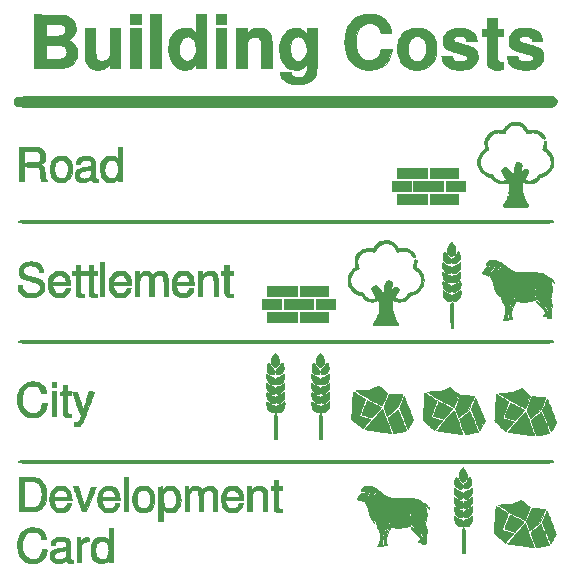
<source format=gbr>
G04 #@! TF.GenerationSoftware,KiCad,Pcbnew,5.1.5+dfsg1-2build2*
G04 #@! TF.CreationDate,2021-04-24T08:25:08-04:00*
G04 #@! TF.ProjectId,build_costs_card,6275696c-645f-4636-9f73-74735f636172,rev?*
G04 #@! TF.SameCoordinates,Original*
G04 #@! TF.FileFunction,Legend,Top*
G04 #@! TF.FilePolarity,Positive*
%FSLAX46Y46*%
G04 Gerber Fmt 4.6, Leading zero omitted, Abs format (unit mm)*
G04 Created by KiCad (PCBNEW 5.1.5+dfsg1-2build2) date 2021-04-24 08:25:08*
%MOMM*%
%LPD*%
G04 APERTURE LIST*
%ADD10C,0.010000*%
G04 APERTURE END LIST*
D10*
G36*
X-20709797Y-20666469D02*
G01*
X-20503893Y-20714023D01*
X-20325977Y-20792701D01*
X-20175326Y-20902853D01*
X-20051215Y-21044832D01*
X-20015026Y-21100265D01*
X-19948957Y-21228570D01*
X-19890449Y-21377761D01*
X-19847783Y-21526395D01*
X-19844289Y-21542375D01*
X-19829804Y-21611166D01*
X-20032569Y-21611166D01*
X-20129333Y-21609983D01*
X-20190724Y-21605731D01*
X-20223654Y-21597355D01*
X-20235035Y-21583799D01*
X-20235334Y-21580210D01*
X-20250076Y-21500662D01*
X-20290020Y-21405021D01*
X-20348738Y-21305334D01*
X-20419803Y-21213647D01*
X-20445151Y-21186917D01*
X-20534785Y-21107978D01*
X-20625316Y-21052919D01*
X-20726390Y-21018634D01*
X-20847653Y-21002018D01*
X-20998751Y-20999968D01*
X-21023666Y-21000694D01*
X-21131562Y-21005908D01*
X-21210402Y-21014824D01*
X-21273449Y-21030010D01*
X-21333964Y-21054037D01*
X-21357873Y-21065438D01*
X-21501395Y-21158605D01*
X-21627867Y-21286179D01*
X-21733116Y-21442239D01*
X-21812968Y-21620865D01*
X-21854491Y-21769916D01*
X-21871923Y-21888728D01*
X-21881888Y-22033790D01*
X-21884371Y-22190393D01*
X-21879356Y-22343829D01*
X-21866825Y-22479389D01*
X-21855341Y-22547701D01*
X-21794766Y-22750022D01*
X-21705368Y-22927335D01*
X-21589729Y-23076526D01*
X-21450427Y-23194475D01*
X-21290042Y-23278067D01*
X-21235248Y-23296881D01*
X-21133638Y-23316809D01*
X-21008395Y-23325619D01*
X-20876719Y-23323369D01*
X-20755806Y-23310119D01*
X-20688932Y-23294984D01*
X-20553292Y-23234371D01*
X-20436973Y-23139154D01*
X-20339221Y-23008262D01*
X-20259279Y-22840625D01*
X-20196390Y-22635171D01*
X-20183626Y-22579541D01*
X-20171027Y-22521333D01*
X-19969944Y-22521333D01*
X-19876890Y-22521742D01*
X-19818641Y-22524221D01*
X-19787669Y-22530643D01*
X-19776446Y-22542882D01*
X-19777443Y-22562813D01*
X-19778666Y-22568958D01*
X-19808881Y-22712075D01*
X-19834282Y-22822258D01*
X-19857370Y-22908272D01*
X-19880648Y-22978880D01*
X-19906617Y-23042843D01*
X-19925834Y-23084402D01*
X-20033808Y-23263635D01*
X-20170448Y-23412041D01*
X-20334296Y-23528534D01*
X-20523894Y-23612028D01*
X-20691171Y-23653987D01*
X-20813242Y-23670932D01*
X-20939294Y-23680309D01*
X-21054936Y-23681552D01*
X-21145777Y-23674098D01*
X-21156084Y-23672252D01*
X-21278334Y-23647384D01*
X-21369071Y-23626633D01*
X-21438555Y-23607231D01*
X-21497041Y-23586411D01*
X-21537084Y-23569442D01*
X-21715098Y-23467063D01*
X-21873066Y-23328807D01*
X-22009250Y-23156967D01*
X-22121912Y-22953837D01*
X-22209315Y-22721709D01*
X-22227148Y-22658916D01*
X-22253932Y-22520324D01*
X-22270088Y-22354318D01*
X-22275607Y-22174463D01*
X-22270483Y-21994326D01*
X-22254708Y-21827471D01*
X-22228274Y-21687465D01*
X-22227694Y-21685250D01*
X-22149641Y-21451149D01*
X-22046567Y-21242479D01*
X-21920924Y-21062599D01*
X-21775166Y-20914865D01*
X-21611744Y-20802636D01*
X-21565830Y-20779291D01*
X-21428009Y-20720233D01*
X-21300774Y-20681121D01*
X-21168931Y-20658785D01*
X-21017291Y-20650059D01*
X-20944417Y-20649687D01*
X-20709797Y-20666469D01*
G37*
X-20709797Y-20666469D02*
X-20503893Y-20714023D01*
X-20325977Y-20792701D01*
X-20175326Y-20902853D01*
X-20051215Y-21044832D01*
X-20015026Y-21100265D01*
X-19948957Y-21228570D01*
X-19890449Y-21377761D01*
X-19847783Y-21526395D01*
X-19844289Y-21542375D01*
X-19829804Y-21611166D01*
X-20032569Y-21611166D01*
X-20129333Y-21609983D01*
X-20190724Y-21605731D01*
X-20223654Y-21597355D01*
X-20235035Y-21583799D01*
X-20235334Y-21580210D01*
X-20250076Y-21500662D01*
X-20290020Y-21405021D01*
X-20348738Y-21305334D01*
X-20419803Y-21213647D01*
X-20445151Y-21186917D01*
X-20534785Y-21107978D01*
X-20625316Y-21052919D01*
X-20726390Y-21018634D01*
X-20847653Y-21002018D01*
X-20998751Y-20999968D01*
X-21023666Y-21000694D01*
X-21131562Y-21005908D01*
X-21210402Y-21014824D01*
X-21273449Y-21030010D01*
X-21333964Y-21054037D01*
X-21357873Y-21065438D01*
X-21501395Y-21158605D01*
X-21627867Y-21286179D01*
X-21733116Y-21442239D01*
X-21812968Y-21620865D01*
X-21854491Y-21769916D01*
X-21871923Y-21888728D01*
X-21881888Y-22033790D01*
X-21884371Y-22190393D01*
X-21879356Y-22343829D01*
X-21866825Y-22479389D01*
X-21855341Y-22547701D01*
X-21794766Y-22750022D01*
X-21705368Y-22927335D01*
X-21589729Y-23076526D01*
X-21450427Y-23194475D01*
X-21290042Y-23278067D01*
X-21235248Y-23296881D01*
X-21133638Y-23316809D01*
X-21008395Y-23325619D01*
X-20876719Y-23323369D01*
X-20755806Y-23310119D01*
X-20688932Y-23294984D01*
X-20553292Y-23234371D01*
X-20436973Y-23139154D01*
X-20339221Y-23008262D01*
X-20259279Y-22840625D01*
X-20196390Y-22635171D01*
X-20183626Y-22579541D01*
X-20171027Y-22521333D01*
X-19969944Y-22521333D01*
X-19876890Y-22521742D01*
X-19818641Y-22524221D01*
X-19787669Y-22530643D01*
X-19776446Y-22542882D01*
X-19777443Y-22562813D01*
X-19778666Y-22568958D01*
X-19808881Y-22712075D01*
X-19834282Y-22822258D01*
X-19857370Y-22908272D01*
X-19880648Y-22978880D01*
X-19906617Y-23042843D01*
X-19925834Y-23084402D01*
X-20033808Y-23263635D01*
X-20170448Y-23412041D01*
X-20334296Y-23528534D01*
X-20523894Y-23612028D01*
X-20691171Y-23653987D01*
X-20813242Y-23670932D01*
X-20939294Y-23680309D01*
X-21054936Y-23681552D01*
X-21145777Y-23674098D01*
X-21156084Y-23672252D01*
X-21278334Y-23647384D01*
X-21369071Y-23626633D01*
X-21438555Y-23607231D01*
X-21497041Y-23586411D01*
X-21537084Y-23569442D01*
X-21715098Y-23467063D01*
X-21873066Y-23328807D01*
X-22009250Y-23156967D01*
X-22121912Y-22953837D01*
X-22209315Y-22721709D01*
X-22227148Y-22658916D01*
X-22253932Y-22520324D01*
X-22270088Y-22354318D01*
X-22275607Y-22174463D01*
X-22270483Y-21994326D01*
X-22254708Y-21827471D01*
X-22228274Y-21687465D01*
X-22227694Y-21685250D01*
X-22149641Y-21451149D01*
X-22046567Y-21242479D01*
X-21920924Y-21062599D01*
X-21775166Y-20914865D01*
X-21611744Y-20802636D01*
X-21565830Y-20779291D01*
X-21428009Y-20720233D01*
X-21300774Y-20681121D01*
X-21168931Y-20658785D01*
X-21017291Y-20650059D01*
X-20944417Y-20649687D01*
X-20709797Y-20666469D01*
G36*
X-18503672Y-21447472D02*
G01*
X-18305657Y-21470390D01*
X-18142408Y-21515196D01*
X-18011924Y-21582804D01*
X-17912199Y-21674125D01*
X-17868724Y-21736505D01*
X-17811750Y-21833416D01*
X-17805441Y-22568222D01*
X-17799131Y-23303028D01*
X-17742183Y-23347824D01*
X-17669102Y-23383011D01*
X-17616201Y-23384559D01*
X-17547167Y-23376500D01*
X-17547167Y-23507569D01*
X-17548728Y-23581240D01*
X-17559187Y-23626302D01*
X-17587211Y-23651651D01*
X-17641466Y-23666182D01*
X-17711488Y-23676249D01*
X-17832816Y-23677944D01*
X-17941078Y-23652202D01*
X-18028993Y-23602700D01*
X-18089278Y-23533117D01*
X-18111151Y-23474374D01*
X-18124479Y-23429528D01*
X-18145609Y-23414358D01*
X-18182087Y-23428773D01*
X-18241457Y-23472683D01*
X-18241617Y-23472811D01*
X-18399013Y-23572828D01*
X-18576940Y-23641376D01*
X-18765140Y-23675947D01*
X-18953352Y-23674031D01*
X-19021319Y-23663497D01*
X-19179649Y-23613086D01*
X-19310319Y-23531621D01*
X-19410950Y-23422002D01*
X-19479163Y-23287132D01*
X-19512577Y-23129912D01*
X-19515667Y-23060676D01*
X-19512565Y-23023052D01*
X-19149435Y-23023052D01*
X-19142612Y-23137639D01*
X-19099770Y-23230264D01*
X-19019940Y-23302701D01*
X-18986500Y-23321867D01*
X-18930286Y-23347367D01*
X-18876389Y-23361056D01*
X-18809721Y-23365261D01*
X-18721917Y-23362643D01*
X-18576765Y-23346351D01*
X-18462809Y-23314082D01*
X-18454025Y-23310301D01*
X-18348043Y-23246983D01*
X-18256842Y-23162391D01*
X-18190334Y-23067156D01*
X-18163526Y-22998843D01*
X-18151927Y-22930700D01*
X-18143482Y-22838994D01*
X-18139866Y-22742470D01*
X-18139834Y-22733465D01*
X-18140456Y-22649338D01*
X-18143664Y-22600159D01*
X-18151465Y-22578548D01*
X-18165869Y-22577124D01*
X-18180535Y-22583959D01*
X-18215137Y-22595166D01*
X-18283001Y-22611364D01*
X-18375611Y-22630718D01*
X-18484450Y-22651393D01*
X-18535077Y-22660398D01*
X-18653113Y-22682502D01*
X-18763196Y-22705928D01*
X-18855259Y-22728334D01*
X-18919234Y-22747381D01*
X-18933584Y-22753025D01*
X-19042704Y-22819912D01*
X-19114340Y-22905616D01*
X-19147984Y-23009500D01*
X-19149435Y-23023052D01*
X-19512565Y-23023052D01*
X-19502747Y-22903979D01*
X-19462300Y-22774344D01*
X-19391794Y-22664667D01*
X-19363462Y-22633634D01*
X-19298768Y-22578787D01*
X-19217954Y-22532107D01*
X-19115620Y-22491775D01*
X-18986367Y-22455967D01*
X-18824795Y-22422862D01*
X-18657198Y-22395365D01*
X-18498163Y-22370215D01*
X-18376290Y-22346995D01*
X-18286682Y-22322845D01*
X-18224440Y-22294906D01*
X-18184666Y-22260320D01*
X-18162460Y-22216226D01*
X-18152925Y-22159767D01*
X-18151123Y-22099989D01*
X-18162064Y-21990808D01*
X-18198560Y-21910015D01*
X-18266120Y-21848715D01*
X-18326827Y-21816228D01*
X-18427826Y-21785269D01*
X-18549049Y-21770507D01*
X-18675228Y-21771879D01*
X-18791093Y-21789324D01*
X-18873375Y-21818424D01*
X-18975535Y-21889955D01*
X-19039774Y-21979513D01*
X-19063548Y-22058850D01*
X-19076578Y-22140333D01*
X-19436454Y-22140333D01*
X-19421828Y-22030072D01*
X-19381670Y-21864532D01*
X-19309070Y-21725806D01*
X-19204677Y-21614306D01*
X-19069141Y-21530443D01*
X-18903113Y-21474630D01*
X-18707242Y-21447281D01*
X-18503672Y-21447472D01*
G37*
X-18503672Y-21447472D02*
X-18305657Y-21470390D01*
X-18142408Y-21515196D01*
X-18011924Y-21582804D01*
X-17912199Y-21674125D01*
X-17868724Y-21736505D01*
X-17811750Y-21833416D01*
X-17805441Y-22568222D01*
X-17799131Y-23303028D01*
X-17742183Y-23347824D01*
X-17669102Y-23383011D01*
X-17616201Y-23384559D01*
X-17547167Y-23376500D01*
X-17547167Y-23507569D01*
X-17548728Y-23581240D01*
X-17559187Y-23626302D01*
X-17587211Y-23651651D01*
X-17641466Y-23666182D01*
X-17711488Y-23676249D01*
X-17832816Y-23677944D01*
X-17941078Y-23652202D01*
X-18028993Y-23602700D01*
X-18089278Y-23533117D01*
X-18111151Y-23474374D01*
X-18124479Y-23429528D01*
X-18145609Y-23414358D01*
X-18182087Y-23428773D01*
X-18241457Y-23472683D01*
X-18241617Y-23472811D01*
X-18399013Y-23572828D01*
X-18576940Y-23641376D01*
X-18765140Y-23675947D01*
X-18953352Y-23674031D01*
X-19021319Y-23663497D01*
X-19179649Y-23613086D01*
X-19310319Y-23531621D01*
X-19410950Y-23422002D01*
X-19479163Y-23287132D01*
X-19512577Y-23129912D01*
X-19515667Y-23060676D01*
X-19512565Y-23023052D01*
X-19149435Y-23023052D01*
X-19142612Y-23137639D01*
X-19099770Y-23230264D01*
X-19019940Y-23302701D01*
X-18986500Y-23321867D01*
X-18930286Y-23347367D01*
X-18876389Y-23361056D01*
X-18809721Y-23365261D01*
X-18721917Y-23362643D01*
X-18576765Y-23346351D01*
X-18462809Y-23314082D01*
X-18454025Y-23310301D01*
X-18348043Y-23246983D01*
X-18256842Y-23162391D01*
X-18190334Y-23067156D01*
X-18163526Y-22998843D01*
X-18151927Y-22930700D01*
X-18143482Y-22838994D01*
X-18139866Y-22742470D01*
X-18139834Y-22733465D01*
X-18140456Y-22649338D01*
X-18143664Y-22600159D01*
X-18151465Y-22578548D01*
X-18165869Y-22577124D01*
X-18180535Y-22583959D01*
X-18215137Y-22595166D01*
X-18283001Y-22611364D01*
X-18375611Y-22630718D01*
X-18484450Y-22651393D01*
X-18535077Y-22660398D01*
X-18653113Y-22682502D01*
X-18763196Y-22705928D01*
X-18855259Y-22728334D01*
X-18919234Y-22747381D01*
X-18933584Y-22753025D01*
X-19042704Y-22819912D01*
X-19114340Y-22905616D01*
X-19147984Y-23009500D01*
X-19149435Y-23023052D01*
X-19512565Y-23023052D01*
X-19502747Y-22903979D01*
X-19462300Y-22774344D01*
X-19391794Y-22664667D01*
X-19363462Y-22633634D01*
X-19298768Y-22578787D01*
X-19217954Y-22532107D01*
X-19115620Y-22491775D01*
X-18986367Y-22455967D01*
X-18824795Y-22422862D01*
X-18657198Y-22395365D01*
X-18498163Y-22370215D01*
X-18376290Y-22346995D01*
X-18286682Y-22322845D01*
X-18224440Y-22294906D01*
X-18184666Y-22260320D01*
X-18162460Y-22216226D01*
X-18152925Y-22159767D01*
X-18151123Y-22099989D01*
X-18162064Y-21990808D01*
X-18198560Y-21910015D01*
X-18266120Y-21848715D01*
X-18326827Y-21816228D01*
X-18427826Y-21785269D01*
X-18549049Y-21770507D01*
X-18675228Y-21771879D01*
X-18791093Y-21789324D01*
X-18873375Y-21818424D01*
X-18975535Y-21889955D01*
X-19039774Y-21979513D01*
X-19063548Y-22058850D01*
X-19076578Y-22140333D01*
X-19436454Y-22140333D01*
X-19421828Y-22030072D01*
X-19381670Y-21864532D01*
X-19309070Y-21725806D01*
X-19204677Y-21614306D01*
X-19069141Y-21530443D01*
X-18903113Y-21474630D01*
X-18707242Y-21447281D01*
X-18503672Y-21447472D01*
G36*
X-14366875Y-20684268D02*
G01*
X-14192250Y-20690416D01*
X-14186812Y-22135041D01*
X-14181373Y-23579666D01*
X-14499167Y-23579666D01*
X-14499167Y-23340873D01*
X-14584948Y-23438325D01*
X-14703123Y-23541842D01*
X-14847300Y-23618092D01*
X-15009301Y-23664784D01*
X-15180946Y-23679627D01*
X-15354058Y-23660329D01*
X-15367000Y-23657411D01*
X-15544039Y-23596041D01*
X-15695841Y-23501016D01*
X-15821962Y-23372998D01*
X-15921958Y-23212646D01*
X-15995385Y-23020621D01*
X-16041800Y-22797583D01*
X-16057576Y-22630914D01*
X-16056510Y-22537699D01*
X-15700012Y-22537699D01*
X-15686517Y-22727020D01*
X-15644518Y-22913626D01*
X-15578530Y-23066380D01*
X-15487492Y-23187015D01*
X-15370344Y-23277266D01*
X-15340045Y-23293681D01*
X-15266691Y-23326304D01*
X-15201080Y-23341604D01*
X-15121762Y-23343802D01*
X-15091834Y-23342525D01*
X-14976547Y-23327434D01*
X-14881155Y-23297313D01*
X-14869584Y-23291698D01*
X-14785620Y-23230425D01*
X-14704549Y-23139715D01*
X-14635946Y-23031935D01*
X-14594853Y-22936930D01*
X-14568319Y-22825788D01*
X-14551383Y-22689977D01*
X-14544977Y-22546266D01*
X-14550032Y-22411421D01*
X-14561103Y-22330201D01*
X-14611457Y-22150042D01*
X-14684502Y-22004495D01*
X-14779640Y-21894158D01*
X-14896274Y-21819630D01*
X-15033805Y-21781507D01*
X-15115074Y-21776266D01*
X-15254316Y-21795881D01*
X-15379080Y-21852010D01*
X-15486918Y-21940576D01*
X-15575380Y-22057503D01*
X-15642016Y-22198717D01*
X-15684377Y-22360141D01*
X-15700012Y-22537699D01*
X-16056510Y-22537699D01*
X-16054755Y-22384288D01*
X-16018182Y-22160428D01*
X-15948264Y-21960581D01*
X-15845403Y-21785990D01*
X-15746005Y-21671510D01*
X-15620153Y-21568785D01*
X-15481982Y-21499146D01*
X-15322314Y-21458635D01*
X-15227117Y-21447719D01*
X-15045732Y-21448484D01*
X-14887338Y-21481974D01*
X-14745877Y-21550121D01*
X-14634330Y-21636824D01*
X-14541500Y-21722391D01*
X-14541500Y-20678121D01*
X-14366875Y-20684268D01*
G37*
X-14366875Y-20684268D02*
X-14192250Y-20690416D01*
X-14186812Y-22135041D01*
X-14181373Y-23579666D01*
X-14499167Y-23579666D01*
X-14499167Y-23340873D01*
X-14584948Y-23438325D01*
X-14703123Y-23541842D01*
X-14847300Y-23618092D01*
X-15009301Y-23664784D01*
X-15180946Y-23679627D01*
X-15354058Y-23660329D01*
X-15367000Y-23657411D01*
X-15544039Y-23596041D01*
X-15695841Y-23501016D01*
X-15821962Y-23372998D01*
X-15921958Y-23212646D01*
X-15995385Y-23020621D01*
X-16041800Y-22797583D01*
X-16057576Y-22630914D01*
X-16056510Y-22537699D01*
X-15700012Y-22537699D01*
X-15686517Y-22727020D01*
X-15644518Y-22913626D01*
X-15578530Y-23066380D01*
X-15487492Y-23187015D01*
X-15370344Y-23277266D01*
X-15340045Y-23293681D01*
X-15266691Y-23326304D01*
X-15201080Y-23341604D01*
X-15121762Y-23343802D01*
X-15091834Y-23342525D01*
X-14976547Y-23327434D01*
X-14881155Y-23297313D01*
X-14869584Y-23291698D01*
X-14785620Y-23230425D01*
X-14704549Y-23139715D01*
X-14635946Y-23031935D01*
X-14594853Y-22936930D01*
X-14568319Y-22825788D01*
X-14551383Y-22689977D01*
X-14544977Y-22546266D01*
X-14550032Y-22411421D01*
X-14561103Y-22330201D01*
X-14611457Y-22150042D01*
X-14684502Y-22004495D01*
X-14779640Y-21894158D01*
X-14896274Y-21819630D01*
X-15033805Y-21781507D01*
X-15115074Y-21776266D01*
X-15254316Y-21795881D01*
X-15379080Y-21852010D01*
X-15486918Y-21940576D01*
X-15575380Y-22057503D01*
X-15642016Y-22198717D01*
X-15684377Y-22360141D01*
X-15700012Y-22537699D01*
X-16056510Y-22537699D01*
X-16054755Y-22384288D01*
X-16018182Y-22160428D01*
X-15948264Y-21960581D01*
X-15845403Y-21785990D01*
X-15746005Y-21671510D01*
X-15620153Y-21568785D01*
X-15481982Y-21499146D01*
X-15322314Y-21458635D01*
X-15227117Y-21447719D01*
X-15045732Y-21448484D01*
X-14887338Y-21481974D01*
X-14745877Y-21550121D01*
X-14634330Y-21636824D01*
X-14541500Y-21722391D01*
X-14541500Y-20678121D01*
X-14366875Y-20684268D01*
G36*
X-16356300Y-21446027D02*
G01*
X-16245417Y-21452416D01*
X-16239269Y-21627041D01*
X-16238323Y-21706998D01*
X-16241161Y-21767744D01*
X-16247187Y-21799426D01*
X-16249853Y-21801826D01*
X-16278068Y-21805082D01*
X-16335137Y-21813419D01*
X-16401244Y-21823836D01*
X-16533874Y-21856361D01*
X-16651275Y-21906184D01*
X-16743363Y-21968311D01*
X-16785842Y-22014281D01*
X-16815295Y-22058616D01*
X-16839179Y-22103788D01*
X-16858156Y-22154795D01*
X-16872890Y-22216636D01*
X-16884043Y-22294309D01*
X-16892277Y-22392811D01*
X-16898254Y-22517142D01*
X-16902638Y-22672299D01*
X-16906090Y-22863281D01*
X-16907050Y-22928791D01*
X-16916257Y-23579666D01*
X-17250834Y-23579666D01*
X-17250834Y-21505333D01*
X-16933334Y-21505333D01*
X-16933334Y-21851257D01*
X-16868538Y-21753433D01*
X-16762484Y-21621957D01*
X-16643083Y-21525175D01*
X-16514340Y-21465490D01*
X-16380259Y-21445305D01*
X-16356300Y-21446027D01*
G37*
X-16356300Y-21446027D02*
X-16245417Y-21452416D01*
X-16239269Y-21627041D01*
X-16238323Y-21706998D01*
X-16241161Y-21767744D01*
X-16247187Y-21799426D01*
X-16249853Y-21801826D01*
X-16278068Y-21805082D01*
X-16335137Y-21813419D01*
X-16401244Y-21823836D01*
X-16533874Y-21856361D01*
X-16651275Y-21906184D01*
X-16743363Y-21968311D01*
X-16785842Y-22014281D01*
X-16815295Y-22058616D01*
X-16839179Y-22103788D01*
X-16858156Y-22154795D01*
X-16872890Y-22216636D01*
X-16884043Y-22294309D01*
X-16892277Y-22392811D01*
X-16898254Y-22517142D01*
X-16902638Y-22672299D01*
X-16906090Y-22863281D01*
X-16907050Y-22928791D01*
X-16916257Y-23579666D01*
X-17250834Y-23579666D01*
X-17250834Y-21505333D01*
X-16933334Y-21505333D01*
X-16933334Y-21851257D01*
X-16868538Y-21753433D01*
X-16762484Y-21621957D01*
X-16643083Y-21525175D01*
X-16514340Y-21465490D01*
X-16380259Y-21445305D01*
X-16356300Y-21446027D01*
G36*
X15496839Y-20654742D02*
G01*
X15523983Y-20699459D01*
X15550464Y-20748625D01*
X15607641Y-20859750D01*
X15616889Y-21849291D01*
X15626138Y-22838833D01*
X15395069Y-22838833D01*
X15367443Y-20862585D01*
X15418967Y-20750042D01*
X15448337Y-20689785D01*
X15471657Y-20648943D01*
X15481889Y-20637500D01*
X15496839Y-20654742D01*
G37*
X15496839Y-20654742D02*
X15523983Y-20699459D01*
X15550464Y-20748625D01*
X15607641Y-20859750D01*
X15616889Y-21849291D01*
X15626138Y-22838833D01*
X15395069Y-22838833D01*
X15367443Y-20862585D01*
X15418967Y-20750042D01*
X15448337Y-20689785D01*
X15471657Y-20648943D01*
X15481889Y-20637500D01*
X15496839Y-20654742D01*
G36*
X20722166Y-20327858D02*
G01*
X20729243Y-20348676D01*
X20749542Y-20405395D01*
X20781670Y-20494189D01*
X20824233Y-20611229D01*
X20875834Y-20752689D01*
X20935081Y-20914741D01*
X21000577Y-21093557D01*
X21070930Y-21285309D01*
X21082000Y-21315453D01*
X21153039Y-21509226D01*
X21219424Y-21690985D01*
X21279757Y-21856851D01*
X21332639Y-22002948D01*
X21376672Y-22125396D01*
X21410455Y-22220319D01*
X21432591Y-22283839D01*
X21441681Y-22312078D01*
X21441833Y-22313011D01*
X21428104Y-22328722D01*
X21425958Y-22328581D01*
X21402526Y-22325257D01*
X21341155Y-22316552D01*
X21245819Y-22303030D01*
X21120491Y-22285253D01*
X20969146Y-22263787D01*
X20795759Y-22239193D01*
X20604302Y-22212038D01*
X20398752Y-22182883D01*
X20324248Y-22172315D01*
X20115009Y-22142512D01*
X19918739Y-22114313D01*
X19739372Y-22088303D01*
X19580847Y-22065061D01*
X19447097Y-22045172D01*
X19342060Y-22029218D01*
X19269671Y-22017780D01*
X19233867Y-22011441D01*
X19230697Y-22010526D01*
X19241419Y-21992192D01*
X19277870Y-21944908D01*
X19337714Y-21871417D01*
X19418613Y-21774459D01*
X19518232Y-21656779D01*
X19634234Y-21521117D01*
X19764281Y-21370217D01*
X19906038Y-21206820D01*
X20057168Y-21033670D01*
X20215334Y-20853508D01*
X20251794Y-20812125D01*
X20382535Y-20664365D01*
X20488088Y-20546409D01*
X20570766Y-20455876D01*
X20632882Y-20390387D01*
X20676748Y-20347559D01*
X20704676Y-20325012D01*
X20718980Y-20320365D01*
X20722166Y-20327858D01*
G37*
X20722166Y-20327858D02*
X20729243Y-20348676D01*
X20749542Y-20405395D01*
X20781670Y-20494189D01*
X20824233Y-20611229D01*
X20875834Y-20752689D01*
X20935081Y-20914741D01*
X21000577Y-21093557D01*
X21070930Y-21285309D01*
X21082000Y-21315453D01*
X21153039Y-21509226D01*
X21219424Y-21690985D01*
X21279757Y-21856851D01*
X21332639Y-22002948D01*
X21376672Y-22125396D01*
X21410455Y-22220319D01*
X21432591Y-22283839D01*
X21441681Y-22312078D01*
X21441833Y-22313011D01*
X21428104Y-22328722D01*
X21425958Y-22328581D01*
X21402526Y-22325257D01*
X21341155Y-22316552D01*
X21245819Y-22303030D01*
X21120491Y-22285253D01*
X20969146Y-22263787D01*
X20795759Y-22239193D01*
X20604302Y-22212038D01*
X20398752Y-22182883D01*
X20324248Y-22172315D01*
X20115009Y-22142512D01*
X19918739Y-22114313D01*
X19739372Y-22088303D01*
X19580847Y-22065061D01*
X19447097Y-22045172D01*
X19342060Y-22029218D01*
X19269671Y-22017780D01*
X19233867Y-22011441D01*
X19230697Y-22010526D01*
X19241419Y-21992192D01*
X19277870Y-21944908D01*
X19337714Y-21871417D01*
X19418613Y-21774459D01*
X19518232Y-21656779D01*
X19634234Y-21521117D01*
X19764281Y-21370217D01*
X19906038Y-21206820D01*
X20057168Y-21033670D01*
X20215334Y-20853508D01*
X20251794Y-20812125D01*
X20382535Y-20664365D01*
X20488088Y-20546409D01*
X20570766Y-20455876D01*
X20632882Y-20390387D01*
X20676748Y-20347559D01*
X20704676Y-20325012D01*
X20718980Y-20320365D01*
X20722166Y-20327858D01*
G36*
X22030873Y-20380077D02*
G01*
X22055167Y-20425532D01*
X22072028Y-20462875D01*
X22102219Y-20534975D01*
X22142962Y-20633864D01*
X22192269Y-20754590D01*
X22248155Y-20892202D01*
X22308636Y-21041748D01*
X22371725Y-21198278D01*
X22435437Y-21356841D01*
X22497786Y-21512484D01*
X22556788Y-21660258D01*
X22610457Y-21795210D01*
X22656806Y-21912389D01*
X22693852Y-22006845D01*
X22719608Y-22073626D01*
X22732089Y-22107781D01*
X22732956Y-22111059D01*
X22713062Y-22120020D01*
X22657232Y-22135118D01*
X22571210Y-22155066D01*
X22460737Y-22178571D01*
X22331554Y-22204345D01*
X22240831Y-22221600D01*
X22098783Y-22248125D01*
X21968070Y-22272556D01*
X21855304Y-22293655D01*
X21767097Y-22310183D01*
X21710059Y-22320904D01*
X21693868Y-22323973D01*
X21651138Y-22324091D01*
X21624772Y-22296290D01*
X21614997Y-22274456D01*
X21576727Y-22176277D01*
X21532341Y-22058469D01*
X21483809Y-21926666D01*
X21433101Y-21786503D01*
X21382188Y-21643613D01*
X21333039Y-21503631D01*
X21287624Y-21372189D01*
X21247914Y-21254922D01*
X21215879Y-21157464D01*
X21193487Y-21085448D01*
X21182711Y-21044509D01*
X21182397Y-21037323D01*
X21212203Y-21011100D01*
X21267172Y-20964880D01*
X21341915Y-20903026D01*
X21431041Y-20829906D01*
X21529162Y-20749886D01*
X21630888Y-20667331D01*
X21730831Y-20586608D01*
X21823601Y-20512082D01*
X21903808Y-20448119D01*
X21966065Y-20399086D01*
X22004980Y-20369349D01*
X22015575Y-20362333D01*
X22030873Y-20380077D01*
G37*
X22030873Y-20380077D02*
X22055167Y-20425532D01*
X22072028Y-20462875D01*
X22102219Y-20534975D01*
X22142962Y-20633864D01*
X22192269Y-20754590D01*
X22248155Y-20892202D01*
X22308636Y-21041748D01*
X22371725Y-21198278D01*
X22435437Y-21356841D01*
X22497786Y-21512484D01*
X22556788Y-21660258D01*
X22610457Y-21795210D01*
X22656806Y-21912389D01*
X22693852Y-22006845D01*
X22719608Y-22073626D01*
X22732089Y-22107781D01*
X22732956Y-22111059D01*
X22713062Y-22120020D01*
X22657232Y-22135118D01*
X22571210Y-22155066D01*
X22460737Y-22178571D01*
X22331554Y-22204345D01*
X22240831Y-22221600D01*
X22098783Y-22248125D01*
X21968070Y-22272556D01*
X21855304Y-22293655D01*
X21767097Y-22310183D01*
X21710059Y-22320904D01*
X21693868Y-22323973D01*
X21651138Y-22324091D01*
X21624772Y-22296290D01*
X21614997Y-22274456D01*
X21576727Y-22176277D01*
X21532341Y-22058469D01*
X21483809Y-21926666D01*
X21433101Y-21786503D01*
X21382188Y-21643613D01*
X21333039Y-21503631D01*
X21287624Y-21372189D01*
X21247914Y-21254922D01*
X21215879Y-21157464D01*
X21193487Y-21085448D01*
X21182711Y-21044509D01*
X21182397Y-21037323D01*
X21212203Y-21011100D01*
X21267172Y-20964880D01*
X21341915Y-20903026D01*
X21431041Y-20829906D01*
X21529162Y-20749886D01*
X21630888Y-20667331D01*
X21730831Y-20586608D01*
X21823601Y-20512082D01*
X21903808Y-20448119D01*
X21966065Y-20399086D01*
X22004980Y-20369349D01*
X22015575Y-20362333D01*
X22030873Y-20380077D01*
G36*
X7523558Y-17134313D02*
G01*
X7672898Y-17165949D01*
X7826278Y-17221174D01*
X7988233Y-17302168D01*
X8163300Y-17411111D01*
X8356014Y-17550185D01*
X8506204Y-17668546D01*
X8660287Y-17790575D01*
X8792104Y-17887277D01*
X8909608Y-17962972D01*
X9020750Y-18021980D01*
X9133483Y-18068623D01*
X9255758Y-18107220D01*
X9364549Y-18134917D01*
X9409509Y-18144153D01*
X9461451Y-18151713D01*
X9524915Y-18157768D01*
X9604436Y-18162488D01*
X9704553Y-18166044D01*
X9829803Y-18168606D01*
X9984724Y-18170343D01*
X10173854Y-18171428D01*
X10350500Y-18171934D01*
X10572805Y-18172665D01*
X10757293Y-18173982D01*
X10908479Y-18176049D01*
X11030878Y-18179028D01*
X11129002Y-18183082D01*
X11207368Y-18188375D01*
X11270489Y-18195069D01*
X11322880Y-18203327D01*
X11345333Y-18207849D01*
X11559820Y-18262842D01*
X11739305Y-18328733D01*
X11890335Y-18408329D01*
X12001633Y-18489194D01*
X12075611Y-18544001D01*
X12163384Y-18599425D01*
X12212788Y-18626475D01*
X12336641Y-18707988D01*
X12449984Y-18817508D01*
X12538631Y-18940869D01*
X12551566Y-18964810D01*
X12582427Y-19032766D01*
X12588782Y-19066690D01*
X12571330Y-19066562D01*
X12530768Y-19032363D01*
X12470418Y-18967093D01*
X12395725Y-18889801D01*
X12338395Y-18848119D01*
X12300101Y-18841696D01*
X12282519Y-18870180D01*
X12287325Y-18933219D01*
X12306173Y-19001587D01*
X12329390Y-19094123D01*
X12349613Y-19215788D01*
X12365529Y-19353409D01*
X12375825Y-19493816D01*
X12379188Y-19623837D01*
X12376403Y-19706166D01*
X12364282Y-19809371D01*
X12343366Y-19927210D01*
X12318240Y-20033943D01*
X12282101Y-20241838D01*
X12286674Y-20452350D01*
X12331610Y-20658109D01*
X12350391Y-20711304D01*
X12372534Y-20771404D01*
X12387700Y-20823204D01*
X12395920Y-20874643D01*
X12397227Y-20933661D01*
X12391653Y-21008196D01*
X12379229Y-21106190D01*
X12359987Y-21235582D01*
X12352678Y-21283083D01*
X12336472Y-21410212D01*
X12323079Y-21556276D01*
X12314469Y-21697881D01*
X12312579Y-21759333D01*
X12309186Y-21857084D01*
X12303110Y-21938953D01*
X12295240Y-21995857D01*
X12287250Y-22018300D01*
X12257133Y-22025761D01*
X12196693Y-22031361D01*
X12117932Y-22034072D01*
X12102041Y-22034175D01*
X12014915Y-22032478D01*
X11963324Y-22026184D01*
X11940610Y-22014121D01*
X11938000Y-22005341D01*
X11952943Y-21968558D01*
X11970969Y-21948820D01*
X12000797Y-21914898D01*
X12039219Y-21859727D01*
X12058427Y-21828482D01*
X12090478Y-21756280D01*
X12102838Y-21676795D01*
X12095200Y-21581751D01*
X12067255Y-21462877D01*
X12041778Y-21380226D01*
X12020798Y-21321430D01*
X11997046Y-21271702D01*
X11964604Y-21223050D01*
X11917556Y-21167483D01*
X11849984Y-21097009D01*
X11781790Y-21029083D01*
X11690118Y-20941175D01*
X11594736Y-20854089D01*
X11506354Y-20777348D01*
X11435679Y-20720472D01*
X11429898Y-20716171D01*
X11354102Y-20660043D01*
X11282176Y-20606261D01*
X11228476Y-20565564D01*
X11224307Y-20562355D01*
X11134543Y-20467415D01*
X11065843Y-20340370D01*
X11019115Y-20186345D01*
X10995270Y-20010463D01*
X10995217Y-19817847D01*
X11019867Y-19613623D01*
X11039158Y-19519744D01*
X11055563Y-19437503D01*
X11058361Y-19385932D01*
X11047962Y-19355760D01*
X11046519Y-19353927D01*
X11014776Y-19335748D01*
X10984510Y-19359561D01*
X10955687Y-19425444D01*
X10928275Y-19533476D01*
X10902241Y-19683733D01*
X10899326Y-19703782D01*
X10884259Y-19899087D01*
X10893752Y-20089233D01*
X10926849Y-20261109D01*
X10943875Y-20314644D01*
X10969079Y-20385425D01*
X10989462Y-20443334D01*
X10998610Y-20469916D01*
X10985332Y-20494027D01*
X10932737Y-20521846D01*
X10843590Y-20552469D01*
X10720654Y-20584996D01*
X10566695Y-20618521D01*
X10509250Y-20629708D01*
X10396970Y-20645943D01*
X10262161Y-20657369D01*
X10111990Y-20664171D01*
X9953626Y-20666531D01*
X9794237Y-20664633D01*
X9640990Y-20658661D01*
X9501055Y-20648798D01*
X9381598Y-20635228D01*
X9289788Y-20618135D01*
X9232794Y-20597702D01*
X9231608Y-20596984D01*
X9218550Y-20577522D01*
X9216171Y-20536268D01*
X9224279Y-20464698D01*
X9228114Y-20439874D01*
X9238926Y-20362016D01*
X9241860Y-20298464D01*
X9235643Y-20235192D01*
X9219002Y-20158178D01*
X9194180Y-20065951D01*
X9164833Y-19983758D01*
X9125266Y-19902476D01*
X9081995Y-19833140D01*
X9041537Y-19786783D01*
X9022302Y-19774894D01*
X8991974Y-19778181D01*
X8983834Y-19812171D01*
X8997421Y-19871802D01*
X9032276Y-19952012D01*
X9039683Y-19966204D01*
X9078195Y-20045640D01*
X9101287Y-20116924D01*
X9113843Y-20198844D01*
X9118883Y-20270684D01*
X9120057Y-20386682D01*
X9107689Y-20486650D01*
X9078110Y-20582567D01*
X9027651Y-20686414D01*
X8954578Y-20807158D01*
X8835139Y-21021139D01*
X8744624Y-21248147D01*
X8680606Y-21495781D01*
X8640662Y-21771635D01*
X8638132Y-21798470D01*
X8630047Y-21928550D01*
X8633318Y-22029396D01*
X8648909Y-22112813D01*
X8668394Y-22168927D01*
X8675523Y-22200055D01*
X8664188Y-22221841D01*
X8629800Y-22235101D01*
X8567769Y-22240652D01*
X8473504Y-22239310D01*
X8342415Y-22231891D01*
X8322166Y-22230505D01*
X8209415Y-22222674D01*
X8260820Y-22155045D01*
X8308570Y-22086523D01*
X8343788Y-22019103D01*
X8370321Y-21941747D01*
X8392019Y-21843419D01*
X8411192Y-21723733D01*
X8435048Y-21534554D01*
X8445462Y-21376070D01*
X8441074Y-21238402D01*
X8420526Y-21111672D01*
X8382455Y-20986001D01*
X8325504Y-20851513D01*
X8277819Y-20754886D01*
X8205798Y-20605454D01*
X8154839Y-20474029D01*
X8120729Y-20345128D01*
X8099251Y-20203265D01*
X8087456Y-20055416D01*
X8081120Y-19958889D01*
X8074411Y-19897061D01*
X8065363Y-19862331D01*
X8052013Y-19847095D01*
X8032750Y-19843750D01*
X8012849Y-19847300D01*
X7999567Y-19863150D01*
X7990852Y-19899099D01*
X7984651Y-19962944D01*
X7979833Y-20044833D01*
X7969250Y-20245916D01*
X7840442Y-20124309D01*
X7768602Y-20050792D01*
X7709942Y-19975527D01*
X7660797Y-19890847D01*
X7617503Y-19789085D01*
X7576397Y-19662575D01*
X7533815Y-19503651D01*
X7523065Y-19460230D01*
X7455061Y-19202498D01*
X7387348Y-18986509D01*
X7319699Y-18811675D01*
X7251884Y-18677408D01*
X7183676Y-18583120D01*
X7181194Y-18580446D01*
X7149080Y-18540305D01*
X7136806Y-18500496D01*
X7139961Y-18442734D01*
X7142885Y-18421696D01*
X7172893Y-18297192D01*
X7222252Y-18179839D01*
X7283961Y-18085561D01*
X7297011Y-18071041D01*
X7329261Y-18041137D01*
X7362926Y-18023685D01*
X7410343Y-18015382D01*
X7483846Y-18012924D01*
X7514356Y-18012833D01*
X7622462Y-18007285D01*
X7723174Y-17992441D01*
X7777625Y-17978192D01*
X7842916Y-17947337D01*
X7913654Y-17900689D01*
X7980154Y-17846469D01*
X8032729Y-17792894D01*
X8061694Y-17748185D01*
X8064500Y-17734757D01*
X8045569Y-17679504D01*
X7992102Y-17640505D01*
X7909083Y-17618841D01*
X7801495Y-17615596D01*
X7674325Y-17631852D01*
X7632291Y-17640883D01*
X7485832Y-17675219D01*
X7427524Y-17619357D01*
X7347667Y-17570270D01*
X7248942Y-17550814D01*
X7144298Y-17562696D01*
X7103484Y-17576688D01*
X7027056Y-17598995D01*
X6943191Y-17610315D01*
X6928974Y-17610666D01*
X6868685Y-17607315D01*
X6835893Y-17592355D01*
X6815978Y-17558429D01*
X6813738Y-17552678D01*
X6799244Y-17463407D01*
X6825684Y-17377180D01*
X6893695Y-17292184D01*
X6910598Y-17276702D01*
X7036285Y-17192767D01*
X7185638Y-17142131D01*
X7360645Y-17124138D01*
X7373722Y-17124084D01*
X7523558Y-17134313D01*
G37*
X7523558Y-17134313D02*
X7672898Y-17165949D01*
X7826278Y-17221174D01*
X7988233Y-17302168D01*
X8163300Y-17411111D01*
X8356014Y-17550185D01*
X8506204Y-17668546D01*
X8660287Y-17790575D01*
X8792104Y-17887277D01*
X8909608Y-17962972D01*
X9020750Y-18021980D01*
X9133483Y-18068623D01*
X9255758Y-18107220D01*
X9364549Y-18134917D01*
X9409509Y-18144153D01*
X9461451Y-18151713D01*
X9524915Y-18157768D01*
X9604436Y-18162488D01*
X9704553Y-18166044D01*
X9829803Y-18168606D01*
X9984724Y-18170343D01*
X10173854Y-18171428D01*
X10350500Y-18171934D01*
X10572805Y-18172665D01*
X10757293Y-18173982D01*
X10908479Y-18176049D01*
X11030878Y-18179028D01*
X11129002Y-18183082D01*
X11207368Y-18188375D01*
X11270489Y-18195069D01*
X11322880Y-18203327D01*
X11345333Y-18207849D01*
X11559820Y-18262842D01*
X11739305Y-18328733D01*
X11890335Y-18408329D01*
X12001633Y-18489194D01*
X12075611Y-18544001D01*
X12163384Y-18599425D01*
X12212788Y-18626475D01*
X12336641Y-18707988D01*
X12449984Y-18817508D01*
X12538631Y-18940869D01*
X12551566Y-18964810D01*
X12582427Y-19032766D01*
X12588782Y-19066690D01*
X12571330Y-19066562D01*
X12530768Y-19032363D01*
X12470418Y-18967093D01*
X12395725Y-18889801D01*
X12338395Y-18848119D01*
X12300101Y-18841696D01*
X12282519Y-18870180D01*
X12287325Y-18933219D01*
X12306173Y-19001587D01*
X12329390Y-19094123D01*
X12349613Y-19215788D01*
X12365529Y-19353409D01*
X12375825Y-19493816D01*
X12379188Y-19623837D01*
X12376403Y-19706166D01*
X12364282Y-19809371D01*
X12343366Y-19927210D01*
X12318240Y-20033943D01*
X12282101Y-20241838D01*
X12286674Y-20452350D01*
X12331610Y-20658109D01*
X12350391Y-20711304D01*
X12372534Y-20771404D01*
X12387700Y-20823204D01*
X12395920Y-20874643D01*
X12397227Y-20933661D01*
X12391653Y-21008196D01*
X12379229Y-21106190D01*
X12359987Y-21235582D01*
X12352678Y-21283083D01*
X12336472Y-21410212D01*
X12323079Y-21556276D01*
X12314469Y-21697881D01*
X12312579Y-21759333D01*
X12309186Y-21857084D01*
X12303110Y-21938953D01*
X12295240Y-21995857D01*
X12287250Y-22018300D01*
X12257133Y-22025761D01*
X12196693Y-22031361D01*
X12117932Y-22034072D01*
X12102041Y-22034175D01*
X12014915Y-22032478D01*
X11963324Y-22026184D01*
X11940610Y-22014121D01*
X11938000Y-22005341D01*
X11952943Y-21968558D01*
X11970969Y-21948820D01*
X12000797Y-21914898D01*
X12039219Y-21859727D01*
X12058427Y-21828482D01*
X12090478Y-21756280D01*
X12102838Y-21676795D01*
X12095200Y-21581751D01*
X12067255Y-21462877D01*
X12041778Y-21380226D01*
X12020798Y-21321430D01*
X11997046Y-21271702D01*
X11964604Y-21223050D01*
X11917556Y-21167483D01*
X11849984Y-21097009D01*
X11781790Y-21029083D01*
X11690118Y-20941175D01*
X11594736Y-20854089D01*
X11506354Y-20777348D01*
X11435679Y-20720472D01*
X11429898Y-20716171D01*
X11354102Y-20660043D01*
X11282176Y-20606261D01*
X11228476Y-20565564D01*
X11224307Y-20562355D01*
X11134543Y-20467415D01*
X11065843Y-20340370D01*
X11019115Y-20186345D01*
X10995270Y-20010463D01*
X10995217Y-19817847D01*
X11019867Y-19613623D01*
X11039158Y-19519744D01*
X11055563Y-19437503D01*
X11058361Y-19385932D01*
X11047962Y-19355760D01*
X11046519Y-19353927D01*
X11014776Y-19335748D01*
X10984510Y-19359561D01*
X10955687Y-19425444D01*
X10928275Y-19533476D01*
X10902241Y-19683733D01*
X10899326Y-19703782D01*
X10884259Y-19899087D01*
X10893752Y-20089233D01*
X10926849Y-20261109D01*
X10943875Y-20314644D01*
X10969079Y-20385425D01*
X10989462Y-20443334D01*
X10998610Y-20469916D01*
X10985332Y-20494027D01*
X10932737Y-20521846D01*
X10843590Y-20552469D01*
X10720654Y-20584996D01*
X10566695Y-20618521D01*
X10509250Y-20629708D01*
X10396970Y-20645943D01*
X10262161Y-20657369D01*
X10111990Y-20664171D01*
X9953626Y-20666531D01*
X9794237Y-20664633D01*
X9640990Y-20658661D01*
X9501055Y-20648798D01*
X9381598Y-20635228D01*
X9289788Y-20618135D01*
X9232794Y-20597702D01*
X9231608Y-20596984D01*
X9218550Y-20577522D01*
X9216171Y-20536268D01*
X9224279Y-20464698D01*
X9228114Y-20439874D01*
X9238926Y-20362016D01*
X9241860Y-20298464D01*
X9235643Y-20235192D01*
X9219002Y-20158178D01*
X9194180Y-20065951D01*
X9164833Y-19983758D01*
X9125266Y-19902476D01*
X9081995Y-19833140D01*
X9041537Y-19786783D01*
X9022302Y-19774894D01*
X8991974Y-19778181D01*
X8983834Y-19812171D01*
X8997421Y-19871802D01*
X9032276Y-19952012D01*
X9039683Y-19966204D01*
X9078195Y-20045640D01*
X9101287Y-20116924D01*
X9113843Y-20198844D01*
X9118883Y-20270684D01*
X9120057Y-20386682D01*
X9107689Y-20486650D01*
X9078110Y-20582567D01*
X9027651Y-20686414D01*
X8954578Y-20807158D01*
X8835139Y-21021139D01*
X8744624Y-21248147D01*
X8680606Y-21495781D01*
X8640662Y-21771635D01*
X8638132Y-21798470D01*
X8630047Y-21928550D01*
X8633318Y-22029396D01*
X8648909Y-22112813D01*
X8668394Y-22168927D01*
X8675523Y-22200055D01*
X8664188Y-22221841D01*
X8629800Y-22235101D01*
X8567769Y-22240652D01*
X8473504Y-22239310D01*
X8342415Y-22231891D01*
X8322166Y-22230505D01*
X8209415Y-22222674D01*
X8260820Y-22155045D01*
X8308570Y-22086523D01*
X8343788Y-22019103D01*
X8370321Y-21941747D01*
X8392019Y-21843419D01*
X8411192Y-21723733D01*
X8435048Y-21534554D01*
X8445462Y-21376070D01*
X8441074Y-21238402D01*
X8420526Y-21111672D01*
X8382455Y-20986001D01*
X8325504Y-20851513D01*
X8277819Y-20754886D01*
X8205798Y-20605454D01*
X8154839Y-20474029D01*
X8120729Y-20345128D01*
X8099251Y-20203265D01*
X8087456Y-20055416D01*
X8081120Y-19958889D01*
X8074411Y-19897061D01*
X8065363Y-19862331D01*
X8052013Y-19847095D01*
X8032750Y-19843750D01*
X8012849Y-19847300D01*
X7999567Y-19863150D01*
X7990852Y-19899099D01*
X7984651Y-19962944D01*
X7979833Y-20044833D01*
X7969250Y-20245916D01*
X7840442Y-20124309D01*
X7768602Y-20050792D01*
X7709942Y-19975527D01*
X7660797Y-19890847D01*
X7617503Y-19789085D01*
X7576397Y-19662575D01*
X7533815Y-19503651D01*
X7523065Y-19460230D01*
X7455061Y-19202498D01*
X7387348Y-18986509D01*
X7319699Y-18811675D01*
X7251884Y-18677408D01*
X7183676Y-18583120D01*
X7181194Y-18580446D01*
X7149080Y-18540305D01*
X7136806Y-18500496D01*
X7139961Y-18442734D01*
X7142885Y-18421696D01*
X7172893Y-18297192D01*
X7222252Y-18179839D01*
X7283961Y-18085561D01*
X7297011Y-18071041D01*
X7329261Y-18041137D01*
X7362926Y-18023685D01*
X7410343Y-18015382D01*
X7483846Y-18012924D01*
X7514356Y-18012833D01*
X7622462Y-18007285D01*
X7723174Y-17992441D01*
X7777625Y-17978192D01*
X7842916Y-17947337D01*
X7913654Y-17900689D01*
X7980154Y-17846469D01*
X8032729Y-17792894D01*
X8061694Y-17748185D01*
X8064500Y-17734757D01*
X8045569Y-17679504D01*
X7992102Y-17640505D01*
X7909083Y-17618841D01*
X7801495Y-17615596D01*
X7674325Y-17631852D01*
X7632291Y-17640883D01*
X7485832Y-17675219D01*
X7427524Y-17619357D01*
X7347667Y-17570270D01*
X7248942Y-17550814D01*
X7144298Y-17562696D01*
X7103484Y-17576688D01*
X7027056Y-17598995D01*
X6943191Y-17610315D01*
X6928974Y-17610666D01*
X6868685Y-17607315D01*
X6835893Y-17592355D01*
X6815978Y-17558429D01*
X6813738Y-17552678D01*
X6799244Y-17463407D01*
X6825684Y-17377180D01*
X6893695Y-17292184D01*
X6910598Y-17276702D01*
X7036285Y-17192767D01*
X7185638Y-17142131D01*
X7360645Y-17124138D01*
X7373722Y-17124084D01*
X7523558Y-17134313D01*
G36*
X9254796Y-20718524D02*
G01*
X9273494Y-20730593D01*
X9273283Y-20751546D01*
X9251736Y-20791007D01*
X9227159Y-20828161D01*
X9100856Y-21041218D01*
X9012357Y-21254414D01*
X8958243Y-21477530D01*
X8938340Y-21654564D01*
X8933643Y-21748252D01*
X8935537Y-21814905D01*
X8946187Y-21869590D01*
X8967758Y-21927373D01*
X8982171Y-21959640D01*
X9009433Y-22025717D01*
X9025104Y-22076968D01*
X9026193Y-22100249D01*
X8999148Y-22110892D01*
X8943824Y-22115658D01*
X8873896Y-22114318D01*
X8803039Y-22106641D01*
X8789458Y-22104228D01*
X8751405Y-22083084D01*
X8740028Y-22038319D01*
X8747471Y-21778639D01*
X8784669Y-21520998D01*
X8849338Y-21274340D01*
X8939193Y-21047611D01*
X9038476Y-20869861D01*
X9095950Y-20786003D01*
X9139819Y-20734128D01*
X9177163Y-20709282D01*
X9215061Y-20706513D01*
X9254796Y-20718524D01*
G37*
X9254796Y-20718524D02*
X9273494Y-20730593D01*
X9273283Y-20751546D01*
X9251736Y-20791007D01*
X9227159Y-20828161D01*
X9100856Y-21041218D01*
X9012357Y-21254414D01*
X8958243Y-21477530D01*
X8938340Y-21654564D01*
X8933643Y-21748252D01*
X8935537Y-21814905D01*
X8946187Y-21869590D01*
X8967758Y-21927373D01*
X8982171Y-21959640D01*
X9009433Y-22025717D01*
X9025104Y-22076968D01*
X9026193Y-22100249D01*
X8999148Y-22110892D01*
X8943824Y-22115658D01*
X8873896Y-22114318D01*
X8803039Y-22106641D01*
X8789458Y-22104228D01*
X8751405Y-22083084D01*
X8740028Y-22038319D01*
X8747471Y-21778639D01*
X8784669Y-21520998D01*
X8849338Y-21274340D01*
X8939193Y-21047611D01*
X9038476Y-20869861D01*
X9095950Y-20786003D01*
X9139819Y-20734128D01*
X9177163Y-20709282D01*
X9215061Y-20706513D01*
X9254796Y-20718524D01*
G36*
X22547268Y-19253363D02*
G01*
X22562568Y-19286280D01*
X22590367Y-19352859D01*
X22628889Y-19448448D01*
X22676360Y-19568393D01*
X22731002Y-19708040D01*
X22791039Y-19862737D01*
X22854696Y-20027830D01*
X22920197Y-20198666D01*
X22985765Y-20370592D01*
X23049625Y-20538954D01*
X23110001Y-20699099D01*
X23165116Y-20846375D01*
X23213194Y-20976127D01*
X23252460Y-21083702D01*
X23281137Y-21164448D01*
X23297450Y-21213710D01*
X23300554Y-21227015D01*
X23288538Y-21256295D01*
X23259696Y-21313563D01*
X23217879Y-21392028D01*
X23166939Y-21484900D01*
X23110726Y-21585386D01*
X23053091Y-21686696D01*
X22997884Y-21782038D01*
X22948958Y-21864620D01*
X22910162Y-21927652D01*
X22885347Y-21964342D01*
X22878757Y-21970886D01*
X22868345Y-21951935D01*
X22843832Y-21897693D01*
X22806895Y-21812153D01*
X22759213Y-21699306D01*
X22702464Y-21563144D01*
X22638326Y-21407660D01*
X22568478Y-21236846D01*
X22520629Y-21119041D01*
X22447725Y-20938586D01*
X22379670Y-20769182D01*
X22318146Y-20615083D01*
X22264833Y-20480545D01*
X22221413Y-20369822D01*
X22189568Y-20287170D01*
X22170978Y-20236844D01*
X22166854Y-20223773D01*
X22171812Y-20194511D01*
X22189832Y-20134907D01*
X22218449Y-20051248D01*
X22255200Y-19949816D01*
X22297622Y-19836897D01*
X22343250Y-19718775D01*
X22389621Y-19601733D01*
X22434273Y-19492058D01*
X22474740Y-19396033D01*
X22508560Y-19319942D01*
X22533269Y-19270070D01*
X22546403Y-19252701D01*
X22547268Y-19253363D01*
G37*
X22547268Y-19253363D02*
X22562568Y-19286280D01*
X22590367Y-19352859D01*
X22628889Y-19448448D01*
X22676360Y-19568393D01*
X22731002Y-19708040D01*
X22791039Y-19862737D01*
X22854696Y-20027830D01*
X22920197Y-20198666D01*
X22985765Y-20370592D01*
X23049625Y-20538954D01*
X23110001Y-20699099D01*
X23165116Y-20846375D01*
X23213194Y-20976127D01*
X23252460Y-21083702D01*
X23281137Y-21164448D01*
X23297450Y-21213710D01*
X23300554Y-21227015D01*
X23288538Y-21256295D01*
X23259696Y-21313563D01*
X23217879Y-21392028D01*
X23166939Y-21484900D01*
X23110726Y-21585386D01*
X23053091Y-21686696D01*
X22997884Y-21782038D01*
X22948958Y-21864620D01*
X22910162Y-21927652D01*
X22885347Y-21964342D01*
X22878757Y-21970886D01*
X22868345Y-21951935D01*
X22843832Y-21897693D01*
X22806895Y-21812153D01*
X22759213Y-21699306D01*
X22702464Y-21563144D01*
X22638326Y-21407660D01*
X22568478Y-21236846D01*
X22520629Y-21119041D01*
X22447725Y-20938586D01*
X22379670Y-20769182D01*
X22318146Y-20615083D01*
X22264833Y-20480545D01*
X22221413Y-20369822D01*
X22189568Y-20287170D01*
X22170978Y-20236844D01*
X22166854Y-20223773D01*
X22171812Y-20194511D01*
X22189832Y-20134907D01*
X22218449Y-20051248D01*
X22255200Y-19949816D01*
X22297622Y-19836897D01*
X22343250Y-19718775D01*
X22389621Y-19601733D01*
X22434273Y-19492058D01*
X22474740Y-19396033D01*
X22508560Y-19319942D01*
X22533269Y-19270070D01*
X22546403Y-19252701D01*
X22547268Y-19253363D01*
G36*
X18249390Y-18834087D02*
G01*
X18299003Y-18861586D01*
X18373276Y-18904848D01*
X18466642Y-18960454D01*
X18573534Y-19024986D01*
X18688384Y-19095024D01*
X18805626Y-19167150D01*
X18919692Y-19237943D01*
X19025014Y-19303986D01*
X19116026Y-19361858D01*
X19187161Y-19408141D01*
X19232851Y-19439416D01*
X19245825Y-19449640D01*
X19242353Y-19472342D01*
X19225246Y-19529853D01*
X19196129Y-19617496D01*
X19156627Y-19730595D01*
X19108366Y-19864471D01*
X19052972Y-20014447D01*
X19007700Y-20134746D01*
X18947461Y-20294201D01*
X18892324Y-20441354D01*
X18844032Y-20571456D01*
X18804328Y-20679760D01*
X18774957Y-20761518D01*
X18757663Y-20811981D01*
X18753666Y-20826375D01*
X18760755Y-20845089D01*
X18784757Y-20864997D01*
X18829771Y-20887703D01*
X18899899Y-20914816D01*
X18999241Y-20947940D01*
X19131900Y-20988682D01*
X19277401Y-21031515D01*
X19404525Y-21068971D01*
X19516672Y-21102970D01*
X19607899Y-21131631D01*
X19672264Y-21153072D01*
X19703823Y-21165413D01*
X19706026Y-21167170D01*
X19692917Y-21186935D01*
X19656556Y-21232845D01*
X19601571Y-21299526D01*
X19532594Y-21381605D01*
X19454257Y-21473709D01*
X19371188Y-21570466D01*
X19288021Y-21666502D01*
X19209384Y-21756445D01*
X19139910Y-21834922D01*
X19084228Y-21896559D01*
X19046970Y-21935984D01*
X19033018Y-21948035D01*
X19014009Y-21934071D01*
X18967447Y-21895461D01*
X18897401Y-21835708D01*
X18807935Y-21758313D01*
X18703117Y-21666780D01*
X18587012Y-21564612D01*
X18552583Y-21534177D01*
X18086916Y-21122117D01*
X18094256Y-20969767D01*
X18101104Y-20834081D01*
X18109540Y-20677319D01*
X18119273Y-20504110D01*
X18130009Y-20319081D01*
X18141455Y-20126860D01*
X18153318Y-19932075D01*
X18165306Y-19739355D01*
X18177124Y-19553326D01*
X18188481Y-19378618D01*
X18199082Y-19219857D01*
X18208636Y-19081672D01*
X18216849Y-18968691D01*
X18223427Y-18885541D01*
X18228079Y-18836851D01*
X18230005Y-18825772D01*
X18249390Y-18834087D01*
G37*
X18249390Y-18834087D02*
X18299003Y-18861586D01*
X18373276Y-18904848D01*
X18466642Y-18960454D01*
X18573534Y-19024986D01*
X18688384Y-19095024D01*
X18805626Y-19167150D01*
X18919692Y-19237943D01*
X19025014Y-19303986D01*
X19116026Y-19361858D01*
X19187161Y-19408141D01*
X19232851Y-19439416D01*
X19245825Y-19449640D01*
X19242353Y-19472342D01*
X19225246Y-19529853D01*
X19196129Y-19617496D01*
X19156627Y-19730595D01*
X19108366Y-19864471D01*
X19052972Y-20014447D01*
X19007700Y-20134746D01*
X18947461Y-20294201D01*
X18892324Y-20441354D01*
X18844032Y-20571456D01*
X18804328Y-20679760D01*
X18774957Y-20761518D01*
X18757663Y-20811981D01*
X18753666Y-20826375D01*
X18760755Y-20845089D01*
X18784757Y-20864997D01*
X18829771Y-20887703D01*
X18899899Y-20914816D01*
X18999241Y-20947940D01*
X19131900Y-20988682D01*
X19277401Y-21031515D01*
X19404525Y-21068971D01*
X19516672Y-21102970D01*
X19607899Y-21131631D01*
X19672264Y-21153072D01*
X19703823Y-21165413D01*
X19706026Y-21167170D01*
X19692917Y-21186935D01*
X19656556Y-21232845D01*
X19601571Y-21299526D01*
X19532594Y-21381605D01*
X19454257Y-21473709D01*
X19371188Y-21570466D01*
X19288021Y-21666502D01*
X19209384Y-21756445D01*
X19139910Y-21834922D01*
X19084228Y-21896559D01*
X19046970Y-21935984D01*
X19033018Y-21948035D01*
X19014009Y-21934071D01*
X18967447Y-21895461D01*
X18897401Y-21835708D01*
X18807935Y-21758313D01*
X18703117Y-21666780D01*
X18587012Y-21564612D01*
X18552583Y-21534177D01*
X18086916Y-21122117D01*
X18094256Y-20969767D01*
X18101104Y-20834081D01*
X18109540Y-20677319D01*
X18119273Y-20504110D01*
X18130009Y-20319081D01*
X18141455Y-20126860D01*
X18153318Y-19932075D01*
X18165306Y-19739355D01*
X18177124Y-19553326D01*
X18188481Y-19378618D01*
X18199082Y-19219857D01*
X18208636Y-19081672D01*
X18216849Y-18968691D01*
X18223427Y-18885541D01*
X18228079Y-18836851D01*
X18230005Y-18825772D01*
X18249390Y-18834087D01*
G36*
X11114212Y-20606353D02*
G01*
X11122116Y-20614769D01*
X11143773Y-20634715D01*
X11192092Y-20672318D01*
X11258827Y-20721295D01*
X11303138Y-20752728D01*
X11383734Y-20813831D01*
X11481887Y-20895248D01*
X11585768Y-20986816D01*
X11683548Y-21078375D01*
X11693074Y-21087667D01*
X11792023Y-21187324D01*
X11864108Y-21268973D01*
X11914601Y-21342162D01*
X11948775Y-21416438D01*
X11971903Y-21501349D01*
X11989258Y-21606441D01*
X11992348Y-21629548D01*
X11996909Y-21693587D01*
X11986342Y-21742370D01*
X11954996Y-21796076D01*
X11939695Y-21817541D01*
X11901297Y-21867518D01*
X11868916Y-21894392D01*
X11827231Y-21905327D01*
X11760923Y-21907489D01*
X11747367Y-21907500D01*
X11680422Y-21905007D01*
X11634448Y-21898529D01*
X11620500Y-21891055D01*
X11632348Y-21866923D01*
X11663355Y-21819735D01*
X11705166Y-21761930D01*
X11756118Y-21686931D01*
X11782284Y-21626430D01*
X11789829Y-21566046D01*
X11789833Y-21564509D01*
X11788469Y-21534016D01*
X11781709Y-21505897D01*
X11765550Y-21475142D01*
X11735990Y-21436737D01*
X11689026Y-21385672D01*
X11620657Y-21316935D01*
X11526879Y-21225514D01*
X11492666Y-21192405D01*
X11366058Y-21065955D01*
X11254715Y-20946802D01*
X11161933Y-20838990D01*
X11091006Y-20746564D01*
X11045229Y-20673568D01*
X11027896Y-20624048D01*
X11027833Y-20621801D01*
X11044440Y-20601361D01*
X11080242Y-20595689D01*
X11114212Y-20606353D01*
G37*
X11114212Y-20606353D02*
X11122116Y-20614769D01*
X11143773Y-20634715D01*
X11192092Y-20672318D01*
X11258827Y-20721295D01*
X11303138Y-20752728D01*
X11383734Y-20813831D01*
X11481887Y-20895248D01*
X11585768Y-20986816D01*
X11683548Y-21078375D01*
X11693074Y-21087667D01*
X11792023Y-21187324D01*
X11864108Y-21268973D01*
X11914601Y-21342162D01*
X11948775Y-21416438D01*
X11971903Y-21501349D01*
X11989258Y-21606441D01*
X11992348Y-21629548D01*
X11996909Y-21693587D01*
X11986342Y-21742370D01*
X11954996Y-21796076D01*
X11939695Y-21817541D01*
X11901297Y-21867518D01*
X11868916Y-21894392D01*
X11827231Y-21905327D01*
X11760923Y-21907489D01*
X11747367Y-21907500D01*
X11680422Y-21905007D01*
X11634448Y-21898529D01*
X11620500Y-21891055D01*
X11632348Y-21866923D01*
X11663355Y-21819735D01*
X11705166Y-21761930D01*
X11756118Y-21686931D01*
X11782284Y-21626430D01*
X11789829Y-21566046D01*
X11789833Y-21564509D01*
X11788469Y-21534016D01*
X11781709Y-21505897D01*
X11765550Y-21475142D01*
X11735990Y-21436737D01*
X11689026Y-21385672D01*
X11620657Y-21316935D01*
X11526879Y-21225514D01*
X11492666Y-21192405D01*
X11366058Y-21065955D01*
X11254715Y-20946802D01*
X11161933Y-20838990D01*
X11091006Y-20746564D01*
X11045229Y-20673568D01*
X11027896Y-20624048D01*
X11027833Y-20621801D01*
X11044440Y-20601361D01*
X11080242Y-20595689D01*
X11114212Y-20606353D01*
G36*
X19444158Y-19573043D02*
G01*
X19500352Y-19597703D01*
X19584528Y-19637437D01*
X19691934Y-19689940D01*
X19817820Y-19752910D01*
X19957437Y-19824045D01*
X20018768Y-19855668D01*
X20195469Y-19947846D01*
X20336090Y-20022947D01*
X20442724Y-20082187D01*
X20517468Y-20126782D01*
X20562416Y-20157948D01*
X20579664Y-20176902D01*
X20579405Y-20181132D01*
X20556917Y-20211202D01*
X20511858Y-20265225D01*
X20448787Y-20338170D01*
X20372264Y-20425005D01*
X20286849Y-20520700D01*
X20197104Y-20620223D01*
X20107588Y-20718544D01*
X20022861Y-20810632D01*
X19947483Y-20891455D01*
X19886015Y-20955982D01*
X19843017Y-20999184D01*
X19823049Y-21016028D01*
X19822583Y-21016086D01*
X19796584Y-21009392D01*
X19736737Y-20992182D01*
X19649648Y-20966411D01*
X19541922Y-20934036D01*
X19420167Y-20897013D01*
X19409833Y-20893852D01*
X19286354Y-20855965D01*
X19175612Y-20821789D01*
X19084436Y-20793448D01*
X19019654Y-20773066D01*
X18988095Y-20762765D01*
X18987359Y-20762496D01*
X18981016Y-20751618D01*
X18983075Y-20724145D01*
X18994692Y-20676441D01*
X19017021Y-20604868D01*
X19051217Y-20505789D01*
X19098436Y-20375566D01*
X19159832Y-20210563D01*
X19177859Y-20162580D01*
X19234429Y-20013812D01*
X19287095Y-19878302D01*
X19333832Y-19761029D01*
X19372614Y-19666968D01*
X19401417Y-19601097D01*
X19418215Y-19568394D01*
X19420696Y-19565758D01*
X19444158Y-19573043D01*
G37*
X19444158Y-19573043D02*
X19500352Y-19597703D01*
X19584528Y-19637437D01*
X19691934Y-19689940D01*
X19817820Y-19752910D01*
X19957437Y-19824045D01*
X20018768Y-19855668D01*
X20195469Y-19947846D01*
X20336090Y-20022947D01*
X20442724Y-20082187D01*
X20517468Y-20126782D01*
X20562416Y-20157948D01*
X20579664Y-20176902D01*
X20579405Y-20181132D01*
X20556917Y-20211202D01*
X20511858Y-20265225D01*
X20448787Y-20338170D01*
X20372264Y-20425005D01*
X20286849Y-20520700D01*
X20197104Y-20620223D01*
X20107588Y-20718544D01*
X20022861Y-20810632D01*
X19947483Y-20891455D01*
X19886015Y-20955982D01*
X19843017Y-20999184D01*
X19823049Y-21016028D01*
X19822583Y-21016086D01*
X19796584Y-21009392D01*
X19736737Y-20992182D01*
X19649648Y-20966411D01*
X19541922Y-20934036D01*
X19420167Y-20897013D01*
X19409833Y-20893852D01*
X19286354Y-20855965D01*
X19175612Y-20821789D01*
X19084436Y-20793448D01*
X19019654Y-20773066D01*
X18988095Y-20762765D01*
X18987359Y-20762496D01*
X18981016Y-20751618D01*
X18983075Y-20724145D01*
X18994692Y-20676441D01*
X19017021Y-20604868D01*
X19051217Y-20505789D01*
X19098436Y-20375566D01*
X19159832Y-20210563D01*
X19177859Y-20162580D01*
X19234429Y-20013812D01*
X19287095Y-19878302D01*
X19333832Y-19761029D01*
X19372614Y-19666968D01*
X19401417Y-19601097D01*
X19418215Y-19568394D01*
X19420696Y-19565758D01*
X19444158Y-19573043D01*
G36*
X21402015Y-19023719D02*
G01*
X21503184Y-19028104D01*
X21622126Y-19033723D01*
X21752138Y-19040207D01*
X21886518Y-19047190D01*
X22018562Y-19054304D01*
X22141569Y-19061181D01*
X22248835Y-19067454D01*
X22333659Y-19072756D01*
X22389337Y-19076720D01*
X22409146Y-19078924D01*
X22402854Y-19099014D01*
X22382668Y-19153276D01*
X22350563Y-19236632D01*
X22308514Y-19344009D01*
X22258495Y-19470331D01*
X22202480Y-19610521D01*
X22197783Y-19622224D01*
X21981583Y-20160686D01*
X21579416Y-20494546D01*
X21466404Y-20588005D01*
X21362619Y-20673156D01*
X21272988Y-20746010D01*
X21202439Y-20802578D01*
X21155898Y-20838873D01*
X21140008Y-20850221D01*
X21110681Y-20858816D01*
X21089741Y-20836201D01*
X21079629Y-20812976D01*
X21064421Y-20772829D01*
X21037893Y-20701455D01*
X21003206Y-20607412D01*
X20963518Y-20499252D01*
X20943032Y-20443219D01*
X20829571Y-20132522D01*
X21266947Y-19018250D01*
X21402015Y-19023719D01*
G37*
X21402015Y-19023719D02*
X21503184Y-19028104D01*
X21622126Y-19033723D01*
X21752138Y-19040207D01*
X21886518Y-19047190D01*
X22018562Y-19054304D01*
X22141569Y-19061181D01*
X22248835Y-19067454D01*
X22333659Y-19072756D01*
X22389337Y-19076720D01*
X22409146Y-19078924D01*
X22402854Y-19099014D01*
X22382668Y-19153276D01*
X22350563Y-19236632D01*
X22308514Y-19344009D01*
X22258495Y-19470331D01*
X22202480Y-19610521D01*
X22197783Y-19622224D01*
X21981583Y-20160686D01*
X21579416Y-20494546D01*
X21466404Y-20588005D01*
X21362619Y-20673156D01*
X21272988Y-20746010D01*
X21202439Y-20802578D01*
X21155898Y-20838873D01*
X21140008Y-20850221D01*
X21110681Y-20858816D01*
X21089741Y-20836201D01*
X21079629Y-20812976D01*
X21064421Y-20772829D01*
X21037893Y-20701455D01*
X21003206Y-20607412D01*
X20963518Y-20499252D01*
X20943032Y-20443219D01*
X20829571Y-20132522D01*
X21266947Y-19018250D01*
X21402015Y-19023719D01*
G36*
X14751806Y-19684995D02*
G01*
X14803228Y-19711813D01*
X14859393Y-19750747D01*
X14990052Y-19840214D01*
X15113760Y-19903648D01*
X15248334Y-19949345D01*
X15327230Y-19968567D01*
X15377934Y-19999793D01*
X15419649Y-20062892D01*
X15450475Y-20148004D01*
X15468508Y-20245264D01*
X15471848Y-20344813D01*
X15458591Y-20436786D01*
X15430731Y-20505208D01*
X15402265Y-20545763D01*
X15371257Y-20566111D01*
X15322505Y-20573023D01*
X15277352Y-20573535D01*
X15191683Y-20565254D01*
X15107949Y-20544859D01*
X15081250Y-20534510D01*
X14987459Y-20473500D01*
X14895958Y-20381011D01*
X14815941Y-20267331D01*
X14778324Y-20195540D01*
X14746096Y-20111858D01*
X14726370Y-20022220D01*
X14715648Y-19909856D01*
X14714590Y-19889805D01*
X14712588Y-19803957D01*
X14714996Y-19734088D01*
X14721271Y-19691059D01*
X14724892Y-19683640D01*
X14751806Y-19684995D01*
G37*
X14751806Y-19684995D02*
X14803228Y-19711813D01*
X14859393Y-19750747D01*
X14990052Y-19840214D01*
X15113760Y-19903648D01*
X15248334Y-19949345D01*
X15327230Y-19968567D01*
X15377934Y-19999793D01*
X15419649Y-20062892D01*
X15450475Y-20148004D01*
X15468508Y-20245264D01*
X15471848Y-20344813D01*
X15458591Y-20436786D01*
X15430731Y-20505208D01*
X15402265Y-20545763D01*
X15371257Y-20566111D01*
X15322505Y-20573023D01*
X15277352Y-20573535D01*
X15191683Y-20565254D01*
X15107949Y-20544859D01*
X15081250Y-20534510D01*
X14987459Y-20473500D01*
X14895958Y-20381011D01*
X14815941Y-20267331D01*
X14778324Y-20195540D01*
X14746096Y-20111858D01*
X14726370Y-20022220D01*
X14715648Y-19909856D01*
X14714590Y-19889805D01*
X14712588Y-19803957D01*
X14714996Y-19734088D01*
X14721271Y-19691059D01*
X14724892Y-19683640D01*
X14751806Y-19684995D01*
G36*
X16224417Y-19672631D02*
G01*
X16237967Y-19711068D01*
X16242819Y-19785453D01*
X16242969Y-19875500D01*
X16224372Y-20046742D01*
X16173756Y-20206689D01*
X16094853Y-20347691D01*
X15991398Y-20462099D01*
X15936195Y-20503954D01*
X15861732Y-20543196D01*
X15777410Y-20564106D01*
X15714926Y-20570255D01*
X15641638Y-20573925D01*
X15597715Y-20570157D01*
X15570286Y-20554405D01*
X15546482Y-20522121D01*
X15537556Y-20507601D01*
X15504338Y-20420021D01*
X15492157Y-20311171D01*
X15500871Y-20196435D01*
X15530337Y-20091197D01*
X15541625Y-20066813D01*
X15574832Y-20010248D01*
X15610853Y-19977194D01*
X15665661Y-19955527D01*
X15700360Y-19946349D01*
X15822480Y-19907721D01*
X15934100Y-19852459D01*
X16049916Y-19772782D01*
X16093637Y-19738116D01*
X16156046Y-19689645D01*
X16198374Y-19666654D01*
X16224417Y-19672631D01*
G37*
X16224417Y-19672631D02*
X16237967Y-19711068D01*
X16242819Y-19785453D01*
X16242969Y-19875500D01*
X16224372Y-20046742D01*
X16173756Y-20206689D01*
X16094853Y-20347691D01*
X15991398Y-20462099D01*
X15936195Y-20503954D01*
X15861732Y-20543196D01*
X15777410Y-20564106D01*
X15714926Y-20570255D01*
X15641638Y-20573925D01*
X15597715Y-20570157D01*
X15570286Y-20554405D01*
X15546482Y-20522121D01*
X15537556Y-20507601D01*
X15504338Y-20420021D01*
X15492157Y-20311171D01*
X15500871Y-20196435D01*
X15530337Y-20091197D01*
X15541625Y-20066813D01*
X15574832Y-20010248D01*
X15610853Y-19977194D01*
X15665661Y-19955527D01*
X15700360Y-19946349D01*
X15822480Y-19907721D01*
X15934100Y-19852459D01*
X16049916Y-19772782D01*
X16093637Y-19738116D01*
X16156046Y-19689645D01*
X16198374Y-19666654D01*
X16224417Y-19672631D01*
G36*
X-9214291Y-17145528D02*
G01*
X-9040522Y-17186974D01*
X-8885733Y-17264344D01*
X-8751630Y-17374915D01*
X-8639917Y-17515962D01*
X-8552300Y-17684762D01*
X-8490484Y-17878591D01*
X-8456175Y-18094725D01*
X-8451079Y-18330439D01*
X-8452634Y-18362083D01*
X-8479074Y-18588343D01*
X-8531696Y-18784277D01*
X-8611999Y-18953954D01*
X-8721479Y-19101438D01*
X-8727283Y-19107799D01*
X-8858694Y-19226543D01*
X-9001964Y-19307620D01*
X-9162346Y-19353071D01*
X-9345094Y-19364936D01*
X-9385483Y-19363422D01*
X-9568622Y-19336190D01*
X-9729380Y-19274146D01*
X-9871457Y-19175821D01*
X-9882082Y-19166384D01*
X-9969500Y-19087407D01*
X-9969500Y-20150666D01*
X-10139498Y-20150666D01*
X-10238393Y-20147689D01*
X-10297768Y-20138520D01*
X-10319603Y-20124208D01*
X-10321226Y-20099077D01*
X-10322611Y-20035121D01*
X-10323748Y-19935848D01*
X-10324625Y-19804765D01*
X-10325232Y-19645380D01*
X-10325557Y-19461201D01*
X-10325590Y-19255734D01*
X-10325319Y-19032489D01*
X-10324734Y-18794972D01*
X-10324230Y-18647833D01*
X-10323083Y-18344218D01*
X-9962070Y-18344218D01*
X-9936925Y-18517389D01*
X-9888713Y-18674380D01*
X-9819829Y-18809061D01*
X-9732667Y-18915299D01*
X-9641554Y-18981015D01*
X-9502773Y-19031681D01*
X-9361425Y-19042319D01*
X-9223962Y-19012808D01*
X-9171716Y-18989840D01*
X-9081000Y-18927394D01*
X-8992276Y-18838814D01*
X-8918974Y-18738728D01*
X-8889256Y-18682174D01*
X-8844260Y-18544297D01*
X-8817402Y-18384965D01*
X-8811279Y-18222099D01*
X-8814575Y-18166908D01*
X-8846059Y-17973630D01*
X-8902712Y-17808118D01*
X-8982850Y-17672610D01*
X-9084791Y-17569348D01*
X-9206851Y-17500570D01*
X-9338794Y-17469326D01*
X-9484898Y-17473353D01*
X-9615632Y-17515233D01*
X-9728876Y-17592611D01*
X-9822511Y-17703134D01*
X-9894416Y-17844449D01*
X-9942471Y-18014201D01*
X-9961755Y-18161000D01*
X-9962070Y-18344218D01*
X-10323083Y-18344218D01*
X-10318750Y-17197916D01*
X-10154709Y-17191734D01*
X-9990667Y-17185552D01*
X-9990667Y-17461554D01*
X-9903704Y-17367210D01*
X-9778006Y-17261370D01*
X-9627610Y-17187057D01*
X-9457887Y-17145997D01*
X-9274206Y-17139919D01*
X-9214291Y-17145528D01*
G37*
X-9214291Y-17145528D02*
X-9040522Y-17186974D01*
X-8885733Y-17264344D01*
X-8751630Y-17374915D01*
X-8639917Y-17515962D01*
X-8552300Y-17684762D01*
X-8490484Y-17878591D01*
X-8456175Y-18094725D01*
X-8451079Y-18330439D01*
X-8452634Y-18362083D01*
X-8479074Y-18588343D01*
X-8531696Y-18784277D01*
X-8611999Y-18953954D01*
X-8721479Y-19101438D01*
X-8727283Y-19107799D01*
X-8858694Y-19226543D01*
X-9001964Y-19307620D01*
X-9162346Y-19353071D01*
X-9345094Y-19364936D01*
X-9385483Y-19363422D01*
X-9568622Y-19336190D01*
X-9729380Y-19274146D01*
X-9871457Y-19175821D01*
X-9882082Y-19166384D01*
X-9969500Y-19087407D01*
X-9969500Y-20150666D01*
X-10139498Y-20150666D01*
X-10238393Y-20147689D01*
X-10297768Y-20138520D01*
X-10319603Y-20124208D01*
X-10321226Y-20099077D01*
X-10322611Y-20035121D01*
X-10323748Y-19935848D01*
X-10324625Y-19804765D01*
X-10325232Y-19645380D01*
X-10325557Y-19461201D01*
X-10325590Y-19255734D01*
X-10325319Y-19032489D01*
X-10324734Y-18794972D01*
X-10324230Y-18647833D01*
X-10323083Y-18344218D01*
X-9962070Y-18344218D01*
X-9936925Y-18517389D01*
X-9888713Y-18674380D01*
X-9819829Y-18809061D01*
X-9732667Y-18915299D01*
X-9641554Y-18981015D01*
X-9502773Y-19031681D01*
X-9361425Y-19042319D01*
X-9223962Y-19012808D01*
X-9171716Y-18989840D01*
X-9081000Y-18927394D01*
X-8992276Y-18838814D01*
X-8918974Y-18738728D01*
X-8889256Y-18682174D01*
X-8844260Y-18544297D01*
X-8817402Y-18384965D01*
X-8811279Y-18222099D01*
X-8814575Y-18166908D01*
X-8846059Y-17973630D01*
X-8902712Y-17808118D01*
X-8982850Y-17672610D01*
X-9084791Y-17569348D01*
X-9206851Y-17500570D01*
X-9338794Y-17469326D01*
X-9484898Y-17473353D01*
X-9615632Y-17515233D01*
X-9728876Y-17592611D01*
X-9822511Y-17703134D01*
X-9894416Y-17844449D01*
X-9942471Y-18014201D01*
X-9961755Y-18161000D01*
X-9962070Y-18344218D01*
X-10323083Y-18344218D01*
X-10318750Y-17197916D01*
X-10154709Y-17191734D01*
X-9990667Y-17185552D01*
X-9990667Y-17461554D01*
X-9903704Y-17367210D01*
X-9778006Y-17261370D01*
X-9627610Y-17187057D01*
X-9457887Y-17145997D01*
X-9274206Y-17139919D01*
X-9214291Y-17145528D01*
G36*
X20750149Y-18624452D02*
G01*
X20852033Y-18715367D01*
X20942323Y-18797628D01*
X21016439Y-18866920D01*
X21069796Y-18918928D01*
X21097815Y-18949339D01*
X21100934Y-18954750D01*
X21093816Y-18985501D01*
X21072994Y-19047440D01*
X21041046Y-19134257D01*
X21000546Y-19239643D01*
X20954070Y-19357289D01*
X20904196Y-19480883D01*
X20853498Y-19604118D01*
X20804553Y-19720683D01*
X20759937Y-19824270D01*
X20722226Y-19908567D01*
X20693995Y-19967266D01*
X20677822Y-19994058D01*
X20676217Y-19995038D01*
X20651474Y-19986214D01*
X20593863Y-19959728D01*
X20507875Y-19917828D01*
X20398002Y-19862760D01*
X20268736Y-19796770D01*
X20124569Y-19722106D01*
X19999119Y-19656371D01*
X19858627Y-19581189D01*
X19706192Y-19497526D01*
X19546003Y-19407865D01*
X19382246Y-19314691D01*
X19219107Y-19220487D01*
X19060773Y-19127737D01*
X18911432Y-19038924D01*
X18775270Y-18956533D01*
X18656473Y-18883048D01*
X18559230Y-18820952D01*
X18487726Y-18772729D01*
X18446148Y-18740863D01*
X18437096Y-18729700D01*
X18457058Y-18725513D01*
X18513718Y-18720708D01*
X18601454Y-18715579D01*
X18714639Y-18710421D01*
X18847650Y-18705526D01*
X18970625Y-18701832D01*
X19150260Y-18696655D01*
X19295728Y-18690749D01*
X19415180Y-18682334D01*
X19516768Y-18669630D01*
X19608644Y-18650858D01*
X19698961Y-18624238D01*
X19795871Y-18587991D01*
X19907525Y-18540338D01*
X20042077Y-18479498D01*
X20090286Y-18457418D01*
X20400323Y-18315321D01*
X20750149Y-18624452D01*
G37*
X20750149Y-18624452D02*
X20852033Y-18715367D01*
X20942323Y-18797628D01*
X21016439Y-18866920D01*
X21069796Y-18918928D01*
X21097815Y-18949339D01*
X21100934Y-18954750D01*
X21093816Y-18985501D01*
X21072994Y-19047440D01*
X21041046Y-19134257D01*
X21000546Y-19239643D01*
X20954070Y-19357289D01*
X20904196Y-19480883D01*
X20853498Y-19604118D01*
X20804553Y-19720683D01*
X20759937Y-19824270D01*
X20722226Y-19908567D01*
X20693995Y-19967266D01*
X20677822Y-19994058D01*
X20676217Y-19995038D01*
X20651474Y-19986214D01*
X20593863Y-19959728D01*
X20507875Y-19917828D01*
X20398002Y-19862760D01*
X20268736Y-19796770D01*
X20124569Y-19722106D01*
X19999119Y-19656371D01*
X19858627Y-19581189D01*
X19706192Y-19497526D01*
X19546003Y-19407865D01*
X19382246Y-19314691D01*
X19219107Y-19220487D01*
X19060773Y-19127737D01*
X18911432Y-19038924D01*
X18775270Y-18956533D01*
X18656473Y-18883048D01*
X18559230Y-18820952D01*
X18487726Y-18772729D01*
X18446148Y-18740863D01*
X18437096Y-18729700D01*
X18457058Y-18725513D01*
X18513718Y-18720708D01*
X18601454Y-18715579D01*
X18714639Y-18710421D01*
X18847650Y-18705526D01*
X18970625Y-18701832D01*
X19150260Y-18696655D01*
X19295728Y-18690749D01*
X19415180Y-18682334D01*
X19516768Y-18669630D01*
X19608644Y-18650858D01*
X19698961Y-18624238D01*
X19795871Y-18587991D01*
X19907525Y-18540338D01*
X20042077Y-18479498D01*
X20090286Y-18457418D01*
X20400323Y-18315321D01*
X20750149Y-18624452D01*
G36*
X16216266Y-18897166D02*
G01*
X16220146Y-18907175D01*
X16227822Y-18950578D01*
X16231790Y-19022123D01*
X16231361Y-19107728D01*
X16230741Y-19124083D01*
X16207845Y-19288259D01*
X16156619Y-19437293D01*
X16081060Y-19566329D01*
X15985163Y-19670511D01*
X15872923Y-19744984D01*
X15748335Y-19784892D01*
X15682488Y-19790368D01*
X15595701Y-19778363D01*
X15537178Y-19737785D01*
X15499782Y-19663273D01*
X15495938Y-19650232D01*
X15479155Y-19589750D01*
X15443423Y-19673674D01*
X15412565Y-19736510D01*
X15378820Y-19771613D01*
X15329090Y-19786905D01*
X15250583Y-19790310D01*
X15161173Y-19781051D01*
X15074661Y-19748813D01*
X15034814Y-19727386D01*
X14913779Y-19634223D01*
X14817867Y-19510530D01*
X14749797Y-19361693D01*
X14712289Y-19193101D01*
X14705587Y-19075097D01*
X14707382Y-18992828D01*
X14711360Y-18927888D01*
X14716772Y-18891032D01*
X14718711Y-18886899D01*
X14740295Y-18892500D01*
X14785066Y-18918953D01*
X14842586Y-18959979D01*
X14972444Y-19048413D01*
X15101824Y-19116891D01*
X15219865Y-19159996D01*
X15261584Y-19168938D01*
X15345511Y-19202166D01*
X15406928Y-19270586D01*
X15444543Y-19372758D01*
X15444550Y-19372791D01*
X15460503Y-19414980D01*
X15479491Y-19431062D01*
X15492494Y-19416130D01*
X15494000Y-19399678D01*
X15501515Y-19361299D01*
X15520295Y-19303447D01*
X15527959Y-19283482D01*
X15557146Y-19225850D01*
X15595599Y-19194519D01*
X15649668Y-19176913D01*
X15775598Y-19134204D01*
X15911068Y-19069280D01*
X16037591Y-18991654D01*
X16096801Y-18946879D01*
X16153745Y-18900609D01*
X16186881Y-18878753D01*
X16204842Y-18878532D01*
X16216266Y-18897166D01*
G37*
X16216266Y-18897166D02*
X16220146Y-18907175D01*
X16227822Y-18950578D01*
X16231790Y-19022123D01*
X16231361Y-19107728D01*
X16230741Y-19124083D01*
X16207845Y-19288259D01*
X16156619Y-19437293D01*
X16081060Y-19566329D01*
X15985163Y-19670511D01*
X15872923Y-19744984D01*
X15748335Y-19784892D01*
X15682488Y-19790368D01*
X15595701Y-19778363D01*
X15537178Y-19737785D01*
X15499782Y-19663273D01*
X15495938Y-19650232D01*
X15479155Y-19589750D01*
X15443423Y-19673674D01*
X15412565Y-19736510D01*
X15378820Y-19771613D01*
X15329090Y-19786905D01*
X15250583Y-19790310D01*
X15161173Y-19781051D01*
X15074661Y-19748813D01*
X15034814Y-19727386D01*
X14913779Y-19634223D01*
X14817867Y-19510530D01*
X14749797Y-19361693D01*
X14712289Y-19193101D01*
X14705587Y-19075097D01*
X14707382Y-18992828D01*
X14711360Y-18927888D01*
X14716772Y-18891032D01*
X14718711Y-18886899D01*
X14740295Y-18892500D01*
X14785066Y-18918953D01*
X14842586Y-18959979D01*
X14972444Y-19048413D01*
X15101824Y-19116891D01*
X15219865Y-19159996D01*
X15261584Y-19168938D01*
X15345511Y-19202166D01*
X15406928Y-19270586D01*
X15444543Y-19372758D01*
X15444550Y-19372791D01*
X15460503Y-19414980D01*
X15479491Y-19431062D01*
X15492494Y-19416130D01*
X15494000Y-19399678D01*
X15501515Y-19361299D01*
X15520295Y-19303447D01*
X15527959Y-19283482D01*
X15557146Y-19225850D01*
X15595599Y-19194519D01*
X15649668Y-19176913D01*
X15775598Y-19134204D01*
X15911068Y-19069280D01*
X16037591Y-18991654D01*
X16096801Y-18946879D01*
X16153745Y-18900609D01*
X16186881Y-18878753D01*
X16204842Y-18878532D01*
X16216266Y-18897166D01*
G36*
X-18461110Y-17147179D02*
G01*
X-18275233Y-17185750D01*
X-18114963Y-17257360D01*
X-17980045Y-17362312D01*
X-17870225Y-17500907D01*
X-17785249Y-17673447D01*
X-17724863Y-17880234D01*
X-17695963Y-18054611D01*
X-17685797Y-18145099D01*
X-17678161Y-18226066D01*
X-17674364Y-18283221D01*
X-17674167Y-18292736D01*
X-17674167Y-18351500D01*
X-19203996Y-18351500D01*
X-19190189Y-18473208D01*
X-19164549Y-18590919D01*
X-19117500Y-18711920D01*
X-19055942Y-18822141D01*
X-18986773Y-18907512D01*
X-18969670Y-18922854D01*
X-18872093Y-18983433D01*
X-18753067Y-19027828D01*
X-18632452Y-19049104D01*
X-18605500Y-19050000D01*
X-18457247Y-19030834D01*
X-18327142Y-18973467D01*
X-18216987Y-18879610D01*
X-18162998Y-18812545D01*
X-18118880Y-18745239D01*
X-18097259Y-18700017D01*
X-18073051Y-18626666D01*
X-17715694Y-18626666D01*
X-17729906Y-18684875D01*
X-17794666Y-18878546D01*
X-17886746Y-19039999D01*
X-18006641Y-19169762D01*
X-18154848Y-19268366D01*
X-18331860Y-19336340D01*
X-18340917Y-19338795D01*
X-18456188Y-19358607D01*
X-18593090Y-19365684D01*
X-18734315Y-19360378D01*
X-18862555Y-19343042D01*
X-18926464Y-19326884D01*
X-19054507Y-19277127D01*
X-19160246Y-19213227D01*
X-19260890Y-19124189D01*
X-19288115Y-19095812D01*
X-19358422Y-19014416D01*
X-19412090Y-18934626D01*
X-19457797Y-18841584D01*
X-19499263Y-18734345D01*
X-19524077Y-18637393D01*
X-19542182Y-18510951D01*
X-19553141Y-18367393D01*
X-19556519Y-18219094D01*
X-19551878Y-18078429D01*
X-19551651Y-18076333D01*
X-19200085Y-18076333D01*
X-18049271Y-18076333D01*
X-18061633Y-17971947D01*
X-18098081Y-17826747D01*
X-18168128Y-17696011D01*
X-18266008Y-17587995D01*
X-18382386Y-17512598D01*
X-18515883Y-17471438D01*
X-18655847Y-17464996D01*
X-18792603Y-17491361D01*
X-18916478Y-17548624D01*
X-19017798Y-17634872D01*
X-19021137Y-17638770D01*
X-19080113Y-17725420D01*
X-19134196Y-17834038D01*
X-19174099Y-17944485D01*
X-19186337Y-17996958D01*
X-19200085Y-18076333D01*
X-19551651Y-18076333D01*
X-19538783Y-17957774D01*
X-19528444Y-17906878D01*
X-19457564Y-17696478D01*
X-19359847Y-17518161D01*
X-19236670Y-17372906D01*
X-19089407Y-17261693D01*
X-18919434Y-17185500D01*
X-18728127Y-17145307D01*
X-18516861Y-17142093D01*
X-18461110Y-17147179D01*
G37*
X-18461110Y-17147179D02*
X-18275233Y-17185750D01*
X-18114963Y-17257360D01*
X-17980045Y-17362312D01*
X-17870225Y-17500907D01*
X-17785249Y-17673447D01*
X-17724863Y-17880234D01*
X-17695963Y-18054611D01*
X-17685797Y-18145099D01*
X-17678161Y-18226066D01*
X-17674364Y-18283221D01*
X-17674167Y-18292736D01*
X-17674167Y-18351500D01*
X-19203996Y-18351500D01*
X-19190189Y-18473208D01*
X-19164549Y-18590919D01*
X-19117500Y-18711920D01*
X-19055942Y-18822141D01*
X-18986773Y-18907512D01*
X-18969670Y-18922854D01*
X-18872093Y-18983433D01*
X-18753067Y-19027828D01*
X-18632452Y-19049104D01*
X-18605500Y-19050000D01*
X-18457247Y-19030834D01*
X-18327142Y-18973467D01*
X-18216987Y-18879610D01*
X-18162998Y-18812545D01*
X-18118880Y-18745239D01*
X-18097259Y-18700017D01*
X-18073051Y-18626666D01*
X-17715694Y-18626666D01*
X-17729906Y-18684875D01*
X-17794666Y-18878546D01*
X-17886746Y-19039999D01*
X-18006641Y-19169762D01*
X-18154848Y-19268366D01*
X-18331860Y-19336340D01*
X-18340917Y-19338795D01*
X-18456188Y-19358607D01*
X-18593090Y-19365684D01*
X-18734315Y-19360378D01*
X-18862555Y-19343042D01*
X-18926464Y-19326884D01*
X-19054507Y-19277127D01*
X-19160246Y-19213227D01*
X-19260890Y-19124189D01*
X-19288115Y-19095812D01*
X-19358422Y-19014416D01*
X-19412090Y-18934626D01*
X-19457797Y-18841584D01*
X-19499263Y-18734345D01*
X-19524077Y-18637393D01*
X-19542182Y-18510951D01*
X-19553141Y-18367393D01*
X-19556519Y-18219094D01*
X-19551878Y-18078429D01*
X-19551651Y-18076333D01*
X-19200085Y-18076333D01*
X-18049271Y-18076333D01*
X-18061633Y-17971947D01*
X-18098081Y-17826747D01*
X-18168128Y-17696011D01*
X-18266008Y-17587995D01*
X-18382386Y-17512598D01*
X-18515883Y-17471438D01*
X-18655847Y-17464996D01*
X-18792603Y-17491361D01*
X-18916478Y-17548624D01*
X-19017798Y-17634872D01*
X-19021137Y-17638770D01*
X-19080113Y-17725420D01*
X-19134196Y-17834038D01*
X-19174099Y-17944485D01*
X-19186337Y-17996958D01*
X-19200085Y-18076333D01*
X-19551651Y-18076333D01*
X-19538783Y-17957774D01*
X-19528444Y-17906878D01*
X-19457564Y-17696478D01*
X-19359847Y-17518161D01*
X-19236670Y-17372906D01*
X-19089407Y-17261693D01*
X-18919434Y-17185500D01*
X-18728127Y-17145307D01*
X-18516861Y-17142093D01*
X-18461110Y-17147179D01*
G36*
X-14372481Y-17149254D02*
G01*
X-14200312Y-17191374D01*
X-14042706Y-17264416D01*
X-13922475Y-17353957D01*
X-13813266Y-17483003D01*
X-13727377Y-17647223D01*
X-13664886Y-17846409D01*
X-13625873Y-18080353D01*
X-13618430Y-18161584D01*
X-13604093Y-18351500D01*
X-15134167Y-18351500D01*
X-15133916Y-18409708D01*
X-15123127Y-18499080D01*
X-15095079Y-18606107D01*
X-15055289Y-18712757D01*
X-15019116Y-18784995D01*
X-14928082Y-18900628D01*
X-14810039Y-18983774D01*
X-14719007Y-19020034D01*
X-14567474Y-19046304D01*
X-14422035Y-19035053D01*
X-14288717Y-18988934D01*
X-14173552Y-18910602D01*
X-14082569Y-18802713D01*
X-14040611Y-18721324D01*
X-14001750Y-18626825D01*
X-13825444Y-18626746D01*
X-13649137Y-18626666D01*
X-13663154Y-18695458D01*
X-13692400Y-18789962D01*
X-13741274Y-18899425D01*
X-13801275Y-19007170D01*
X-13863899Y-19096521D01*
X-13873264Y-19107617D01*
X-13953724Y-19180336D01*
X-14063588Y-19251152D01*
X-14110286Y-19275648D01*
X-14183255Y-19310490D01*
X-14242144Y-19333531D01*
X-14299898Y-19347563D01*
X-14369463Y-19355380D01*
X-14463782Y-19359777D01*
X-14506017Y-19361052D01*
X-14626630Y-19362604D01*
X-14717553Y-19358541D01*
X-14791193Y-19347719D01*
X-14859958Y-19328993D01*
X-14862464Y-19328169D01*
X-14998545Y-19273342D01*
X-15109018Y-19203963D01*
X-15210408Y-19109597D01*
X-15213056Y-19106732D01*
X-15326301Y-18959999D01*
X-15409122Y-18796412D01*
X-15463178Y-18611008D01*
X-15490129Y-18398827D01*
X-15494000Y-18266833D01*
X-15482539Y-18076333D01*
X-15134974Y-18076333D01*
X-13991167Y-18076333D01*
X-13991167Y-18006020D01*
X-14008708Y-17889844D01*
X-14057076Y-17768876D01*
X-14129892Y-17658517D01*
X-14140126Y-17646540D01*
X-14250684Y-17550310D01*
X-14376974Y-17489272D01*
X-14511911Y-17462959D01*
X-14648409Y-17470905D01*
X-14779382Y-17512643D01*
X-14897744Y-17587709D01*
X-14996410Y-17695635D01*
X-15001588Y-17703203D01*
X-15039709Y-17764519D01*
X-15068139Y-17824539D01*
X-15092024Y-17896737D01*
X-15116509Y-17994586D01*
X-15121864Y-18018125D01*
X-15134974Y-18076333D01*
X-15482539Y-18076333D01*
X-15479487Y-18025614D01*
X-15435401Y-17813089D01*
X-15360922Y-17626882D01*
X-15255230Y-17464618D01*
X-15192910Y-17394269D01*
X-15058865Y-17285300D01*
X-14902404Y-17206079D01*
X-14730923Y-17156841D01*
X-14551816Y-17137822D01*
X-14372481Y-17149254D01*
G37*
X-14372481Y-17149254D02*
X-14200312Y-17191374D01*
X-14042706Y-17264416D01*
X-13922475Y-17353957D01*
X-13813266Y-17483003D01*
X-13727377Y-17647223D01*
X-13664886Y-17846409D01*
X-13625873Y-18080353D01*
X-13618430Y-18161584D01*
X-13604093Y-18351500D01*
X-15134167Y-18351500D01*
X-15133916Y-18409708D01*
X-15123127Y-18499080D01*
X-15095079Y-18606107D01*
X-15055289Y-18712757D01*
X-15019116Y-18784995D01*
X-14928082Y-18900628D01*
X-14810039Y-18983774D01*
X-14719007Y-19020034D01*
X-14567474Y-19046304D01*
X-14422035Y-19035053D01*
X-14288717Y-18988934D01*
X-14173552Y-18910602D01*
X-14082569Y-18802713D01*
X-14040611Y-18721324D01*
X-14001750Y-18626825D01*
X-13825444Y-18626746D01*
X-13649137Y-18626666D01*
X-13663154Y-18695458D01*
X-13692400Y-18789962D01*
X-13741274Y-18899425D01*
X-13801275Y-19007170D01*
X-13863899Y-19096521D01*
X-13873264Y-19107617D01*
X-13953724Y-19180336D01*
X-14063588Y-19251152D01*
X-14110286Y-19275648D01*
X-14183255Y-19310490D01*
X-14242144Y-19333531D01*
X-14299898Y-19347563D01*
X-14369463Y-19355380D01*
X-14463782Y-19359777D01*
X-14506017Y-19361052D01*
X-14626630Y-19362604D01*
X-14717553Y-19358541D01*
X-14791193Y-19347719D01*
X-14859958Y-19328993D01*
X-14862464Y-19328169D01*
X-14998545Y-19273342D01*
X-15109018Y-19203963D01*
X-15210408Y-19109597D01*
X-15213056Y-19106732D01*
X-15326301Y-18959999D01*
X-15409122Y-18796412D01*
X-15463178Y-18611008D01*
X-15490129Y-18398827D01*
X-15494000Y-18266833D01*
X-15482539Y-18076333D01*
X-15134974Y-18076333D01*
X-13991167Y-18076333D01*
X-13991167Y-18006020D01*
X-14008708Y-17889844D01*
X-14057076Y-17768876D01*
X-14129892Y-17658517D01*
X-14140126Y-17646540D01*
X-14250684Y-17550310D01*
X-14376974Y-17489272D01*
X-14511911Y-17462959D01*
X-14648409Y-17470905D01*
X-14779382Y-17512643D01*
X-14897744Y-17587709D01*
X-14996410Y-17695635D01*
X-15001588Y-17703203D01*
X-15039709Y-17764519D01*
X-15068139Y-17824539D01*
X-15092024Y-17896737D01*
X-15116509Y-17994586D01*
X-15121864Y-18018125D01*
X-15134974Y-18076333D01*
X-15482539Y-18076333D01*
X-15479487Y-18025614D01*
X-15435401Y-17813089D01*
X-15360922Y-17626882D01*
X-15255230Y-17464618D01*
X-15192910Y-17394269D01*
X-15058865Y-17285300D01*
X-14902404Y-17206079D01*
X-14730923Y-17156841D01*
X-14551816Y-17137822D01*
X-14372481Y-17149254D01*
G36*
X-11484261Y-17144269D02*
G01*
X-11451519Y-17147563D01*
X-11266954Y-17187994D01*
X-11102485Y-17264666D01*
X-10960248Y-17375485D01*
X-10842381Y-17518358D01*
X-10751020Y-17691190D01*
X-10688303Y-17891888D01*
X-10687302Y-17896416D01*
X-10672572Y-17993925D01*
X-10663487Y-18117631D01*
X-10660052Y-18254412D01*
X-10662274Y-18391148D01*
X-10670158Y-18514714D01*
X-10683710Y-18611990D01*
X-10686987Y-18626666D01*
X-10753583Y-18824598D01*
X-10849728Y-18996769D01*
X-10973016Y-19140017D01*
X-11121039Y-19251180D01*
X-11190065Y-19287569D01*
X-11260969Y-19318674D01*
X-11322717Y-19338878D01*
X-11389100Y-19350939D01*
X-11473914Y-19357616D01*
X-11555725Y-19360686D01*
X-11709322Y-19360438D01*
X-11829271Y-19349109D01*
X-11894971Y-19334902D01*
X-12066588Y-19266418D01*
X-12212668Y-19164804D01*
X-12332535Y-19031197D01*
X-12425515Y-18866730D01*
X-12490930Y-18672540D01*
X-12528106Y-18449760D01*
X-12536997Y-18257699D01*
X-12170583Y-18257699D01*
X-12157108Y-18469955D01*
X-12116162Y-18650110D01*
X-12047766Y-18798120D01*
X-11951945Y-18913941D01*
X-11828721Y-18997529D01*
X-11774002Y-19021098D01*
X-11666062Y-19043349D01*
X-11542796Y-19040808D01*
X-11421862Y-19015215D01*
X-11336310Y-18977949D01*
X-11218915Y-18885291D01*
X-11128250Y-18760412D01*
X-11064111Y-18602944D01*
X-11027323Y-18420928D01*
X-11017159Y-18226810D01*
X-11034643Y-18041480D01*
X-11077927Y-17871798D01*
X-11145165Y-17724626D01*
X-11234509Y-17606826D01*
X-11250734Y-17591160D01*
X-11363912Y-17514124D01*
X-11493704Y-17470758D01*
X-11630732Y-17461314D01*
X-11765620Y-17486047D01*
X-11888990Y-17545210D01*
X-11926247Y-17572885D01*
X-12026326Y-17679794D01*
X-12099613Y-17814418D01*
X-12146843Y-17978812D01*
X-12168747Y-18175030D01*
X-12170583Y-18257699D01*
X-12536997Y-18257699D01*
X-12537065Y-18256250D01*
X-12531007Y-18066647D01*
X-12512889Y-17916351D01*
X-12501574Y-17864666D01*
X-12431027Y-17659843D01*
X-12334052Y-17487964D01*
X-12211549Y-17349646D01*
X-12064418Y-17245503D01*
X-11893560Y-17176149D01*
X-11699874Y-17142199D01*
X-11484261Y-17144269D01*
G37*
X-11484261Y-17144269D02*
X-11451519Y-17147563D01*
X-11266954Y-17187994D01*
X-11102485Y-17264666D01*
X-10960248Y-17375485D01*
X-10842381Y-17518358D01*
X-10751020Y-17691190D01*
X-10688303Y-17891888D01*
X-10687302Y-17896416D01*
X-10672572Y-17993925D01*
X-10663487Y-18117631D01*
X-10660052Y-18254412D01*
X-10662274Y-18391148D01*
X-10670158Y-18514714D01*
X-10683710Y-18611990D01*
X-10686987Y-18626666D01*
X-10753583Y-18824598D01*
X-10849728Y-18996769D01*
X-10973016Y-19140017D01*
X-11121039Y-19251180D01*
X-11190065Y-19287569D01*
X-11260969Y-19318674D01*
X-11322717Y-19338878D01*
X-11389100Y-19350939D01*
X-11473914Y-19357616D01*
X-11555725Y-19360686D01*
X-11709322Y-19360438D01*
X-11829271Y-19349109D01*
X-11894971Y-19334902D01*
X-12066588Y-19266418D01*
X-12212668Y-19164804D01*
X-12332535Y-19031197D01*
X-12425515Y-18866730D01*
X-12490930Y-18672540D01*
X-12528106Y-18449760D01*
X-12536997Y-18257699D01*
X-12170583Y-18257699D01*
X-12157108Y-18469955D01*
X-12116162Y-18650110D01*
X-12047766Y-18798120D01*
X-11951945Y-18913941D01*
X-11828721Y-18997529D01*
X-11774002Y-19021098D01*
X-11666062Y-19043349D01*
X-11542796Y-19040808D01*
X-11421862Y-19015215D01*
X-11336310Y-18977949D01*
X-11218915Y-18885291D01*
X-11128250Y-18760412D01*
X-11064111Y-18602944D01*
X-11027323Y-18420928D01*
X-11017159Y-18226810D01*
X-11034643Y-18041480D01*
X-11077927Y-17871798D01*
X-11145165Y-17724626D01*
X-11234509Y-17606826D01*
X-11250734Y-17591160D01*
X-11363912Y-17514124D01*
X-11493704Y-17470758D01*
X-11630732Y-17461314D01*
X-11765620Y-17486047D01*
X-11888990Y-17545210D01*
X-11926247Y-17572885D01*
X-12026326Y-17679794D01*
X-12099613Y-17814418D01*
X-12146843Y-17978812D01*
X-12168747Y-18175030D01*
X-12170583Y-18257699D01*
X-12536997Y-18257699D01*
X-12537065Y-18256250D01*
X-12531007Y-18066647D01*
X-12512889Y-17916351D01*
X-12501574Y-17864666D01*
X-12431027Y-17659843D01*
X-12334052Y-17487964D01*
X-12211549Y-17349646D01*
X-12064418Y-17245503D01*
X-11893560Y-17176149D01*
X-11699874Y-17142199D01*
X-11484261Y-17144269D01*
G36*
X-3912610Y-17146826D02*
G01*
X-3909423Y-17147211D01*
X-3722657Y-17188443D01*
X-3561499Y-17263362D01*
X-3425990Y-17371918D01*
X-3316168Y-17514058D01*
X-3232073Y-17689733D01*
X-3173742Y-17898890D01*
X-3141216Y-18141480D01*
X-3140283Y-18154261D01*
X-3126419Y-18351500D01*
X-4662121Y-18351500D01*
X-4647844Y-18459122D01*
X-4631415Y-18543164D01*
X-4605400Y-18637785D01*
X-4589347Y-18684935D01*
X-4521809Y-18813336D01*
X-4429693Y-18914118D01*
X-4319214Y-18987034D01*
X-4196588Y-19031839D01*
X-4068030Y-19048286D01*
X-3939758Y-19036128D01*
X-3817985Y-18995119D01*
X-3708929Y-18925012D01*
X-3618804Y-18825560D01*
X-3564868Y-18725571D01*
X-3524250Y-18626825D01*
X-3347944Y-18626746D01*
X-3171637Y-18626666D01*
X-3185654Y-18695458D01*
X-3215885Y-18793641D01*
X-3265853Y-18905695D01*
X-3326710Y-19014264D01*
X-3389610Y-19101993D01*
X-3397447Y-19110930D01*
X-3466016Y-19172073D01*
X-3559025Y-19235074D01*
X-3634205Y-19276349D01*
X-3706642Y-19310904D01*
X-3765301Y-19333755D01*
X-3823100Y-19347675D01*
X-3892953Y-19355440D01*
X-3987778Y-19359824D01*
X-4028517Y-19361052D01*
X-4149948Y-19362571D01*
X-4241439Y-19358391D01*
X-4315137Y-19347413D01*
X-4381500Y-19329099D01*
X-4556548Y-19250127D01*
X-4704555Y-19139235D01*
X-4824767Y-18997687D01*
X-4916429Y-18826746D01*
X-4978787Y-18627676D01*
X-5011087Y-18401742D01*
X-5015765Y-18266833D01*
X-5002982Y-18076333D01*
X-4651202Y-18076333D01*
X-3513667Y-18076333D01*
X-3513667Y-18006020D01*
X-3533977Y-17875266D01*
X-3592424Y-17746266D01*
X-3685283Y-17627077D01*
X-3692024Y-17620257D01*
X-3797475Y-17533490D01*
X-3908329Y-17482834D01*
X-4035088Y-17464626D01*
X-4128019Y-17468183D01*
X-4274196Y-17501018D01*
X-4399871Y-17569727D01*
X-4502730Y-17671958D01*
X-4580463Y-17805361D01*
X-4630759Y-17967583D01*
X-4633694Y-17982621D01*
X-4651202Y-18076333D01*
X-5002982Y-18076333D01*
X-4999729Y-18027857D01*
X-4952830Y-17813233D01*
X-4876879Y-17624796D01*
X-4773689Y-17464380D01*
X-4645074Y-17333820D01*
X-4492846Y-17234950D01*
X-4318818Y-17169605D01*
X-4124801Y-17139619D01*
X-3912610Y-17146826D01*
G37*
X-3912610Y-17146826D02*
X-3909423Y-17147211D01*
X-3722657Y-17188443D01*
X-3561499Y-17263362D01*
X-3425990Y-17371918D01*
X-3316168Y-17514058D01*
X-3232073Y-17689733D01*
X-3173742Y-17898890D01*
X-3141216Y-18141480D01*
X-3140283Y-18154261D01*
X-3126419Y-18351500D01*
X-4662121Y-18351500D01*
X-4647844Y-18459122D01*
X-4631415Y-18543164D01*
X-4605400Y-18637785D01*
X-4589347Y-18684935D01*
X-4521809Y-18813336D01*
X-4429693Y-18914118D01*
X-4319214Y-18987034D01*
X-4196588Y-19031839D01*
X-4068030Y-19048286D01*
X-3939758Y-19036128D01*
X-3817985Y-18995119D01*
X-3708929Y-18925012D01*
X-3618804Y-18825560D01*
X-3564868Y-18725571D01*
X-3524250Y-18626825D01*
X-3347944Y-18626746D01*
X-3171637Y-18626666D01*
X-3185654Y-18695458D01*
X-3215885Y-18793641D01*
X-3265853Y-18905695D01*
X-3326710Y-19014264D01*
X-3389610Y-19101993D01*
X-3397447Y-19110930D01*
X-3466016Y-19172073D01*
X-3559025Y-19235074D01*
X-3634205Y-19276349D01*
X-3706642Y-19310904D01*
X-3765301Y-19333755D01*
X-3823100Y-19347675D01*
X-3892953Y-19355440D01*
X-3987778Y-19359824D01*
X-4028517Y-19361052D01*
X-4149948Y-19362571D01*
X-4241439Y-19358391D01*
X-4315137Y-19347413D01*
X-4381500Y-19329099D01*
X-4556548Y-19250127D01*
X-4704555Y-19139235D01*
X-4824767Y-18997687D01*
X-4916429Y-18826746D01*
X-4978787Y-18627676D01*
X-5011087Y-18401742D01*
X-5015765Y-18266833D01*
X-5002982Y-18076333D01*
X-4651202Y-18076333D01*
X-3513667Y-18076333D01*
X-3513667Y-18006020D01*
X-3533977Y-17875266D01*
X-3592424Y-17746266D01*
X-3685283Y-17627077D01*
X-3692024Y-17620257D01*
X-3797475Y-17533490D01*
X-3908329Y-17482834D01*
X-4035088Y-17464626D01*
X-4128019Y-17468183D01*
X-4274196Y-17501018D01*
X-4399871Y-17569727D01*
X-4502730Y-17671958D01*
X-4580463Y-17805361D01*
X-4630759Y-17967583D01*
X-4633694Y-17982621D01*
X-4651202Y-18076333D01*
X-5002982Y-18076333D01*
X-4999729Y-18027857D01*
X-4952830Y-17813233D01*
X-4876879Y-17624796D01*
X-4773689Y-17464380D01*
X-4645074Y-17333820D01*
X-4492846Y-17234950D01*
X-4318818Y-17169605D01*
X-4124801Y-17139619D01*
X-3912610Y-17146826D01*
G36*
X-211667Y-17187333D02*
G01*
X127000Y-17187333D01*
X127000Y-17483666D01*
X-213685Y-17483666D01*
X-207384Y-18234353D01*
X-205728Y-18443249D01*
X-203954Y-18613709D01*
X-201084Y-18749625D01*
X-196135Y-18854885D01*
X-188126Y-18933379D01*
X-176077Y-18988998D01*
X-159006Y-19025631D01*
X-135933Y-19047167D01*
X-105876Y-19057497D01*
X-67855Y-19060510D01*
X-20889Y-19060096D01*
X804Y-19059841D01*
X127000Y-19059098D01*
X127000Y-19200247D01*
X125747Y-19270305D01*
X117293Y-19317316D01*
X94593Y-19345897D01*
X50604Y-19360663D01*
X-21719Y-19366230D01*
X-127807Y-19367210D01*
X-229594Y-19363517D01*
X-306376Y-19349918D01*
X-374938Y-19323284D01*
X-381807Y-19319875D01*
X-422070Y-19299119D01*
X-455346Y-19278530D01*
X-482299Y-19254091D01*
X-503597Y-19221785D01*
X-519906Y-19177594D01*
X-531891Y-19117502D01*
X-540219Y-19037493D01*
X-545557Y-18933549D01*
X-548569Y-18801653D01*
X-549923Y-18637788D01*
X-550284Y-18437939D01*
X-550301Y-18303875D01*
X-550334Y-17483666D01*
X-825500Y-17483666D01*
X-825500Y-17187333D01*
X-550334Y-17187333D01*
X-550334Y-16615833D01*
X-211667Y-16615833D01*
X-211667Y-17187333D01*
G37*
X-211667Y-17187333D02*
X127000Y-17187333D01*
X127000Y-17483666D01*
X-213685Y-17483666D01*
X-207384Y-18234353D01*
X-205728Y-18443249D01*
X-203954Y-18613709D01*
X-201084Y-18749625D01*
X-196135Y-18854885D01*
X-188126Y-18933379D01*
X-176077Y-18988998D01*
X-159006Y-19025631D01*
X-135933Y-19047167D01*
X-105876Y-19057497D01*
X-67855Y-19060510D01*
X-20889Y-19060096D01*
X804Y-19059841D01*
X127000Y-19059098D01*
X127000Y-19200247D01*
X125747Y-19270305D01*
X117293Y-19317316D01*
X94593Y-19345897D01*
X50604Y-19360663D01*
X-21719Y-19366230D01*
X-127807Y-19367210D01*
X-229594Y-19363517D01*
X-306376Y-19349918D01*
X-374938Y-19323284D01*
X-381807Y-19319875D01*
X-422070Y-19299119D01*
X-455346Y-19278530D01*
X-482299Y-19254091D01*
X-503597Y-19221785D01*
X-519906Y-19177594D01*
X-531891Y-19117502D01*
X-540219Y-19037493D01*
X-545557Y-18933549D01*
X-548569Y-18801653D01*
X-549923Y-18637788D01*
X-550284Y-18437939D01*
X-550301Y-18303875D01*
X-550334Y-17483666D01*
X-825500Y-17483666D01*
X-825500Y-17187333D01*
X-550334Y-17187333D01*
X-550334Y-16615833D01*
X-211667Y-16615833D01*
X-211667Y-17187333D01*
G36*
X-21489459Y-16383367D02*
G01*
X-21276083Y-16384174D01*
X-21099667Y-16386764D01*
X-20954853Y-16391798D01*
X-20836282Y-16399937D01*
X-20738596Y-16411843D01*
X-20656437Y-16428177D01*
X-20584446Y-16449600D01*
X-20517265Y-16476774D01*
X-20449536Y-16510360D01*
X-20446200Y-16512134D01*
X-20282459Y-16622961D01*
X-20141588Y-16767090D01*
X-20024805Y-16941445D01*
X-19933325Y-17142952D01*
X-19868364Y-17368536D01*
X-19831141Y-17615121D01*
X-19822870Y-17879634D01*
X-19833653Y-18060322D01*
X-19874359Y-18322141D01*
X-19944577Y-18554385D01*
X-20044836Y-18758333D01*
X-20175663Y-18935263D01*
X-20210139Y-18972276D01*
X-20320430Y-19071808D01*
X-20440743Y-19149645D01*
X-20586256Y-19215378D01*
X-20607442Y-19223396D01*
X-20644128Y-19236249D01*
X-20681105Y-19246594D01*
X-20723476Y-19254772D01*
X-20776345Y-19261123D01*
X-20844816Y-19265988D01*
X-20933990Y-19269705D01*
X-21048972Y-19272616D01*
X-21194865Y-19275061D01*
X-21376771Y-19277379D01*
X-21425959Y-19277950D01*
X-22119167Y-19285909D01*
X-22119167Y-18948444D01*
X-21738167Y-18948444D01*
X-21298959Y-18939578D01*
X-21147460Y-18936118D01*
X-21031236Y-18932187D01*
X-20943231Y-18927078D01*
X-20876387Y-18920082D01*
X-20823647Y-18910491D01*
X-20777954Y-18897596D01*
X-20739066Y-18883385D01*
X-20585850Y-18801510D01*
X-20458575Y-18686551D01*
X-20357547Y-18539114D01*
X-20283072Y-18359804D01*
X-20235454Y-18149225D01*
X-20215001Y-17907984D01*
X-20214167Y-17843978D01*
X-20227470Y-17588083D01*
X-20267374Y-17365085D01*
X-20333876Y-17174996D01*
X-20426968Y-17017825D01*
X-20546647Y-16893584D01*
X-20692907Y-16802282D01*
X-20739066Y-16782447D01*
X-20784335Y-16766159D01*
X-20830605Y-16753782D01*
X-20884932Y-16744606D01*
X-20954375Y-16737924D01*
X-21045989Y-16733027D01*
X-21166833Y-16729207D01*
X-21298959Y-16726254D01*
X-21738167Y-16717389D01*
X-21738167Y-18948444D01*
X-22119167Y-18948444D01*
X-22119167Y-16383000D01*
X-21489459Y-16383367D01*
G37*
X-21489459Y-16383367D02*
X-21276083Y-16384174D01*
X-21099667Y-16386764D01*
X-20954853Y-16391798D01*
X-20836282Y-16399937D01*
X-20738596Y-16411843D01*
X-20656437Y-16428177D01*
X-20584446Y-16449600D01*
X-20517265Y-16476774D01*
X-20449536Y-16510360D01*
X-20446200Y-16512134D01*
X-20282459Y-16622961D01*
X-20141588Y-16767090D01*
X-20024805Y-16941445D01*
X-19933325Y-17142952D01*
X-19868364Y-17368536D01*
X-19831141Y-17615121D01*
X-19822870Y-17879634D01*
X-19833653Y-18060322D01*
X-19874359Y-18322141D01*
X-19944577Y-18554385D01*
X-20044836Y-18758333D01*
X-20175663Y-18935263D01*
X-20210139Y-18972276D01*
X-20320430Y-19071808D01*
X-20440743Y-19149645D01*
X-20586256Y-19215378D01*
X-20607442Y-19223396D01*
X-20644128Y-19236249D01*
X-20681105Y-19246594D01*
X-20723476Y-19254772D01*
X-20776345Y-19261123D01*
X-20844816Y-19265988D01*
X-20933990Y-19269705D01*
X-21048972Y-19272616D01*
X-21194865Y-19275061D01*
X-21376771Y-19277379D01*
X-21425959Y-19277950D01*
X-22119167Y-19285909D01*
X-22119167Y-18948444D01*
X-21738167Y-18948444D01*
X-21298959Y-18939578D01*
X-21147460Y-18936118D01*
X-21031236Y-18932187D01*
X-20943231Y-18927078D01*
X-20876387Y-18920082D01*
X-20823647Y-18910491D01*
X-20777954Y-18897596D01*
X-20739066Y-18883385D01*
X-20585850Y-18801510D01*
X-20458575Y-18686551D01*
X-20357547Y-18539114D01*
X-20283072Y-18359804D01*
X-20235454Y-18149225D01*
X-20215001Y-17907984D01*
X-20214167Y-17843978D01*
X-20227470Y-17588083D01*
X-20267374Y-17365085D01*
X-20333876Y-17174996D01*
X-20426968Y-17017825D01*
X-20546647Y-16893584D01*
X-20692907Y-16802282D01*
X-20739066Y-16782447D01*
X-20784335Y-16766159D01*
X-20830605Y-16753782D01*
X-20884932Y-16744606D01*
X-20954375Y-16737924D01*
X-21045989Y-16733027D01*
X-21166833Y-16729207D01*
X-21298959Y-16726254D01*
X-21738167Y-16717389D01*
X-21738167Y-18948444D01*
X-22119167Y-18948444D01*
X-22119167Y-16383000D01*
X-21489459Y-16383367D01*
G36*
X-16877171Y-18017403D02*
G01*
X-16604353Y-18847473D01*
X-16317009Y-18022695D01*
X-16029664Y-17197916D01*
X-15835916Y-17191830D01*
X-15751287Y-17190810D01*
X-15685403Y-17193134D01*
X-15647612Y-17198312D01*
X-15642167Y-17201952D01*
X-15649529Y-17224276D01*
X-15670676Y-17282376D01*
X-15704198Y-17372516D01*
X-15748685Y-17490961D01*
X-15802729Y-17633975D01*
X-15864919Y-17797821D01*
X-15933846Y-17978764D01*
X-16008101Y-18173067D01*
X-16037754Y-18250497D01*
X-16433341Y-19282833D01*
X-16620362Y-19282833D01*
X-16709875Y-19282272D01*
X-16766246Y-19278939D01*
X-16798664Y-19270359D01*
X-16816317Y-19254058D01*
X-16828395Y-19227562D01*
X-16828714Y-19226725D01*
X-16839856Y-19195917D01*
X-16863260Y-19130102D01*
X-16897188Y-19034226D01*
X-16939900Y-18913235D01*
X-16989659Y-18772073D01*
X-17044726Y-18615687D01*
X-17103362Y-18449020D01*
X-17163830Y-18277019D01*
X-17224391Y-18104628D01*
X-17283306Y-17936794D01*
X-17338837Y-17778460D01*
X-17389245Y-17634573D01*
X-17432793Y-17510077D01*
X-17467742Y-17409918D01*
X-17492353Y-17339041D01*
X-17495401Y-17330208D01*
X-17544645Y-17187333D01*
X-17149988Y-17187333D01*
X-16877171Y-18017403D01*
G37*
X-16877171Y-18017403D02*
X-16604353Y-18847473D01*
X-16317009Y-18022695D01*
X-16029664Y-17197916D01*
X-15835916Y-17191830D01*
X-15751287Y-17190810D01*
X-15685403Y-17193134D01*
X-15647612Y-17198312D01*
X-15642167Y-17201952D01*
X-15649529Y-17224276D01*
X-15670676Y-17282376D01*
X-15704198Y-17372516D01*
X-15748685Y-17490961D01*
X-15802729Y-17633975D01*
X-15864919Y-17797821D01*
X-15933846Y-17978764D01*
X-16008101Y-18173067D01*
X-16037754Y-18250497D01*
X-16433341Y-19282833D01*
X-16620362Y-19282833D01*
X-16709875Y-19282272D01*
X-16766246Y-19278939D01*
X-16798664Y-19270359D01*
X-16816317Y-19254058D01*
X-16828395Y-19227562D01*
X-16828714Y-19226725D01*
X-16839856Y-19195917D01*
X-16863260Y-19130102D01*
X-16897188Y-19034226D01*
X-16939900Y-18913235D01*
X-16989659Y-18772073D01*
X-17044726Y-18615687D01*
X-17103362Y-18449020D01*
X-17163830Y-18277019D01*
X-17224391Y-18104628D01*
X-17283306Y-17936794D01*
X-17338837Y-17778460D01*
X-17389245Y-17634573D01*
X-17432793Y-17510077D01*
X-17467742Y-17409918D01*
X-17492353Y-17339041D01*
X-17495401Y-17330208D01*
X-17544645Y-17187333D01*
X-17149988Y-17187333D01*
X-16877171Y-18017403D01*
G36*
X-12932834Y-19282833D02*
G01*
X-13271500Y-19282833D01*
X-13271500Y-16383000D01*
X-12932834Y-16383000D01*
X-12932834Y-19282833D01*
G37*
X-12932834Y-19282833D02*
X-13271500Y-19282833D01*
X-13271500Y-16383000D01*
X-12932834Y-16383000D01*
X-12932834Y-19282833D01*
G36*
X-5752034Y-17163667D02*
G01*
X-5613371Y-17219808D01*
X-5501274Y-17306668D01*
X-5417782Y-17423354D01*
X-5403915Y-17451916D01*
X-5394384Y-17476254D01*
X-5386495Y-17505828D01*
X-5380052Y-17544801D01*
X-5374864Y-17597335D01*
X-5370735Y-17667589D01*
X-5367474Y-17759727D01*
X-5364885Y-17877909D01*
X-5362777Y-18026298D01*
X-5360954Y-18209054D01*
X-5359374Y-18409708D01*
X-5352997Y-19282833D01*
X-5715000Y-19282833D01*
X-5715000Y-18504151D01*
X-5715065Y-18301926D01*
X-5715421Y-18137504D01*
X-5716318Y-18006353D01*
X-5718002Y-17903943D01*
X-5720721Y-17825743D01*
X-5724720Y-17767222D01*
X-5730249Y-17723849D01*
X-5737553Y-17691094D01*
X-5746879Y-17664425D01*
X-5758476Y-17639313D01*
X-5762625Y-17631026D01*
X-5830346Y-17540688D01*
X-5923460Y-17478253D01*
X-6033217Y-17446599D01*
X-6150866Y-17448606D01*
X-6239555Y-17474156D01*
X-6341209Y-17535200D01*
X-6435234Y-17625652D01*
X-6505314Y-17727083D01*
X-6517532Y-17751239D01*
X-6527419Y-17776917D01*
X-6535269Y-17808758D01*
X-6541378Y-17851405D01*
X-6546042Y-17909500D01*
X-6549556Y-17987683D01*
X-6552217Y-18090596D01*
X-6554321Y-18222881D01*
X-6556162Y-18389181D01*
X-6557630Y-18548127D01*
X-6564176Y-19284504D01*
X-6737547Y-19278377D01*
X-6910917Y-19272250D01*
X-6921500Y-18464140D01*
X-6924293Y-18257488D01*
X-6926900Y-18088918D01*
X-6929586Y-17954180D01*
X-6932618Y-17849025D01*
X-6936262Y-17769203D01*
X-6940783Y-17710466D01*
X-6946448Y-17668563D01*
X-6953522Y-17639246D01*
X-6962272Y-17618265D01*
X-6972963Y-17601370D01*
X-6975725Y-17597615D01*
X-7053484Y-17515565D01*
X-7143734Y-17467741D01*
X-7240399Y-17448373D01*
X-7372468Y-17454899D01*
X-7494434Y-17500448D01*
X-7601376Y-17582027D01*
X-7688379Y-17696646D01*
X-7707690Y-17732623D01*
X-7721047Y-17760607D01*
X-7731823Y-17788288D01*
X-7740348Y-17820436D01*
X-7746946Y-17861821D01*
X-7751947Y-17917212D01*
X-7755677Y-17991379D01*
X-7758463Y-18089093D01*
X-7760632Y-18215124D01*
X-7762513Y-18374241D01*
X-7764306Y-18557875D01*
X-7771137Y-19282833D01*
X-8106834Y-19282833D01*
X-8106834Y-17187333D01*
X-7789334Y-17187333D01*
X-7789334Y-17445893D01*
X-7663318Y-17329224D01*
X-7551680Y-17239716D01*
X-7438973Y-17181488D01*
X-7312833Y-17149955D01*
X-7160899Y-17140531D01*
X-7154653Y-17140547D01*
X-6992982Y-17155284D01*
X-6857329Y-17199705D01*
X-6741151Y-17276438D01*
X-6687997Y-17328095D01*
X-6601688Y-17421729D01*
X-6502303Y-17334109D01*
X-6390915Y-17247169D01*
X-6283427Y-17190519D01*
X-6164224Y-17156884D01*
X-6100902Y-17147105D01*
X-5915224Y-17139135D01*
X-5752034Y-17163667D01*
G37*
X-5752034Y-17163667D02*
X-5613371Y-17219808D01*
X-5501274Y-17306668D01*
X-5417782Y-17423354D01*
X-5403915Y-17451916D01*
X-5394384Y-17476254D01*
X-5386495Y-17505828D01*
X-5380052Y-17544801D01*
X-5374864Y-17597335D01*
X-5370735Y-17667589D01*
X-5367474Y-17759727D01*
X-5364885Y-17877909D01*
X-5362777Y-18026298D01*
X-5360954Y-18209054D01*
X-5359374Y-18409708D01*
X-5352997Y-19282833D01*
X-5715000Y-19282833D01*
X-5715000Y-18504151D01*
X-5715065Y-18301926D01*
X-5715421Y-18137504D01*
X-5716318Y-18006353D01*
X-5718002Y-17903943D01*
X-5720721Y-17825743D01*
X-5724720Y-17767222D01*
X-5730249Y-17723849D01*
X-5737553Y-17691094D01*
X-5746879Y-17664425D01*
X-5758476Y-17639313D01*
X-5762625Y-17631026D01*
X-5830346Y-17540688D01*
X-5923460Y-17478253D01*
X-6033217Y-17446599D01*
X-6150866Y-17448606D01*
X-6239555Y-17474156D01*
X-6341209Y-17535200D01*
X-6435234Y-17625652D01*
X-6505314Y-17727083D01*
X-6517532Y-17751239D01*
X-6527419Y-17776917D01*
X-6535269Y-17808758D01*
X-6541378Y-17851405D01*
X-6546042Y-17909500D01*
X-6549556Y-17987683D01*
X-6552217Y-18090596D01*
X-6554321Y-18222881D01*
X-6556162Y-18389181D01*
X-6557630Y-18548127D01*
X-6564176Y-19284504D01*
X-6737547Y-19278377D01*
X-6910917Y-19272250D01*
X-6921500Y-18464140D01*
X-6924293Y-18257488D01*
X-6926900Y-18088918D01*
X-6929586Y-17954180D01*
X-6932618Y-17849025D01*
X-6936262Y-17769203D01*
X-6940783Y-17710466D01*
X-6946448Y-17668563D01*
X-6953522Y-17639246D01*
X-6962272Y-17618265D01*
X-6972963Y-17601370D01*
X-6975725Y-17597615D01*
X-7053484Y-17515565D01*
X-7143734Y-17467741D01*
X-7240399Y-17448373D01*
X-7372468Y-17454899D01*
X-7494434Y-17500448D01*
X-7601376Y-17582027D01*
X-7688379Y-17696646D01*
X-7707690Y-17732623D01*
X-7721047Y-17760607D01*
X-7731823Y-17788288D01*
X-7740348Y-17820436D01*
X-7746946Y-17861821D01*
X-7751947Y-17917212D01*
X-7755677Y-17991379D01*
X-7758463Y-18089093D01*
X-7760632Y-18215124D01*
X-7762513Y-18374241D01*
X-7764306Y-18557875D01*
X-7771137Y-19282833D01*
X-8106834Y-19282833D01*
X-8106834Y-17187333D01*
X-7789334Y-17187333D01*
X-7789334Y-17445893D01*
X-7663318Y-17329224D01*
X-7551680Y-17239716D01*
X-7438973Y-17181488D01*
X-7312833Y-17149955D01*
X-7160899Y-17140531D01*
X-7154653Y-17140547D01*
X-6992982Y-17155284D01*
X-6857329Y-17199705D01*
X-6741151Y-17276438D01*
X-6687997Y-17328095D01*
X-6601688Y-17421729D01*
X-6502303Y-17334109D01*
X-6390915Y-17247169D01*
X-6283427Y-17190519D01*
X-6164224Y-17156884D01*
X-6100902Y-17147105D01*
X-5915224Y-17139135D01*
X-5752034Y-17163667D01*
G36*
X-1614762Y-17155197D02*
G01*
X-1456588Y-17200598D01*
X-1326920Y-17276353D01*
X-1226548Y-17382060D01*
X-1181903Y-17457264D01*
X-1169642Y-17482975D01*
X-1159560Y-17508404D01*
X-1151411Y-17537830D01*
X-1144944Y-17575535D01*
X-1139913Y-17625800D01*
X-1136068Y-17692905D01*
X-1133162Y-17781130D01*
X-1130945Y-17894758D01*
X-1129170Y-18038068D01*
X-1127588Y-18215341D01*
X-1126029Y-18420291D01*
X-1119642Y-19282833D01*
X-1481667Y-19282833D01*
X-1481667Y-18509570D01*
X-1481820Y-18295614D01*
X-1482643Y-18119689D01*
X-1484689Y-17977493D01*
X-1488505Y-17864723D01*
X-1494643Y-17777076D01*
X-1503651Y-17710252D01*
X-1516081Y-17659946D01*
X-1532482Y-17621857D01*
X-1553404Y-17591683D01*
X-1579396Y-17565121D01*
X-1605251Y-17542705D01*
X-1713450Y-17477645D01*
X-1835591Y-17447344D01*
X-1963502Y-17450463D01*
X-2089008Y-17485663D01*
X-2203939Y-17551605D01*
X-2300120Y-17646949D01*
X-2308268Y-17657879D01*
X-2341133Y-17705833D01*
X-2367755Y-17753058D01*
X-2388784Y-17804532D01*
X-2404873Y-17865233D01*
X-2416673Y-17940138D01*
X-2424835Y-18034227D01*
X-2430011Y-18152476D01*
X-2432851Y-18299864D01*
X-2434009Y-18481369D01*
X-2434167Y-18619925D01*
X-2434167Y-19282833D01*
X-2794000Y-19282833D01*
X-2794000Y-17187333D01*
X-2476500Y-17187333D01*
X-2476500Y-17500454D01*
X-2333625Y-17357808D01*
X-2228023Y-17262873D01*
X-2127423Y-17198919D01*
X-2019146Y-17160779D01*
X-1890511Y-17143283D01*
X-1800656Y-17140555D01*
X-1614762Y-17155197D01*
G37*
X-1614762Y-17155197D02*
X-1456588Y-17200598D01*
X-1326920Y-17276353D01*
X-1226548Y-17382060D01*
X-1181903Y-17457264D01*
X-1169642Y-17482975D01*
X-1159560Y-17508404D01*
X-1151411Y-17537830D01*
X-1144944Y-17575535D01*
X-1139913Y-17625800D01*
X-1136068Y-17692905D01*
X-1133162Y-17781130D01*
X-1130945Y-17894758D01*
X-1129170Y-18038068D01*
X-1127588Y-18215341D01*
X-1126029Y-18420291D01*
X-1119642Y-19282833D01*
X-1481667Y-19282833D01*
X-1481667Y-18509570D01*
X-1481820Y-18295614D01*
X-1482643Y-18119689D01*
X-1484689Y-17977493D01*
X-1488505Y-17864723D01*
X-1494643Y-17777076D01*
X-1503651Y-17710252D01*
X-1516081Y-17659946D01*
X-1532482Y-17621857D01*
X-1553404Y-17591683D01*
X-1579396Y-17565121D01*
X-1605251Y-17542705D01*
X-1713450Y-17477645D01*
X-1835591Y-17447344D01*
X-1963502Y-17450463D01*
X-2089008Y-17485663D01*
X-2203939Y-17551605D01*
X-2300120Y-17646949D01*
X-2308268Y-17657879D01*
X-2341133Y-17705833D01*
X-2367755Y-17753058D01*
X-2388784Y-17804532D01*
X-2404873Y-17865233D01*
X-2416673Y-17940138D01*
X-2424835Y-18034227D01*
X-2430011Y-18152476D01*
X-2432851Y-18299864D01*
X-2434009Y-18481369D01*
X-2434167Y-18619925D01*
X-2434167Y-19282833D01*
X-2794000Y-19282833D01*
X-2794000Y-17187333D01*
X-2476500Y-17187333D01*
X-2476500Y-17500454D01*
X-2333625Y-17357808D01*
X-2228023Y-17262873D01*
X-2127423Y-17198919D01*
X-2019146Y-17160779D01*
X-1890511Y-17143283D01*
X-1800656Y-17140555D01*
X-1614762Y-17155197D01*
G36*
X14737695Y-18111917D02*
G01*
X14783156Y-18137655D01*
X14841505Y-18178272D01*
X14973950Y-18268748D01*
X15096804Y-18331836D01*
X15224672Y-18374885D01*
X15240000Y-18378794D01*
X15309637Y-18399080D01*
X15352690Y-18423821D01*
X15384356Y-18464291D01*
X15404041Y-18500480D01*
X15436106Y-18589813D01*
X15452444Y-18693329D01*
X15452943Y-18797545D01*
X15437492Y-18888977D01*
X15407797Y-18951895D01*
X15371920Y-18987594D01*
X15327938Y-19003380D01*
X15264922Y-19005995D01*
X15188913Y-19000035D01*
X15119283Y-18987174D01*
X15102416Y-18982127D01*
X14987866Y-18920876D01*
X14886175Y-18825769D01*
X14801611Y-18704403D01*
X14738441Y-18564376D01*
X14700932Y-18413285D01*
X14693352Y-18258725D01*
X14693617Y-18254342D01*
X14700010Y-18182673D01*
X14708188Y-18129105D01*
X14715457Y-18106987D01*
X14737695Y-18111917D01*
G37*
X14737695Y-18111917D02*
X14783156Y-18137655D01*
X14841505Y-18178272D01*
X14973950Y-18268748D01*
X15096804Y-18331836D01*
X15224672Y-18374885D01*
X15240000Y-18378794D01*
X15309637Y-18399080D01*
X15352690Y-18423821D01*
X15384356Y-18464291D01*
X15404041Y-18500480D01*
X15436106Y-18589813D01*
X15452444Y-18693329D01*
X15452943Y-18797545D01*
X15437492Y-18888977D01*
X15407797Y-18951895D01*
X15371920Y-18987594D01*
X15327938Y-19003380D01*
X15264922Y-19005995D01*
X15188913Y-19000035D01*
X15119283Y-18987174D01*
X15102416Y-18982127D01*
X14987866Y-18920876D01*
X14886175Y-18825769D01*
X14801611Y-18704403D01*
X14738441Y-18564376D01*
X14700932Y-18413285D01*
X14693352Y-18258725D01*
X14693617Y-18254342D01*
X14700010Y-18182673D01*
X14708188Y-18129105D01*
X14715457Y-18106987D01*
X14737695Y-18111917D01*
G36*
X16206096Y-18115839D02*
G01*
X16220913Y-18160314D01*
X16221604Y-18163645D01*
X16233112Y-18316649D01*
X16211584Y-18475877D01*
X16160721Y-18630540D01*
X16084221Y-18769845D01*
X15985783Y-18883001D01*
X15970533Y-18896083D01*
X15882082Y-18953208D01*
X15784540Y-18990829D01*
X15688268Y-19007262D01*
X15603628Y-19000820D01*
X15540980Y-18969819D01*
X15537513Y-18966513D01*
X15498697Y-18901581D01*
X15477758Y-18810065D01*
X15474944Y-18703869D01*
X15490501Y-18594897D01*
X15524678Y-18495053D01*
X15527591Y-18489081D01*
X15557876Y-18438667D01*
X15595066Y-18408147D01*
X15654388Y-18386578D01*
X15679194Y-18380112D01*
X15810778Y-18337488D01*
X15932450Y-18274993D01*
X16060054Y-18184476D01*
X16061051Y-18183688D01*
X16119655Y-18139517D01*
X16166096Y-18108433D01*
X16189231Y-18097500D01*
X16206096Y-18115839D01*
G37*
X16206096Y-18115839D02*
X16220913Y-18160314D01*
X16221604Y-18163645D01*
X16233112Y-18316649D01*
X16211584Y-18475877D01*
X16160721Y-18630540D01*
X16084221Y-18769845D01*
X15985783Y-18883001D01*
X15970533Y-18896083D01*
X15882082Y-18953208D01*
X15784540Y-18990829D01*
X15688268Y-19007262D01*
X15603628Y-19000820D01*
X15540980Y-18969819D01*
X15537513Y-18966513D01*
X15498697Y-18901581D01*
X15477758Y-18810065D01*
X15474944Y-18703869D01*
X15490501Y-18594897D01*
X15524678Y-18495053D01*
X15527591Y-18489081D01*
X15557876Y-18438667D01*
X15595066Y-18408147D01*
X15654388Y-18386578D01*
X15679194Y-18380112D01*
X15810778Y-18337488D01*
X15932450Y-18274993D01*
X16060054Y-18184476D01*
X16061051Y-18183688D01*
X16119655Y-18139517D01*
X16166096Y-18108433D01*
X16189231Y-18097500D01*
X16206096Y-18115839D01*
G36*
X7316583Y-17665906D02*
G01*
X7352136Y-17691708D01*
X7384725Y-17746481D01*
X7383403Y-17805458D01*
X7346754Y-17873300D01*
X7273360Y-17954667D01*
X7271663Y-17956314D01*
X7197768Y-18039181D01*
X7132438Y-18133034D01*
X7082097Y-18226694D01*
X7053166Y-18308981D01*
X7048706Y-18344477D01*
X7042130Y-18400050D01*
X7026512Y-18442332D01*
X7009193Y-18456394D01*
X6984270Y-18446470D01*
X6935526Y-18422136D01*
X6900660Y-18403478D01*
X6806278Y-18364837D01*
X6701631Y-18351654D01*
X6686294Y-18351500D01*
X6603343Y-18346504D01*
X6552025Y-18327037D01*
X6522356Y-18286376D01*
X6506806Y-18230656D01*
X6504683Y-18198844D01*
X6513152Y-18161825D01*
X6535522Y-18112479D01*
X6575102Y-18043689D01*
X6635201Y-17948336D01*
X6645389Y-17932541D01*
X6796751Y-17698320D01*
X6860466Y-17720531D01*
X6906344Y-17730297D01*
X6959820Y-17726078D01*
X7034481Y-17706335D01*
X7060868Y-17697871D01*
X7174397Y-17665756D01*
X7257611Y-17655144D01*
X7316583Y-17665906D01*
G37*
X7316583Y-17665906D02*
X7352136Y-17691708D01*
X7384725Y-17746481D01*
X7383403Y-17805458D01*
X7346754Y-17873300D01*
X7273360Y-17954667D01*
X7271663Y-17956314D01*
X7197768Y-18039181D01*
X7132438Y-18133034D01*
X7082097Y-18226694D01*
X7053166Y-18308981D01*
X7048706Y-18344477D01*
X7042130Y-18400050D01*
X7026512Y-18442332D01*
X7009193Y-18456394D01*
X6984270Y-18446470D01*
X6935526Y-18422136D01*
X6900660Y-18403478D01*
X6806278Y-18364837D01*
X6701631Y-18351654D01*
X6686294Y-18351500D01*
X6603343Y-18346504D01*
X6552025Y-18327037D01*
X6522356Y-18286376D01*
X6506806Y-18230656D01*
X6504683Y-18198844D01*
X6513152Y-18161825D01*
X6535522Y-18112479D01*
X6575102Y-18043689D01*
X6635201Y-17948336D01*
X6645389Y-17932541D01*
X6796751Y-17698320D01*
X6860466Y-17720531D01*
X6906344Y-17730297D01*
X6959820Y-17726078D01*
X7034481Y-17706335D01*
X7060868Y-17697871D01*
X7174397Y-17665756D01*
X7257611Y-17655144D01*
X7316583Y-17665906D01*
G36*
X16197586Y-17310953D02*
G01*
X16211781Y-17347813D01*
X16218888Y-17415151D01*
X16219383Y-17501793D01*
X16213739Y-17596565D01*
X16202433Y-17688292D01*
X16185937Y-17765801D01*
X16177136Y-17792574D01*
X16099062Y-17951514D01*
X16001713Y-18074684D01*
X15886355Y-18160949D01*
X15754259Y-18209180D01*
X15701373Y-18217160D01*
X15612109Y-18218520D01*
X15551840Y-18197695D01*
X15510484Y-18148787D01*
X15486199Y-18091249D01*
X15458774Y-18011475D01*
X15433307Y-18096475D01*
X15407922Y-18155394D01*
X15376236Y-18196934D01*
X15367645Y-18202987D01*
X15301206Y-18220902D01*
X15213442Y-18221639D01*
X15121265Y-18206194D01*
X15060083Y-18184898D01*
X14942052Y-18108120D01*
X14840290Y-17992844D01*
X14766456Y-17864666D01*
X14731402Y-17784317D01*
X14709983Y-17711647D01*
X14698207Y-17629028D01*
X14692879Y-17539824D01*
X14691583Y-17444262D01*
X14695806Y-17372823D01*
X14704986Y-17333719D01*
X14707258Y-17330608D01*
X14734703Y-17327963D01*
X14783288Y-17356712D01*
X14819922Y-17386292D01*
X14962997Y-17485532D01*
X15130703Y-17563003D01*
X15237138Y-17595930D01*
X15302455Y-17615486D01*
X15347316Y-17640854D01*
X15380333Y-17681502D01*
X15410117Y-17746900D01*
X15433404Y-17811750D01*
X15454971Y-17867001D01*
X15467837Y-17882962D01*
X15471348Y-17868590D01*
X15480470Y-17820874D01*
X15502020Y-17754361D01*
X15516716Y-17717589D01*
X15546810Y-17655750D01*
X15576402Y-17622656D01*
X15617797Y-17606705D01*
X15638424Y-17602848D01*
X15736479Y-17575186D01*
X15849841Y-17525203D01*
X15963805Y-17460431D01*
X16063667Y-17388405D01*
X16073822Y-17379790D01*
X16139706Y-17328552D01*
X16183091Y-17307821D01*
X16197586Y-17310953D01*
G37*
X16197586Y-17310953D02*
X16211781Y-17347813D01*
X16218888Y-17415151D01*
X16219383Y-17501793D01*
X16213739Y-17596565D01*
X16202433Y-17688292D01*
X16185937Y-17765801D01*
X16177136Y-17792574D01*
X16099062Y-17951514D01*
X16001713Y-18074684D01*
X15886355Y-18160949D01*
X15754259Y-18209180D01*
X15701373Y-18217160D01*
X15612109Y-18218520D01*
X15551840Y-18197695D01*
X15510484Y-18148787D01*
X15486199Y-18091249D01*
X15458774Y-18011475D01*
X15433307Y-18096475D01*
X15407922Y-18155394D01*
X15376236Y-18196934D01*
X15367645Y-18202987D01*
X15301206Y-18220902D01*
X15213442Y-18221639D01*
X15121265Y-18206194D01*
X15060083Y-18184898D01*
X14942052Y-18108120D01*
X14840290Y-17992844D01*
X14766456Y-17864666D01*
X14731402Y-17784317D01*
X14709983Y-17711647D01*
X14698207Y-17629028D01*
X14692879Y-17539824D01*
X14691583Y-17444262D01*
X14695806Y-17372823D01*
X14704986Y-17333719D01*
X14707258Y-17330608D01*
X14734703Y-17327963D01*
X14783288Y-17356712D01*
X14819922Y-17386292D01*
X14962997Y-17485532D01*
X15130703Y-17563003D01*
X15237138Y-17595930D01*
X15302455Y-17615486D01*
X15347316Y-17640854D01*
X15380333Y-17681502D01*
X15410117Y-17746900D01*
X15433404Y-17811750D01*
X15454971Y-17867001D01*
X15467837Y-17882962D01*
X15471348Y-17868590D01*
X15480470Y-17820874D01*
X15502020Y-17754361D01*
X15516716Y-17717589D01*
X15546810Y-17655750D01*
X15576402Y-17622656D01*
X15617797Y-17606705D01*
X15638424Y-17602848D01*
X15736479Y-17575186D01*
X15849841Y-17525203D01*
X15963805Y-17460431D01*
X16063667Y-17388405D01*
X16073822Y-17379790D01*
X16139706Y-17328552D01*
X16183091Y-17307821D01*
X16197586Y-17310953D01*
G36*
X7916980Y-17721751D02*
G01*
X7933721Y-17739487D01*
X7912882Y-17772680D01*
X7873342Y-17809054D01*
X7768849Y-17870242D01*
X7637877Y-17902315D01*
X7559527Y-17906881D01*
X7502399Y-17904256D01*
X7478951Y-17893819D01*
X7480152Y-17873518D01*
X7491756Y-17827073D01*
X7493000Y-17811715D01*
X7512222Y-17793431D01*
X7562809Y-17772464D01*
X7634140Y-17751552D01*
X7715596Y-17733432D01*
X7796555Y-17720843D01*
X7862303Y-17716500D01*
X7916980Y-17721751D01*
G37*
X7916980Y-17721751D02*
X7933721Y-17739487D01*
X7912882Y-17772680D01*
X7873342Y-17809054D01*
X7768849Y-17870242D01*
X7637877Y-17902315D01*
X7559527Y-17906881D01*
X7502399Y-17904256D01*
X7478951Y-17893819D01*
X7480152Y-17873518D01*
X7491756Y-17827073D01*
X7493000Y-17811715D01*
X7512222Y-17793431D01*
X7562809Y-17772464D01*
X7634140Y-17751552D01*
X7715596Y-17733432D01*
X7796555Y-17720843D01*
X7862303Y-17716500D01*
X7916980Y-17721751D01*
G36*
X14902248Y-16418535D02*
G01*
X14951120Y-16453550D01*
X14998995Y-16503008D01*
X15051781Y-16574222D01*
X15115384Y-16674504D01*
X15133757Y-16705125D01*
X15188066Y-16782065D01*
X15252651Y-16853581D01*
X15296895Y-16891584D01*
X15359530Y-16946784D01*
X15396342Y-17000732D01*
X15400628Y-17013959D01*
X15413846Y-17070718D01*
X15422980Y-17106917D01*
X15423750Y-17155848D01*
X15410941Y-17221449D01*
X15389681Y-17285017D01*
X15365102Y-17327846D01*
X15361438Y-17331332D01*
X15299441Y-17359230D01*
X15214350Y-17365996D01*
X15155333Y-17358510D01*
X15028799Y-17315882D01*
X14915806Y-17246529D01*
X14826043Y-17157899D01*
X14771353Y-17063273D01*
X14732602Y-16905903D01*
X14728838Y-16737545D01*
X14759608Y-16570369D01*
X14793078Y-16478794D01*
X14836785Y-16379987D01*
X14902248Y-16418535D01*
G37*
X14902248Y-16418535D02*
X14951120Y-16453550D01*
X14998995Y-16503008D01*
X15051781Y-16574222D01*
X15115384Y-16674504D01*
X15133757Y-16705125D01*
X15188066Y-16782065D01*
X15252651Y-16853581D01*
X15296895Y-16891584D01*
X15359530Y-16946784D01*
X15396342Y-17000732D01*
X15400628Y-17013959D01*
X15413846Y-17070718D01*
X15422980Y-17106917D01*
X15423750Y-17155848D01*
X15410941Y-17221449D01*
X15389681Y-17285017D01*
X15365102Y-17327846D01*
X15361438Y-17331332D01*
X15299441Y-17359230D01*
X15214350Y-17365996D01*
X15155333Y-17358510D01*
X15028799Y-17315882D01*
X14915806Y-17246529D01*
X14826043Y-17157899D01*
X14771353Y-17063273D01*
X14732602Y-16905903D01*
X14728838Y-16737545D01*
X14759608Y-16570369D01*
X14793078Y-16478794D01*
X14836785Y-16379987D01*
X14902248Y-16418535D01*
G36*
X16061093Y-16402193D02*
G01*
X16089786Y-16453132D01*
X16118356Y-16525855D01*
X16143118Y-16610400D01*
X16160383Y-16696805D01*
X16164398Y-16730018D01*
X16167199Y-16879585D01*
X16142768Y-17003627D01*
X16088182Y-17111276D01*
X16014661Y-17197935D01*
X15907713Y-17285936D01*
X15796763Y-17337087D01*
X15670527Y-17356242D01*
X15645490Y-17356666D01*
X15580682Y-17350147D01*
X15541401Y-17326426D01*
X15528315Y-17309041D01*
X15494063Y-17227279D01*
X15481968Y-17134560D01*
X15490631Y-17042786D01*
X15518650Y-16963857D01*
X15564626Y-16909676D01*
X15576106Y-16902725D01*
X15643507Y-16856143D01*
X15704405Y-16786867D01*
X15765338Y-16686900D01*
X15787224Y-16644500D01*
X15833678Y-16566904D01*
X15890877Y-16493298D01*
X15950484Y-16432445D01*
X16004163Y-16393110D01*
X16035966Y-16383000D01*
X16061093Y-16402193D01*
G37*
X16061093Y-16402193D02*
X16089786Y-16453132D01*
X16118356Y-16525855D01*
X16143118Y-16610400D01*
X16160383Y-16696805D01*
X16164398Y-16730018D01*
X16167199Y-16879585D01*
X16142768Y-17003627D01*
X16088182Y-17111276D01*
X16014661Y-17197935D01*
X15907713Y-17285936D01*
X15796763Y-17337087D01*
X15670527Y-17356242D01*
X15645490Y-17356666D01*
X15580682Y-17350147D01*
X15541401Y-17326426D01*
X15528315Y-17309041D01*
X15494063Y-17227279D01*
X15481968Y-17134560D01*
X15490631Y-17042786D01*
X15518650Y-16963857D01*
X15564626Y-16909676D01*
X15576106Y-16902725D01*
X15643507Y-16856143D01*
X15704405Y-16786867D01*
X15765338Y-16686900D01*
X15787224Y-16644500D01*
X15833678Y-16566904D01*
X15890877Y-16493298D01*
X15950484Y-16432445D01*
X16004163Y-16393110D01*
X16035966Y-16383000D01*
X16061093Y-16402193D01*
G36*
X15461498Y-15574655D02*
G01*
X15505016Y-15620905D01*
X15557727Y-15688422D01*
X15613874Y-15769383D01*
X15667696Y-15855960D01*
X15710829Y-15935086D01*
X15754103Y-16025272D01*
X15780376Y-16093198D01*
X15793619Y-16153377D01*
X15797801Y-16220325D01*
X15797818Y-16253120D01*
X15780757Y-16404821D01*
X15730026Y-16536863D01*
X15641790Y-16658275D01*
X15612666Y-16688781D01*
X15536703Y-16754750D01*
X15471191Y-16784368D01*
X15407247Y-16777644D01*
X15335989Y-16734589D01*
X15283703Y-16689149D01*
X15184562Y-16577159D01*
X15123419Y-16458354D01*
X15096667Y-16323584D01*
X15096484Y-16214591D01*
X15109562Y-16098461D01*
X15136239Y-16002946D01*
X15165111Y-15938500D01*
X15202004Y-15872206D01*
X15249305Y-15796138D01*
X15301125Y-15718673D01*
X15351574Y-15648190D01*
X15394763Y-15593065D01*
X15424804Y-15561677D01*
X15432935Y-15557500D01*
X15461498Y-15574655D01*
G37*
X15461498Y-15574655D02*
X15505016Y-15620905D01*
X15557727Y-15688422D01*
X15613874Y-15769383D01*
X15667696Y-15855960D01*
X15710829Y-15935086D01*
X15754103Y-16025272D01*
X15780376Y-16093198D01*
X15793619Y-16153377D01*
X15797801Y-16220325D01*
X15797818Y-16253120D01*
X15780757Y-16404821D01*
X15730026Y-16536863D01*
X15641790Y-16658275D01*
X15612666Y-16688781D01*
X15536703Y-16754750D01*
X15471191Y-16784368D01*
X15407247Y-16777644D01*
X15335989Y-16734589D01*
X15283703Y-16689149D01*
X15184562Y-16577159D01*
X15123419Y-16458354D01*
X15096667Y-16323584D01*
X15096484Y-16214591D01*
X15109562Y-16098461D01*
X15136239Y-16002946D01*
X15165111Y-15938500D01*
X15202004Y-15872206D01*
X15249305Y-15796138D01*
X15301125Y-15718673D01*
X15351574Y-15648190D01*
X15394763Y-15593065D01*
X15424804Y-15561677D01*
X15432935Y-15557500D01*
X15461498Y-15574655D01*
G36*
X23025817Y-14982484D02*
G01*
X23064952Y-15037094D01*
X23063710Y-15087344D01*
X23029333Y-15134166D01*
X23026976Y-15136372D01*
X23023896Y-15138499D01*
X23019343Y-15140550D01*
X23012568Y-15142525D01*
X23002820Y-15144427D01*
X22989350Y-15146257D01*
X22971408Y-15148016D01*
X22948245Y-15149705D01*
X22919111Y-15151326D01*
X22883256Y-15152880D01*
X22839931Y-15154369D01*
X22788386Y-15155794D01*
X22727872Y-15157157D01*
X22657638Y-15158458D01*
X22576935Y-15159700D01*
X22485013Y-15160883D01*
X22381123Y-15162009D01*
X22264515Y-15163080D01*
X22134439Y-15164097D01*
X21990146Y-15165061D01*
X21830886Y-15165974D01*
X21655909Y-15166837D01*
X21464466Y-15167651D01*
X21255807Y-15168418D01*
X21029182Y-15169140D01*
X20783842Y-15169817D01*
X20519036Y-15170452D01*
X20234017Y-15171045D01*
X19928032Y-15171598D01*
X19600334Y-15172112D01*
X19250172Y-15172589D01*
X18876797Y-15173030D01*
X18479459Y-15173436D01*
X18057408Y-15173810D01*
X17609895Y-15174152D01*
X17136170Y-15174463D01*
X16635483Y-15174746D01*
X16107085Y-15175001D01*
X15550225Y-15175230D01*
X14964156Y-15175435D01*
X14348125Y-15175616D01*
X13701385Y-15175776D01*
X13023185Y-15175915D01*
X12312776Y-15176035D01*
X11569408Y-15176137D01*
X10792331Y-15176223D01*
X9980796Y-15176294D01*
X9134053Y-15176352D01*
X8251352Y-15176398D01*
X7331944Y-15176433D01*
X6375078Y-15176459D01*
X5380006Y-15176477D01*
X4345978Y-15176489D01*
X3272244Y-15176496D01*
X2158054Y-15176499D01*
X1002659Y-15176499D01*
X403678Y-15176500D01*
X-779111Y-15176496D01*
X-1920303Y-15176484D01*
X-3020634Y-15176463D01*
X-4080840Y-15176432D01*
X-5101657Y-15176389D01*
X-6083822Y-15176334D01*
X-7028070Y-15176265D01*
X-7935138Y-15176182D01*
X-8805763Y-15176083D01*
X-9640679Y-15175967D01*
X-10440623Y-15175833D01*
X-11206332Y-15175680D01*
X-11938542Y-15175508D01*
X-12637988Y-15175314D01*
X-13305408Y-15175098D01*
X-13941536Y-15174859D01*
X-14547110Y-15174595D01*
X-15122865Y-15174306D01*
X-15669537Y-15173990D01*
X-16187864Y-15173647D01*
X-16678580Y-15173275D01*
X-17142422Y-15172873D01*
X-17580126Y-15172440D01*
X-17992429Y-15171976D01*
X-18380067Y-15171478D01*
X-18743775Y-15170947D01*
X-19084290Y-15170380D01*
X-19402348Y-15169776D01*
X-19698685Y-15169136D01*
X-19974037Y-15168457D01*
X-20229141Y-15167738D01*
X-20464733Y-15166979D01*
X-20681548Y-15166178D01*
X-20880323Y-15165335D01*
X-21061795Y-15164447D01*
X-21226699Y-15163515D01*
X-21375771Y-15162537D01*
X-21509748Y-15161511D01*
X-21629366Y-15160437D01*
X-21735360Y-15159314D01*
X-21828468Y-15158141D01*
X-21909425Y-15156916D01*
X-21978968Y-15155639D01*
X-22037832Y-15154308D01*
X-22086753Y-15152923D01*
X-22126469Y-15151481D01*
X-22157715Y-15149983D01*
X-22181227Y-15148427D01*
X-22197741Y-15146812D01*
X-22207994Y-15145137D01*
X-22212722Y-15143400D01*
X-22212905Y-15143238D01*
X-22240204Y-15099021D01*
X-22246167Y-15070666D01*
X-22231852Y-15024089D01*
X-22212905Y-14998095D01*
X-22207990Y-14995768D01*
X-22197349Y-14993552D01*
X-22179992Y-14991443D01*
X-22154930Y-14989438D01*
X-22121173Y-14987536D01*
X-22077730Y-14985733D01*
X-22023613Y-14984026D01*
X-21957831Y-14982414D01*
X-21879395Y-14980894D01*
X-21787315Y-14979462D01*
X-21680600Y-14978117D01*
X-21558262Y-14976855D01*
X-21419310Y-14975675D01*
X-21262754Y-14974573D01*
X-21087605Y-14973547D01*
X-20892874Y-14972593D01*
X-20677569Y-14971711D01*
X-20440702Y-14970896D01*
X-20181282Y-14970147D01*
X-19898321Y-14969461D01*
X-19590827Y-14968834D01*
X-19257811Y-14968265D01*
X-18898284Y-14967751D01*
X-18511255Y-14967289D01*
X-18095735Y-14966876D01*
X-17650734Y-14966511D01*
X-17175262Y-14966190D01*
X-16668330Y-14965910D01*
X-16128947Y-14965670D01*
X-15556124Y-14965466D01*
X-14948870Y-14965296D01*
X-14306197Y-14965157D01*
X-13627115Y-14965047D01*
X-12910633Y-14964963D01*
X-12155761Y-14964902D01*
X-11361511Y-14964862D01*
X-10526892Y-14964839D01*
X-9664595Y-14964833D01*
X-8843551Y-14964804D01*
X-7995334Y-14964719D01*
X-7122769Y-14964579D01*
X-6228679Y-14964387D01*
X-5315892Y-14964144D01*
X-4387230Y-14963851D01*
X-3445520Y-14963511D01*
X-2493587Y-14963125D01*
X-1534256Y-14962695D01*
X-570351Y-14962223D01*
X395302Y-14961711D01*
X1359878Y-14961160D01*
X2320553Y-14960572D01*
X3274500Y-14959949D01*
X4218896Y-14959292D01*
X5150914Y-14958604D01*
X6067730Y-14957886D01*
X6966519Y-14957140D01*
X7844456Y-14956368D01*
X8698716Y-14955571D01*
X9526473Y-14954752D01*
X10324903Y-14953911D01*
X11091180Y-14953051D01*
X11822480Y-14952173D01*
X12515978Y-14951280D01*
X12915211Y-14950734D01*
X22979969Y-14936635D01*
X23025817Y-14982484D01*
G37*
X23025817Y-14982484D02*
X23064952Y-15037094D01*
X23063710Y-15087344D01*
X23029333Y-15134166D01*
X23026976Y-15136372D01*
X23023896Y-15138499D01*
X23019343Y-15140550D01*
X23012568Y-15142525D01*
X23002820Y-15144427D01*
X22989350Y-15146257D01*
X22971408Y-15148016D01*
X22948245Y-15149705D01*
X22919111Y-15151326D01*
X22883256Y-15152880D01*
X22839931Y-15154369D01*
X22788386Y-15155794D01*
X22727872Y-15157157D01*
X22657638Y-15158458D01*
X22576935Y-15159700D01*
X22485013Y-15160883D01*
X22381123Y-15162009D01*
X22264515Y-15163080D01*
X22134439Y-15164097D01*
X21990146Y-15165061D01*
X21830886Y-15165974D01*
X21655909Y-15166837D01*
X21464466Y-15167651D01*
X21255807Y-15168418D01*
X21029182Y-15169140D01*
X20783842Y-15169817D01*
X20519036Y-15170452D01*
X20234017Y-15171045D01*
X19928032Y-15171598D01*
X19600334Y-15172112D01*
X19250172Y-15172589D01*
X18876797Y-15173030D01*
X18479459Y-15173436D01*
X18057408Y-15173810D01*
X17609895Y-15174152D01*
X17136170Y-15174463D01*
X16635483Y-15174746D01*
X16107085Y-15175001D01*
X15550225Y-15175230D01*
X14964156Y-15175435D01*
X14348125Y-15175616D01*
X13701385Y-15175776D01*
X13023185Y-15175915D01*
X12312776Y-15176035D01*
X11569408Y-15176137D01*
X10792331Y-15176223D01*
X9980796Y-15176294D01*
X9134053Y-15176352D01*
X8251352Y-15176398D01*
X7331944Y-15176433D01*
X6375078Y-15176459D01*
X5380006Y-15176477D01*
X4345978Y-15176489D01*
X3272244Y-15176496D01*
X2158054Y-15176499D01*
X1002659Y-15176499D01*
X403678Y-15176500D01*
X-779111Y-15176496D01*
X-1920303Y-15176484D01*
X-3020634Y-15176463D01*
X-4080840Y-15176432D01*
X-5101657Y-15176389D01*
X-6083822Y-15176334D01*
X-7028070Y-15176265D01*
X-7935138Y-15176182D01*
X-8805763Y-15176083D01*
X-9640679Y-15175967D01*
X-10440623Y-15175833D01*
X-11206332Y-15175680D01*
X-11938542Y-15175508D01*
X-12637988Y-15175314D01*
X-13305408Y-15175098D01*
X-13941536Y-15174859D01*
X-14547110Y-15174595D01*
X-15122865Y-15174306D01*
X-15669537Y-15173990D01*
X-16187864Y-15173647D01*
X-16678580Y-15173275D01*
X-17142422Y-15172873D01*
X-17580126Y-15172440D01*
X-17992429Y-15171976D01*
X-18380067Y-15171478D01*
X-18743775Y-15170947D01*
X-19084290Y-15170380D01*
X-19402348Y-15169776D01*
X-19698685Y-15169136D01*
X-19974037Y-15168457D01*
X-20229141Y-15167738D01*
X-20464733Y-15166979D01*
X-20681548Y-15166178D01*
X-20880323Y-15165335D01*
X-21061795Y-15164447D01*
X-21226699Y-15163515D01*
X-21375771Y-15162537D01*
X-21509748Y-15161511D01*
X-21629366Y-15160437D01*
X-21735360Y-15159314D01*
X-21828468Y-15158141D01*
X-21909425Y-15156916D01*
X-21978968Y-15155639D01*
X-22037832Y-15154308D01*
X-22086753Y-15152923D01*
X-22126469Y-15151481D01*
X-22157715Y-15149983D01*
X-22181227Y-15148427D01*
X-22197741Y-15146812D01*
X-22207994Y-15145137D01*
X-22212722Y-15143400D01*
X-22212905Y-15143238D01*
X-22240204Y-15099021D01*
X-22246167Y-15070666D01*
X-22231852Y-15024089D01*
X-22212905Y-14998095D01*
X-22207990Y-14995768D01*
X-22197349Y-14993552D01*
X-22179992Y-14991443D01*
X-22154930Y-14989438D01*
X-22121173Y-14987536D01*
X-22077730Y-14985733D01*
X-22023613Y-14984026D01*
X-21957831Y-14982414D01*
X-21879395Y-14980894D01*
X-21787315Y-14979462D01*
X-21680600Y-14978117D01*
X-21558262Y-14976855D01*
X-21419310Y-14975675D01*
X-21262754Y-14974573D01*
X-21087605Y-14973547D01*
X-20892874Y-14972593D01*
X-20677569Y-14971711D01*
X-20440702Y-14970896D01*
X-20181282Y-14970147D01*
X-19898321Y-14969461D01*
X-19590827Y-14968834D01*
X-19257811Y-14968265D01*
X-18898284Y-14967751D01*
X-18511255Y-14967289D01*
X-18095735Y-14966876D01*
X-17650734Y-14966511D01*
X-17175262Y-14966190D01*
X-16668330Y-14965910D01*
X-16128947Y-14965670D01*
X-15556124Y-14965466D01*
X-14948870Y-14965296D01*
X-14306197Y-14965157D01*
X-13627115Y-14965047D01*
X-12910633Y-14964963D01*
X-12155761Y-14964902D01*
X-11361511Y-14964862D01*
X-10526892Y-14964839D01*
X-9664595Y-14964833D01*
X-8843551Y-14964804D01*
X-7995334Y-14964719D01*
X-7122769Y-14964579D01*
X-6228679Y-14964387D01*
X-5315892Y-14964144D01*
X-4387230Y-14963851D01*
X-3445520Y-14963511D01*
X-2493587Y-14963125D01*
X-1534256Y-14962695D01*
X-570351Y-14962223D01*
X395302Y-14961711D01*
X1359878Y-14961160D01*
X2320553Y-14960572D01*
X3274500Y-14959949D01*
X4218896Y-14959292D01*
X5150914Y-14958604D01*
X6067730Y-14957886D01*
X6966519Y-14957140D01*
X7844456Y-14956368D01*
X8698716Y-14955571D01*
X9526473Y-14954752D01*
X10324903Y-14953911D01*
X11091180Y-14953051D01*
X11822480Y-14952173D01*
X12515978Y-14951280D01*
X12915211Y-14950734D01*
X22979969Y-14936635D01*
X23025817Y-14982484D01*
G36*
X-383697Y-10983354D02*
G01*
X-357192Y-11033352D01*
X-330364Y-11103731D01*
X-307041Y-11183891D01*
X-291049Y-11263237D01*
X-287559Y-11292416D01*
X-284977Y-11341330D01*
X-282416Y-11427246D01*
X-279958Y-11544832D01*
X-277683Y-11688759D01*
X-275672Y-11853693D01*
X-274006Y-12034304D01*
X-272766Y-12225261D01*
X-272474Y-12287250D01*
X-268771Y-13155083D01*
X-386282Y-13161368D01*
X-503794Y-13167653D01*
X-511709Y-12177118D01*
X-513519Y-11946827D01*
X-514847Y-11754894D01*
X-515548Y-11597346D01*
X-515478Y-11470209D01*
X-514493Y-11369509D01*
X-512448Y-11291274D01*
X-509200Y-11231529D01*
X-504605Y-11186302D01*
X-498517Y-11151617D01*
X-490794Y-11123502D01*
X-481291Y-11097984D01*
X-471746Y-11075458D01*
X-442951Y-11015262D01*
X-418171Y-10974908D01*
X-406052Y-10964333D01*
X-383697Y-10983354D01*
G37*
X-383697Y-10983354D02*
X-357192Y-11033352D01*
X-330364Y-11103731D01*
X-307041Y-11183891D01*
X-291049Y-11263237D01*
X-287559Y-11292416D01*
X-284977Y-11341330D01*
X-282416Y-11427246D01*
X-279958Y-11544832D01*
X-277683Y-11688759D01*
X-275672Y-11853693D01*
X-274006Y-12034304D01*
X-272766Y-12225261D01*
X-272474Y-12287250D01*
X-268771Y-13155083D01*
X-386282Y-13161368D01*
X-503794Y-13167653D01*
X-511709Y-12177118D01*
X-513519Y-11946827D01*
X-514847Y-11754894D01*
X-515548Y-11597346D01*
X-515478Y-11470209D01*
X-514493Y-11369509D01*
X-512448Y-11291274D01*
X-509200Y-11231529D01*
X-504605Y-11186302D01*
X-498517Y-11151617D01*
X-490794Y-11123502D01*
X-481291Y-11097984D01*
X-471746Y-11075458D01*
X-442951Y-11015262D01*
X-418171Y-10974908D01*
X-406052Y-10964333D01*
X-383697Y-10983354D01*
G36*
X3426303Y-10983354D02*
G01*
X3452808Y-11033352D01*
X3479636Y-11103731D01*
X3502959Y-11183891D01*
X3518951Y-11263237D01*
X3522441Y-11292416D01*
X3525023Y-11341330D01*
X3527584Y-11427246D01*
X3530042Y-11544832D01*
X3532317Y-11688759D01*
X3534328Y-11853693D01*
X3535994Y-12034304D01*
X3537234Y-12225261D01*
X3537526Y-12287250D01*
X3541229Y-13155083D01*
X3423851Y-13161364D01*
X3306472Y-13167645D01*
X3298230Y-12177114D01*
X3289989Y-11186583D01*
X3338061Y-11075458D01*
X3366952Y-11015278D01*
X3391798Y-10974924D01*
X3403948Y-10964333D01*
X3426303Y-10983354D01*
G37*
X3426303Y-10983354D02*
X3452808Y-11033352D01*
X3479636Y-11103731D01*
X3502959Y-11183891D01*
X3518951Y-11263237D01*
X3522441Y-11292416D01*
X3525023Y-11341330D01*
X3527584Y-11427246D01*
X3530042Y-11544832D01*
X3532317Y-11688759D01*
X3534328Y-11853693D01*
X3535994Y-12034304D01*
X3537234Y-12225261D01*
X3537526Y-12287250D01*
X3541229Y-13155083D01*
X3423851Y-13161364D01*
X3306472Y-13167645D01*
X3298230Y-12177114D01*
X3289989Y-11186583D01*
X3338061Y-11075458D01*
X3366952Y-11015278D01*
X3391798Y-10974924D01*
X3403948Y-10964333D01*
X3426303Y-10983354D01*
G36*
X20742766Y-10879266D02*
G01*
X20765665Y-10933605D01*
X20799790Y-11018885D01*
X20843481Y-11130697D01*
X20895082Y-11264634D01*
X20952934Y-11416286D01*
X21015379Y-11581246D01*
X21080760Y-11755105D01*
X21147418Y-11933455D01*
X21213696Y-12111887D01*
X21277936Y-12285993D01*
X21338480Y-12451364D01*
X21393669Y-12603592D01*
X21441847Y-12738270D01*
X21480638Y-12848913D01*
X21483587Y-12854255D01*
X21486403Y-12858810D01*
X21485850Y-12862179D01*
X21478692Y-12863963D01*
X21461693Y-12863766D01*
X21431616Y-12861187D01*
X21385224Y-12855829D01*
X21319282Y-12847294D01*
X21230553Y-12835184D01*
X21115801Y-12819100D01*
X20971789Y-12798643D01*
X20795281Y-12773417D01*
X20583041Y-12743022D01*
X20355923Y-12710506D01*
X20147631Y-12680537D01*
X19952239Y-12652101D01*
X19773714Y-12625797D01*
X19616024Y-12602225D01*
X19483137Y-12581987D01*
X19379019Y-12565680D01*
X19307638Y-12553907D01*
X19272963Y-12547265D01*
X19270279Y-12546335D01*
X19280602Y-12527896D01*
X19315927Y-12481416D01*
X19373132Y-12410497D01*
X19449093Y-12318737D01*
X19540689Y-12209738D01*
X19644796Y-12087099D01*
X19758292Y-11954420D01*
X19878054Y-11815301D01*
X20000960Y-11673342D01*
X20123886Y-11532145D01*
X20243711Y-11395307D01*
X20357311Y-11266430D01*
X20461564Y-11149114D01*
X20553348Y-11046959D01*
X20629539Y-10963564D01*
X20687015Y-10902531D01*
X20722653Y-10867458D01*
X20732750Y-10860276D01*
X20742766Y-10879266D01*
G37*
X20742766Y-10879266D02*
X20765665Y-10933605D01*
X20799790Y-11018885D01*
X20843481Y-11130697D01*
X20895082Y-11264634D01*
X20952934Y-11416286D01*
X21015379Y-11581246D01*
X21080760Y-11755105D01*
X21147418Y-11933455D01*
X21213696Y-12111887D01*
X21277936Y-12285993D01*
X21338480Y-12451364D01*
X21393669Y-12603592D01*
X21441847Y-12738270D01*
X21480638Y-12848913D01*
X21483587Y-12854255D01*
X21486403Y-12858810D01*
X21485850Y-12862179D01*
X21478692Y-12863963D01*
X21461693Y-12863766D01*
X21431616Y-12861187D01*
X21385224Y-12855829D01*
X21319282Y-12847294D01*
X21230553Y-12835184D01*
X21115801Y-12819100D01*
X20971789Y-12798643D01*
X20795281Y-12773417D01*
X20583041Y-12743022D01*
X20355923Y-12710506D01*
X20147631Y-12680537D01*
X19952239Y-12652101D01*
X19773714Y-12625797D01*
X19616024Y-12602225D01*
X19483137Y-12581987D01*
X19379019Y-12565680D01*
X19307638Y-12553907D01*
X19272963Y-12547265D01*
X19270279Y-12546335D01*
X19280602Y-12527896D01*
X19315927Y-12481416D01*
X19373132Y-12410497D01*
X19449093Y-12318737D01*
X19540689Y-12209738D01*
X19644796Y-12087099D01*
X19758292Y-11954420D01*
X19878054Y-11815301D01*
X20000960Y-11673342D01*
X20123886Y-11532145D01*
X20243711Y-11395307D01*
X20357311Y-11266430D01*
X20461564Y-11149114D01*
X20553348Y-11046959D01*
X20629539Y-10963564D01*
X20687015Y-10902531D01*
X20722653Y-10867458D01*
X20732750Y-10860276D01*
X20742766Y-10879266D01*
G36*
X22061134Y-10919687D02*
G01*
X22085465Y-10973038D01*
X22121558Y-11056070D01*
X22167444Y-11163967D01*
X22221151Y-11291913D01*
X22280708Y-11435092D01*
X22344147Y-11588688D01*
X22409496Y-11747885D01*
X22474785Y-11907867D01*
X22538043Y-12063818D01*
X22597301Y-12210922D01*
X22650587Y-12344362D01*
X22695931Y-12459323D01*
X22731363Y-12550989D01*
X22754913Y-12614544D01*
X22764609Y-12645171D01*
X22764750Y-12646501D01*
X22744861Y-12655960D01*
X22688917Y-12671757D01*
X22602505Y-12692599D01*
X22491208Y-12717190D01*
X22360611Y-12744235D01*
X22246166Y-12766734D01*
X22078416Y-12798950D01*
X21947535Y-12823913D01*
X21848813Y-12842324D01*
X21777540Y-12854889D01*
X21729007Y-12862311D01*
X21698503Y-12865293D01*
X21681319Y-12864538D01*
X21672745Y-12860751D01*
X21668071Y-12854634D01*
X21667204Y-12853217D01*
X21656768Y-12828485D01*
X21634319Y-12770233D01*
X21602010Y-12684356D01*
X21561994Y-12576751D01*
X21516424Y-12453314D01*
X21467452Y-12319941D01*
X21417231Y-12182529D01*
X21367915Y-12046974D01*
X21321657Y-11919171D01*
X21280608Y-11805018D01*
X21246923Y-11710411D01*
X21222753Y-11641245D01*
X21210252Y-11603417D01*
X21209000Y-11598305D01*
X21224609Y-11580749D01*
X21267881Y-11541091D01*
X21333483Y-11483752D01*
X21416082Y-11413151D01*
X21510346Y-11333709D01*
X21610941Y-11249844D01*
X21712536Y-11165977D01*
X21809796Y-11086528D01*
X21897389Y-11015917D01*
X21969982Y-10958564D01*
X22022242Y-10918888D01*
X22048838Y-10901310D01*
X22050535Y-10900833D01*
X22061134Y-10919687D01*
G37*
X22061134Y-10919687D02*
X22085465Y-10973038D01*
X22121558Y-11056070D01*
X22167444Y-11163967D01*
X22221151Y-11291913D01*
X22280708Y-11435092D01*
X22344147Y-11588688D01*
X22409496Y-11747885D01*
X22474785Y-11907867D01*
X22538043Y-12063818D01*
X22597301Y-12210922D01*
X22650587Y-12344362D01*
X22695931Y-12459323D01*
X22731363Y-12550989D01*
X22754913Y-12614544D01*
X22764609Y-12645171D01*
X22764750Y-12646501D01*
X22744861Y-12655960D01*
X22688917Y-12671757D01*
X22602505Y-12692599D01*
X22491208Y-12717190D01*
X22360611Y-12744235D01*
X22246166Y-12766734D01*
X22078416Y-12798950D01*
X21947535Y-12823913D01*
X21848813Y-12842324D01*
X21777540Y-12854889D01*
X21729007Y-12862311D01*
X21698503Y-12865293D01*
X21681319Y-12864538D01*
X21672745Y-12860751D01*
X21668071Y-12854634D01*
X21667204Y-12853217D01*
X21656768Y-12828485D01*
X21634319Y-12770233D01*
X21602010Y-12684356D01*
X21561994Y-12576751D01*
X21516424Y-12453314D01*
X21467452Y-12319941D01*
X21417231Y-12182529D01*
X21367915Y-12046974D01*
X21321657Y-11919171D01*
X21280608Y-11805018D01*
X21246923Y-11710411D01*
X21222753Y-11641245D01*
X21210252Y-11603417D01*
X21209000Y-11598305D01*
X21224609Y-11580749D01*
X21267881Y-11541091D01*
X21333483Y-11483752D01*
X21416082Y-11413151D01*
X21510346Y-11333709D01*
X21610941Y-11249844D01*
X21712536Y-11165977D01*
X21809796Y-11086528D01*
X21897389Y-11015917D01*
X21969982Y-10958564D01*
X22022242Y-10918888D01*
X22048838Y-10901310D01*
X22050535Y-10900833D01*
X22061134Y-10919687D01*
G36*
X14686228Y-10782468D02*
G01*
X14710840Y-10837365D01*
X14746566Y-10923799D01*
X14791773Y-11037634D01*
X14844829Y-11174728D01*
X14904102Y-11330944D01*
X14967959Y-11502141D01*
X14999880Y-11588750D01*
X15090051Y-11834333D01*
X15166689Y-12043134D01*
X15230818Y-12218124D01*
X15283460Y-12362273D01*
X15325639Y-12478550D01*
X15358377Y-12569928D01*
X15382699Y-12639375D01*
X15399625Y-12689863D01*
X15410181Y-12724361D01*
X15415389Y-12745841D01*
X15416272Y-12757272D01*
X15413852Y-12761624D01*
X15409154Y-12761869D01*
X15403641Y-12761014D01*
X15378183Y-12757612D01*
X15314863Y-12748778D01*
X15217724Y-12735085D01*
X15090810Y-12717107D01*
X14938163Y-12695419D01*
X14763827Y-12670594D01*
X14571844Y-12643205D01*
X14366259Y-12613828D01*
X14302256Y-12604673D01*
X14093912Y-12574676D01*
X13898428Y-12546169D01*
X13719778Y-12519756D01*
X13561936Y-12496041D01*
X13428875Y-12475631D01*
X13324569Y-12459128D01*
X13252993Y-12447139D01*
X13218120Y-12440268D01*
X13215377Y-12439266D01*
X13225149Y-12420271D01*
X13260039Y-12373356D01*
X13316913Y-12302123D01*
X13392632Y-12210176D01*
X13484061Y-12101118D01*
X13588062Y-11978550D01*
X13701501Y-11846078D01*
X13821239Y-11707303D01*
X13944141Y-11565829D01*
X14067071Y-11425259D01*
X14186890Y-11289196D01*
X14300465Y-11161243D01*
X14404656Y-11045002D01*
X14496329Y-10944078D01*
X14572347Y-10862073D01*
X14629573Y-10802589D01*
X14664871Y-10769231D01*
X14674361Y-10763250D01*
X14686228Y-10782468D01*
G37*
X14686228Y-10782468D02*
X14710840Y-10837365D01*
X14746566Y-10923799D01*
X14791773Y-11037634D01*
X14844829Y-11174728D01*
X14904102Y-11330944D01*
X14967959Y-11502141D01*
X14999880Y-11588750D01*
X15090051Y-11834333D01*
X15166689Y-12043134D01*
X15230818Y-12218124D01*
X15283460Y-12362273D01*
X15325639Y-12478550D01*
X15358377Y-12569928D01*
X15382699Y-12639375D01*
X15399625Y-12689863D01*
X15410181Y-12724361D01*
X15415389Y-12745841D01*
X15416272Y-12757272D01*
X15413852Y-12761624D01*
X15409154Y-12761869D01*
X15403641Y-12761014D01*
X15378183Y-12757612D01*
X15314863Y-12748778D01*
X15217724Y-12735085D01*
X15090810Y-12717107D01*
X14938163Y-12695419D01*
X14763827Y-12670594D01*
X14571844Y-12643205D01*
X14366259Y-12613828D01*
X14302256Y-12604673D01*
X14093912Y-12574676D01*
X13898428Y-12546169D01*
X13719778Y-12519756D01*
X13561936Y-12496041D01*
X13428875Y-12475631D01*
X13324569Y-12459128D01*
X13252993Y-12447139D01*
X13218120Y-12440268D01*
X13215377Y-12439266D01*
X13225149Y-12420271D01*
X13260039Y-12373356D01*
X13316913Y-12302123D01*
X13392632Y-12210176D01*
X13484061Y-12101118D01*
X13588062Y-11978550D01*
X13701501Y-11846078D01*
X13821239Y-11707303D01*
X13944141Y-11565829D01*
X14067071Y-11425259D01*
X14186890Y-11289196D01*
X14300465Y-11161243D01*
X14404656Y-11045002D01*
X14496329Y-10944078D01*
X14572347Y-10862073D01*
X14629573Y-10802589D01*
X14664871Y-10769231D01*
X14674361Y-10763250D01*
X14686228Y-10782468D01*
G36*
X15998921Y-10824404D02*
G01*
X16024342Y-10877645D01*
X16061591Y-10960474D01*
X16108654Y-11068061D01*
X16163517Y-11195573D01*
X16224166Y-11338179D01*
X16288587Y-11491046D01*
X16354766Y-11649344D01*
X16420690Y-11808241D01*
X16484344Y-11962904D01*
X16543715Y-12108503D01*
X16596789Y-12240206D01*
X16641551Y-12353181D01*
X16675989Y-12442595D01*
X16698088Y-12503619D01*
X16705500Y-12528588D01*
X16697490Y-12540046D01*
X16667032Y-12553622D01*
X16610529Y-12570221D01*
X16524379Y-12590746D01*
X16404985Y-12616102D01*
X16248746Y-12647193D01*
X16181916Y-12660131D01*
X16037127Y-12687876D01*
X15905789Y-12712796D01*
X15793713Y-12733809D01*
X15706710Y-12749832D01*
X15650590Y-12759783D01*
X15631583Y-12762656D01*
X15619390Y-12743690D01*
X15594808Y-12689630D01*
X15559739Y-12605228D01*
X15516088Y-12495237D01*
X15465758Y-12364410D01*
X15410652Y-12217500D01*
X15381176Y-12137512D01*
X15325192Y-11982959D01*
X15274815Y-11840557D01*
X15231722Y-11715311D01*
X15197589Y-11612226D01*
X15174091Y-11536306D01*
X15162905Y-11492556D01*
X15162442Y-11484338D01*
X15181626Y-11462563D01*
X15228174Y-11419381D01*
X15296582Y-11359317D01*
X15381351Y-11286901D01*
X15476977Y-11206657D01*
X15577960Y-11123113D01*
X15678797Y-11040796D01*
X15773989Y-10964233D01*
X15858031Y-10897951D01*
X15925425Y-10846476D01*
X15970666Y-10814336D01*
X15987341Y-10805583D01*
X15998921Y-10824404D01*
G37*
X15998921Y-10824404D02*
X16024342Y-10877645D01*
X16061591Y-10960474D01*
X16108654Y-11068061D01*
X16163517Y-11195573D01*
X16224166Y-11338179D01*
X16288587Y-11491046D01*
X16354766Y-11649344D01*
X16420690Y-11808241D01*
X16484344Y-11962904D01*
X16543715Y-12108503D01*
X16596789Y-12240206D01*
X16641551Y-12353181D01*
X16675989Y-12442595D01*
X16698088Y-12503619D01*
X16705500Y-12528588D01*
X16697490Y-12540046D01*
X16667032Y-12553622D01*
X16610529Y-12570221D01*
X16524379Y-12590746D01*
X16404985Y-12616102D01*
X16248746Y-12647193D01*
X16181916Y-12660131D01*
X16037127Y-12687876D01*
X15905789Y-12712796D01*
X15793713Y-12733809D01*
X15706710Y-12749832D01*
X15650590Y-12759783D01*
X15631583Y-12762656D01*
X15619390Y-12743690D01*
X15594808Y-12689630D01*
X15559739Y-12605228D01*
X15516088Y-12495237D01*
X15465758Y-12364410D01*
X15410652Y-12217500D01*
X15381176Y-12137512D01*
X15325192Y-11982959D01*
X15274815Y-11840557D01*
X15231722Y-11715311D01*
X15197589Y-11612226D01*
X15174091Y-11536306D01*
X15162905Y-11492556D01*
X15162442Y-11484338D01*
X15181626Y-11462563D01*
X15228174Y-11419381D01*
X15296582Y-11359317D01*
X15381351Y-11286901D01*
X15476977Y-11206657D01*
X15577960Y-11123113D01*
X15678797Y-11040796D01*
X15773989Y-10964233D01*
X15858031Y-10897951D01*
X15925425Y-10846476D01*
X15970666Y-10814336D01*
X15987341Y-10805583D01*
X15998921Y-10824404D01*
G36*
X8621136Y-10646925D02*
G01*
X8625206Y-10649251D01*
X8630686Y-10656888D01*
X8638753Y-10672911D01*
X8650585Y-10700396D01*
X8667361Y-10742420D01*
X8690256Y-10802059D01*
X8720451Y-10882388D01*
X8759121Y-10986483D01*
X8807446Y-11117420D01*
X8866603Y-11278276D01*
X8937769Y-11472127D01*
X9022124Y-11702047D01*
X9039985Y-11750736D01*
X9106414Y-11932328D01*
X9168090Y-12101934D01*
X9223519Y-12255370D01*
X9271205Y-12388450D01*
X9309654Y-12496988D01*
X9337370Y-12576800D01*
X9352859Y-12623701D01*
X9355666Y-12634444D01*
X9344613Y-12654834D01*
X9339791Y-12655180D01*
X9316351Y-12651785D01*
X9254998Y-12642968D01*
X9159724Y-12629301D01*
X9034524Y-12611357D01*
X8883390Y-12589706D01*
X8710316Y-12564923D01*
X8519295Y-12537578D01*
X8314320Y-12508245D01*
X8248589Y-12498840D01*
X8040181Y-12468809D01*
X7844584Y-12440214D01*
X7665779Y-12413666D01*
X7507749Y-12389775D01*
X7374475Y-12369152D01*
X7269937Y-12352408D01*
X7198119Y-12340153D01*
X7163001Y-12332998D01*
X7160186Y-12331909D01*
X7163376Y-12309010D01*
X7189261Y-12272011D01*
X7189907Y-12271291D01*
X7216902Y-12240360D01*
X7266053Y-12183140D01*
X7332196Y-12105677D01*
X7410166Y-12014020D01*
X7492583Y-11916833D01*
X7593297Y-11798597D01*
X7703699Y-11670219D01*
X7820490Y-11535425D01*
X7940368Y-11397940D01*
X8060034Y-11261493D01*
X8176187Y-11129810D01*
X8285527Y-11006617D01*
X8384754Y-10895642D01*
X8470566Y-10800610D01*
X8539665Y-10725249D01*
X8588749Y-10673285D01*
X8614517Y-10648444D01*
X8617297Y-10646833D01*
X8621136Y-10646925D01*
G37*
X8621136Y-10646925D02*
X8625206Y-10649251D01*
X8630686Y-10656888D01*
X8638753Y-10672911D01*
X8650585Y-10700396D01*
X8667361Y-10742420D01*
X8690256Y-10802059D01*
X8720451Y-10882388D01*
X8759121Y-10986483D01*
X8807446Y-11117420D01*
X8866603Y-11278276D01*
X8937769Y-11472127D01*
X9022124Y-11702047D01*
X9039985Y-11750736D01*
X9106414Y-11932328D01*
X9168090Y-12101934D01*
X9223519Y-12255370D01*
X9271205Y-12388450D01*
X9309654Y-12496988D01*
X9337370Y-12576800D01*
X9352859Y-12623701D01*
X9355666Y-12634444D01*
X9344613Y-12654834D01*
X9339791Y-12655180D01*
X9316351Y-12651785D01*
X9254998Y-12642968D01*
X9159724Y-12629301D01*
X9034524Y-12611357D01*
X8883390Y-12589706D01*
X8710316Y-12564923D01*
X8519295Y-12537578D01*
X8314320Y-12508245D01*
X8248589Y-12498840D01*
X8040181Y-12468809D01*
X7844584Y-12440214D01*
X7665779Y-12413666D01*
X7507749Y-12389775D01*
X7374475Y-12369152D01*
X7269937Y-12352408D01*
X7198119Y-12340153D01*
X7163001Y-12332998D01*
X7160186Y-12331909D01*
X7163376Y-12309010D01*
X7189261Y-12272011D01*
X7189907Y-12271291D01*
X7216902Y-12240360D01*
X7266053Y-12183140D01*
X7332196Y-12105677D01*
X7410166Y-12014020D01*
X7492583Y-11916833D01*
X7593297Y-11798597D01*
X7703699Y-11670219D01*
X7820490Y-11535425D01*
X7940368Y-11397940D01*
X8060034Y-11261493D01*
X8176187Y-11129810D01*
X8285527Y-11006617D01*
X8384754Y-10895642D01*
X8470566Y-10800610D01*
X8539665Y-10725249D01*
X8588749Y-10673285D01*
X8614517Y-10648444D01*
X8617297Y-10646833D01*
X8621136Y-10646925D01*
G36*
X9948293Y-10716180D02*
G01*
X9974014Y-10771269D01*
X10011193Y-10856023D01*
X10057854Y-10965557D01*
X10112027Y-11094988D01*
X10171735Y-11239433D01*
X10235008Y-11394008D01*
X10299870Y-11553830D01*
X10364348Y-11714015D01*
X10426470Y-11869680D01*
X10484262Y-12015940D01*
X10535749Y-12147913D01*
X10578960Y-12260716D01*
X10611920Y-12349463D01*
X10632656Y-12409272D01*
X10639195Y-12435260D01*
X10639108Y-12435599D01*
X10616661Y-12445831D01*
X10558464Y-12462094D01*
X10470448Y-12483021D01*
X10358545Y-12507245D01*
X10228688Y-12533399D01*
X10146453Y-12549107D01*
X10005607Y-12575511D01*
X9876124Y-12599838D01*
X9764675Y-12620830D01*
X9677935Y-12637229D01*
X9622578Y-12647777D01*
X9608200Y-12650574D01*
X9592671Y-12652643D01*
X9578572Y-12649425D01*
X9564050Y-12636882D01*
X9547250Y-12610974D01*
X9526317Y-12567661D01*
X9499398Y-12502904D01*
X9464638Y-12412664D01*
X9420183Y-12292901D01*
X9364179Y-12139575D01*
X9328126Y-12040422D01*
X9272253Y-11886402D01*
X9221054Y-11744720D01*
X9176327Y-11620397D01*
X9139870Y-11518453D01*
X9113482Y-11443909D01*
X9098963Y-11401786D01*
X9096759Y-11394653D01*
X9110855Y-11375218D01*
X9152821Y-11333945D01*
X9217332Y-11275267D01*
X9299065Y-11203620D01*
X9392694Y-11123439D01*
X9492895Y-11039157D01*
X9594344Y-10955210D01*
X9691718Y-10876032D01*
X9779691Y-10806058D01*
X9852939Y-10749722D01*
X9906138Y-10711459D01*
X9933965Y-10695704D01*
X9936001Y-10695639D01*
X9948293Y-10716180D01*
G37*
X9948293Y-10716180D02*
X9974014Y-10771269D01*
X10011193Y-10856023D01*
X10057854Y-10965557D01*
X10112027Y-11094988D01*
X10171735Y-11239433D01*
X10235008Y-11394008D01*
X10299870Y-11553830D01*
X10364348Y-11714015D01*
X10426470Y-11869680D01*
X10484262Y-12015940D01*
X10535749Y-12147913D01*
X10578960Y-12260716D01*
X10611920Y-12349463D01*
X10632656Y-12409272D01*
X10639195Y-12435260D01*
X10639108Y-12435599D01*
X10616661Y-12445831D01*
X10558464Y-12462094D01*
X10470448Y-12483021D01*
X10358545Y-12507245D01*
X10228688Y-12533399D01*
X10146453Y-12549107D01*
X10005607Y-12575511D01*
X9876124Y-12599838D01*
X9764675Y-12620830D01*
X9677935Y-12637229D01*
X9622578Y-12647777D01*
X9608200Y-12650574D01*
X9592671Y-12652643D01*
X9578572Y-12649425D01*
X9564050Y-12636882D01*
X9547250Y-12610974D01*
X9526317Y-12567661D01*
X9499398Y-12502904D01*
X9464638Y-12412664D01*
X9420183Y-12292901D01*
X9364179Y-12139575D01*
X9328126Y-12040422D01*
X9272253Y-11886402D01*
X9221054Y-11744720D01*
X9176327Y-11620397D01*
X9139870Y-11518453D01*
X9113482Y-11443909D01*
X9098963Y-11401786D01*
X9096759Y-11394653D01*
X9110855Y-11375218D01*
X9152821Y-11333945D01*
X9217332Y-11275267D01*
X9299065Y-11203620D01*
X9392694Y-11123439D01*
X9492895Y-11039157D01*
X9594344Y-10955210D01*
X9691718Y-10876032D01*
X9779691Y-10806058D01*
X9852939Y-10749722D01*
X9906138Y-10711459D01*
X9933965Y-10695704D01*
X9936001Y-10695639D01*
X9948293Y-10716180D01*
G36*
X22585515Y-9803213D02*
G01*
X22596705Y-9829250D01*
X22621118Y-9889514D01*
X22656949Y-9979380D01*
X22702394Y-10094219D01*
X22755647Y-10229407D01*
X22814904Y-10380316D01*
X22878360Y-10542320D01*
X22944210Y-10710792D01*
X23010649Y-10881107D01*
X23075872Y-11048637D01*
X23138074Y-11208756D01*
X23195450Y-11356838D01*
X23246196Y-11488256D01*
X23288506Y-11598384D01*
X23320576Y-11682596D01*
X23340600Y-11736264D01*
X23346833Y-11754667D01*
X23336812Y-11777740D01*
X23309382Y-11830391D01*
X23268494Y-11905648D01*
X23218097Y-11996539D01*
X23162143Y-12096093D01*
X23104580Y-12197336D01*
X23049360Y-12293298D01*
X23000432Y-12377005D01*
X22961746Y-12441487D01*
X22937254Y-12479771D01*
X22932453Y-12486040D01*
X22912778Y-12498550D01*
X22894450Y-12482634D01*
X22870806Y-12433123D01*
X22855429Y-12395818D01*
X22826076Y-12323945D01*
X22784647Y-12222181D01*
X22733041Y-12095203D01*
X22673159Y-11947685D01*
X22606900Y-11784304D01*
X22536165Y-11609737D01*
X22509853Y-11544763D01*
X22183501Y-10738777D01*
X22376777Y-10256643D01*
X22438727Y-10104718D01*
X22491505Y-9980620D01*
X22533866Y-9887059D01*
X22564562Y-9826743D01*
X22582346Y-9802380D01*
X22585515Y-9803213D01*
G37*
X22585515Y-9803213D02*
X22596705Y-9829250D01*
X22621118Y-9889514D01*
X22656949Y-9979380D01*
X22702394Y-10094219D01*
X22755647Y-10229407D01*
X22814904Y-10380316D01*
X22878360Y-10542320D01*
X22944210Y-10710792D01*
X23010649Y-10881107D01*
X23075872Y-11048637D01*
X23138074Y-11208756D01*
X23195450Y-11356838D01*
X23246196Y-11488256D01*
X23288506Y-11598384D01*
X23320576Y-11682596D01*
X23340600Y-11736264D01*
X23346833Y-11754667D01*
X23336812Y-11777740D01*
X23309382Y-11830391D01*
X23268494Y-11905648D01*
X23218097Y-11996539D01*
X23162143Y-12096093D01*
X23104580Y-12197336D01*
X23049360Y-12293298D01*
X23000432Y-12377005D01*
X22961746Y-12441487D01*
X22937254Y-12479771D01*
X22932453Y-12486040D01*
X22912778Y-12498550D01*
X22894450Y-12482634D01*
X22870806Y-12433123D01*
X22855429Y-12395818D01*
X22826076Y-12323945D01*
X22784647Y-12222181D01*
X22733041Y-12095203D01*
X22673159Y-11947685D01*
X22606900Y-11784304D01*
X22536165Y-11609737D01*
X22509853Y-11544763D01*
X22183501Y-10738777D01*
X22376777Y-10256643D01*
X22438727Y-10104718D01*
X22491505Y-9980620D01*
X22533866Y-9887059D01*
X22564562Y-9826743D01*
X22582346Y-9802380D01*
X22585515Y-9803213D01*
G36*
X18303634Y-9373867D02*
G01*
X18362646Y-9407304D01*
X18444223Y-9456151D01*
X18542808Y-9516841D01*
X18652843Y-9585807D01*
X18768770Y-9659483D01*
X18885033Y-9734303D01*
X18996074Y-9806700D01*
X19096334Y-9873108D01*
X19180257Y-9929961D01*
X19242286Y-9973692D01*
X19276861Y-10000734D01*
X19282163Y-10007178D01*
X19275083Y-10032896D01*
X19254687Y-10093281D01*
X19222742Y-10183444D01*
X19181014Y-10298497D01*
X19131270Y-10433552D01*
X19075276Y-10583719D01*
X19038306Y-10681979D01*
X18979369Y-10839926D01*
X18925932Y-10986679D01*
X18879732Y-11117186D01*
X18842504Y-11226396D01*
X18815988Y-11309256D01*
X18801920Y-11360715D01*
X18800181Y-11374447D01*
X18806577Y-11390247D01*
X18824278Y-11406029D01*
X18858096Y-11423641D01*
X18912844Y-11444930D01*
X18993336Y-11471742D01*
X19104385Y-11505925D01*
X19250804Y-11549327D01*
X19272250Y-11555615D01*
X19405488Y-11594779D01*
X19524530Y-11630027D01*
X19623565Y-11659619D01*
X19696782Y-11681813D01*
X19738372Y-11694866D01*
X19745664Y-11697521D01*
X19734841Y-11714242D01*
X19700700Y-11757526D01*
X19647779Y-11822060D01*
X19580616Y-11902530D01*
X19503749Y-11993623D01*
X19421718Y-12090027D01*
X19339060Y-12186427D01*
X19260314Y-12277511D01*
X19190019Y-12357965D01*
X19132713Y-12422476D01*
X19092934Y-12465731D01*
X19075224Y-12482416D01*
X19056122Y-12470217D01*
X19009606Y-12433451D01*
X18939905Y-12375672D01*
X18851246Y-12300434D01*
X18747859Y-12211292D01*
X18633973Y-12111800D01*
X18626666Y-12105375D01*
X18510484Y-12003037D01*
X18403261Y-11908333D01*
X18309559Y-11825314D01*
X18233942Y-11758031D01*
X18180972Y-11710534D01*
X18155212Y-11686873D01*
X18155113Y-11686776D01*
X18146804Y-11677011D01*
X18140161Y-11663239D01*
X18135266Y-11641940D01*
X18132203Y-11609598D01*
X18131054Y-11562692D01*
X18131903Y-11497706D01*
X18134833Y-11411121D01*
X18139926Y-11299418D01*
X18147265Y-11159080D01*
X18156934Y-10986587D01*
X18169016Y-10778423D01*
X18181572Y-10565268D01*
X18194039Y-10353070D01*
X18205706Y-10152125D01*
X18216335Y-9966696D01*
X18225687Y-9801050D01*
X18233525Y-9659450D01*
X18239611Y-9546161D01*
X18243707Y-9465450D01*
X18245575Y-9421580D01*
X18245666Y-9416607D01*
X18253257Y-9369529D01*
X18272745Y-9359406D01*
X18303634Y-9373867D01*
G37*
X18303634Y-9373867D02*
X18362646Y-9407304D01*
X18444223Y-9456151D01*
X18542808Y-9516841D01*
X18652843Y-9585807D01*
X18768770Y-9659483D01*
X18885033Y-9734303D01*
X18996074Y-9806700D01*
X19096334Y-9873108D01*
X19180257Y-9929961D01*
X19242286Y-9973692D01*
X19276861Y-10000734D01*
X19282163Y-10007178D01*
X19275083Y-10032896D01*
X19254687Y-10093281D01*
X19222742Y-10183444D01*
X19181014Y-10298497D01*
X19131270Y-10433552D01*
X19075276Y-10583719D01*
X19038306Y-10681979D01*
X18979369Y-10839926D01*
X18925932Y-10986679D01*
X18879732Y-11117186D01*
X18842504Y-11226396D01*
X18815988Y-11309256D01*
X18801920Y-11360715D01*
X18800181Y-11374447D01*
X18806577Y-11390247D01*
X18824278Y-11406029D01*
X18858096Y-11423641D01*
X18912844Y-11444930D01*
X18993336Y-11471742D01*
X19104385Y-11505925D01*
X19250804Y-11549327D01*
X19272250Y-11555615D01*
X19405488Y-11594779D01*
X19524530Y-11630027D01*
X19623565Y-11659619D01*
X19696782Y-11681813D01*
X19738372Y-11694866D01*
X19745664Y-11697521D01*
X19734841Y-11714242D01*
X19700700Y-11757526D01*
X19647779Y-11822060D01*
X19580616Y-11902530D01*
X19503749Y-11993623D01*
X19421718Y-12090027D01*
X19339060Y-12186427D01*
X19260314Y-12277511D01*
X19190019Y-12357965D01*
X19132713Y-12422476D01*
X19092934Y-12465731D01*
X19075224Y-12482416D01*
X19056122Y-12470217D01*
X19009606Y-12433451D01*
X18939905Y-12375672D01*
X18851246Y-12300434D01*
X18747859Y-12211292D01*
X18633973Y-12111800D01*
X18626666Y-12105375D01*
X18510484Y-12003037D01*
X18403261Y-11908333D01*
X18309559Y-11825314D01*
X18233942Y-11758031D01*
X18180972Y-11710534D01*
X18155212Y-11686873D01*
X18155113Y-11686776D01*
X18146804Y-11677011D01*
X18140161Y-11663239D01*
X18135266Y-11641940D01*
X18132203Y-11609598D01*
X18131054Y-11562692D01*
X18131903Y-11497706D01*
X18134833Y-11411121D01*
X18139926Y-11299418D01*
X18147265Y-11159080D01*
X18156934Y-10986587D01*
X18169016Y-10778423D01*
X18181572Y-10565268D01*
X18194039Y-10353070D01*
X18205706Y-10152125D01*
X18216335Y-9966696D01*
X18225687Y-9801050D01*
X18233525Y-9659450D01*
X18239611Y-9546161D01*
X18243707Y-9465450D01*
X18245575Y-9421580D01*
X18245666Y-9416607D01*
X18253257Y-9369529D01*
X18272745Y-9359406D01*
X18303634Y-9373867D01*
G36*
X16518574Y-9705366D02*
G01*
X16542421Y-9757222D01*
X16578515Y-9841260D01*
X16625354Y-9953825D01*
X16681437Y-10091261D01*
X16745262Y-10249914D01*
X16815329Y-10426128D01*
X16890135Y-10616249D01*
X16908846Y-10664100D01*
X17295601Y-11654423D01*
X17090828Y-12013170D01*
X17015581Y-12144806D01*
X16958457Y-12243789D01*
X16916646Y-12314260D01*
X16887339Y-12360361D01*
X16867726Y-12386233D01*
X16854996Y-12396020D01*
X16846341Y-12393862D01*
X16839125Y-12384186D01*
X16828402Y-12360266D01*
X16803511Y-12301201D01*
X16766139Y-12211098D01*
X16717973Y-12094064D01*
X16660701Y-11954207D01*
X16596009Y-11795632D01*
X16525584Y-11622448D01*
X16475362Y-11498633D01*
X16125919Y-10636250D01*
X16310389Y-10170583D01*
X16362919Y-10038742D01*
X16410782Y-9920066D01*
X16451642Y-9820227D01*
X16483166Y-9744893D01*
X16503019Y-9699737D01*
X16508474Y-9689346D01*
X16518574Y-9705366D01*
G37*
X16518574Y-9705366D02*
X16542421Y-9757222D01*
X16578515Y-9841260D01*
X16625354Y-9953825D01*
X16681437Y-10091261D01*
X16745262Y-10249914D01*
X16815329Y-10426128D01*
X16890135Y-10616249D01*
X16908846Y-10664100D01*
X17295601Y-11654423D01*
X17090828Y-12013170D01*
X17015581Y-12144806D01*
X16958457Y-12243789D01*
X16916646Y-12314260D01*
X16887339Y-12360361D01*
X16867726Y-12386233D01*
X16854996Y-12396020D01*
X16846341Y-12393862D01*
X16839125Y-12384186D01*
X16828402Y-12360266D01*
X16803511Y-12301201D01*
X16766139Y-12211098D01*
X16717973Y-12094064D01*
X16660701Y-11954207D01*
X16596009Y-11795632D01*
X16525584Y-11622448D01*
X16475362Y-11498633D01*
X16125919Y-10636250D01*
X16310389Y-10170583D01*
X16362919Y-10038742D01*
X16410782Y-9920066D01*
X16451642Y-9820227D01*
X16483166Y-9744893D01*
X16503019Y-9699737D01*
X16508474Y-9689346D01*
X16518574Y-9705366D01*
G36*
X12224947Y-9257947D02*
G01*
X12257400Y-9274786D01*
X12317846Y-9310182D01*
X12400635Y-9360525D01*
X12500113Y-9422206D01*
X12610626Y-9491617D01*
X12726523Y-9565150D01*
X12842149Y-9639195D01*
X12951852Y-9710144D01*
X13049978Y-9774388D01*
X13130876Y-9828318D01*
X13188891Y-9868327D01*
X13218371Y-9890804D01*
X13220852Y-9893698D01*
X13216090Y-9919246D01*
X13197907Y-9978710D01*
X13168221Y-10066549D01*
X13128950Y-10177224D01*
X13082013Y-10305193D01*
X13036877Y-10425118D01*
X12959792Y-10627638D01*
X12896498Y-10794254D01*
X12845770Y-10928642D01*
X12806385Y-11034478D01*
X12777117Y-11115439D01*
X12756741Y-11175201D01*
X12744034Y-11217440D01*
X12737769Y-11245832D01*
X12736723Y-11264055D01*
X12739670Y-11275783D01*
X12745387Y-11284694D01*
X12748970Y-11289333D01*
X12776052Y-11304831D01*
X12837761Y-11329566D01*
X12927947Y-11361407D01*
X13040459Y-11398218D01*
X13169146Y-11437868D01*
X13223875Y-11454074D01*
X13354285Y-11493006D01*
X13469846Y-11528956D01*
X13564758Y-11560000D01*
X13633221Y-11584214D01*
X13669434Y-11599673D01*
X13673666Y-11603320D01*
X13660584Y-11623058D01*
X13624442Y-11669283D01*
X13569898Y-11736487D01*
X13501608Y-11819157D01*
X13424229Y-11911785D01*
X13342419Y-12008859D01*
X13260834Y-12104869D01*
X13184132Y-12194306D01*
X13116969Y-12271658D01*
X13064003Y-12331414D01*
X13029891Y-12368066D01*
X13019802Y-12376995D01*
X13001255Y-12364864D01*
X12955039Y-12328085D01*
X12885193Y-12270063D01*
X12795753Y-12194200D01*
X12690756Y-12103901D01*
X12574240Y-12002570D01*
X12535958Y-11969051D01*
X12398037Y-11847591D01*
X12289157Y-11750321D01*
X12206097Y-11674021D01*
X12145636Y-11615471D01*
X12104555Y-11571450D01*
X12079632Y-11538739D01*
X12067647Y-11514117D01*
X12065210Y-11498306D01*
X12066475Y-11466294D01*
X12070027Y-11396292D01*
X12075625Y-11292570D01*
X12083028Y-11159394D01*
X12091997Y-11001035D01*
X12102291Y-10821760D01*
X12113671Y-10625838D01*
X12125896Y-10417537D01*
X12128604Y-10371666D01*
X12140940Y-10162447D01*
X12152485Y-9965653D01*
X12163000Y-9785406D01*
X12172248Y-9625827D01*
X12179991Y-9491036D01*
X12185992Y-9385155D01*
X12190013Y-9312304D01*
X12191817Y-9276605D01*
X12191894Y-9274027D01*
X12206583Y-9255010D01*
X12224947Y-9257947D01*
G37*
X12224947Y-9257947D02*
X12257400Y-9274786D01*
X12317846Y-9310182D01*
X12400635Y-9360525D01*
X12500113Y-9422206D01*
X12610626Y-9491617D01*
X12726523Y-9565150D01*
X12842149Y-9639195D01*
X12951852Y-9710144D01*
X13049978Y-9774388D01*
X13130876Y-9828318D01*
X13188891Y-9868327D01*
X13218371Y-9890804D01*
X13220852Y-9893698D01*
X13216090Y-9919246D01*
X13197907Y-9978710D01*
X13168221Y-10066549D01*
X13128950Y-10177224D01*
X13082013Y-10305193D01*
X13036877Y-10425118D01*
X12959792Y-10627638D01*
X12896498Y-10794254D01*
X12845770Y-10928642D01*
X12806385Y-11034478D01*
X12777117Y-11115439D01*
X12756741Y-11175201D01*
X12744034Y-11217440D01*
X12737769Y-11245832D01*
X12736723Y-11264055D01*
X12739670Y-11275783D01*
X12745387Y-11284694D01*
X12748970Y-11289333D01*
X12776052Y-11304831D01*
X12837761Y-11329566D01*
X12927947Y-11361407D01*
X13040459Y-11398218D01*
X13169146Y-11437868D01*
X13223875Y-11454074D01*
X13354285Y-11493006D01*
X13469846Y-11528956D01*
X13564758Y-11560000D01*
X13633221Y-11584214D01*
X13669434Y-11599673D01*
X13673666Y-11603320D01*
X13660584Y-11623058D01*
X13624442Y-11669283D01*
X13569898Y-11736487D01*
X13501608Y-11819157D01*
X13424229Y-11911785D01*
X13342419Y-12008859D01*
X13260834Y-12104869D01*
X13184132Y-12194306D01*
X13116969Y-12271658D01*
X13064003Y-12331414D01*
X13029891Y-12368066D01*
X13019802Y-12376995D01*
X13001255Y-12364864D01*
X12955039Y-12328085D01*
X12885193Y-12270063D01*
X12795753Y-12194200D01*
X12690756Y-12103901D01*
X12574240Y-12002570D01*
X12535958Y-11969051D01*
X12398037Y-11847591D01*
X12289157Y-11750321D01*
X12206097Y-11674021D01*
X12145636Y-11615471D01*
X12104555Y-11571450D01*
X12079632Y-11538739D01*
X12067647Y-11514117D01*
X12065210Y-11498306D01*
X12066475Y-11466294D01*
X12070027Y-11396292D01*
X12075625Y-11292570D01*
X12083028Y-11159394D01*
X12091997Y-11001035D01*
X12102291Y-10821760D01*
X12113671Y-10625838D01*
X12125896Y-10417537D01*
X12128604Y-10371666D01*
X12140940Y-10162447D01*
X12152485Y-9965653D01*
X12163000Y-9785406D01*
X12172248Y-9625827D01*
X12179991Y-9491036D01*
X12185992Y-9385155D01*
X12190013Y-9312304D01*
X12191817Y-9276605D01*
X12191894Y-9274027D01*
X12206583Y-9255010D01*
X12224947Y-9257947D01*
G36*
X10465942Y-9587305D02*
G01*
X10488899Y-9641286D01*
X10523425Y-9725668D01*
X10567740Y-9835883D01*
X10620065Y-9967365D01*
X10678620Y-10115543D01*
X10741627Y-10275851D01*
X10807306Y-10443720D01*
X10873877Y-10614582D01*
X10939562Y-10783868D01*
X11002581Y-10947010D01*
X11061155Y-11099441D01*
X11113505Y-11236591D01*
X11157851Y-11353894D01*
X11192413Y-11446779D01*
X11215414Y-11510681D01*
X11225073Y-11541029D01*
X11225261Y-11542459D01*
X11215281Y-11567544D01*
X11187979Y-11621509D01*
X11147184Y-11697629D01*
X11096725Y-11789180D01*
X11040433Y-11889438D01*
X10982135Y-11991676D01*
X10925662Y-12089172D01*
X10874843Y-12175199D01*
X10833507Y-12243034D01*
X10805483Y-12285951D01*
X10795122Y-12297833D01*
X10784940Y-12278851D01*
X10760651Y-12224553D01*
X10723915Y-12138908D01*
X10676395Y-12025887D01*
X10619751Y-11889460D01*
X10555644Y-11733598D01*
X10485735Y-11562270D01*
X10434515Y-11435951D01*
X10361466Y-11255119D01*
X10293306Y-11085958D01*
X10231686Y-10932595D01*
X10178257Y-10799160D01*
X10134670Y-10689782D01*
X10102575Y-10608590D01*
X10083624Y-10559712D01*
X10079095Y-10547069D01*
X10084683Y-10521742D01*
X10103372Y-10464395D01*
X10132642Y-10381568D01*
X10169974Y-10279797D01*
X10212847Y-10165623D01*
X10258742Y-10045582D01*
X10305138Y-9926214D01*
X10349515Y-9814057D01*
X10389353Y-9715649D01*
X10422133Y-9637529D01*
X10445333Y-9586235D01*
X10456333Y-9568296D01*
X10465942Y-9587305D01*
G37*
X10465942Y-9587305D02*
X10488899Y-9641286D01*
X10523425Y-9725668D01*
X10567740Y-9835883D01*
X10620065Y-9967365D01*
X10678620Y-10115543D01*
X10741627Y-10275851D01*
X10807306Y-10443720D01*
X10873877Y-10614582D01*
X10939562Y-10783868D01*
X11002581Y-10947010D01*
X11061155Y-11099441D01*
X11113505Y-11236591D01*
X11157851Y-11353894D01*
X11192413Y-11446779D01*
X11215414Y-11510681D01*
X11225073Y-11541029D01*
X11225261Y-11542459D01*
X11215281Y-11567544D01*
X11187979Y-11621509D01*
X11147184Y-11697629D01*
X11096725Y-11789180D01*
X11040433Y-11889438D01*
X10982135Y-11991676D01*
X10925662Y-12089172D01*
X10874843Y-12175199D01*
X10833507Y-12243034D01*
X10805483Y-12285951D01*
X10795122Y-12297833D01*
X10784940Y-12278851D01*
X10760651Y-12224553D01*
X10723915Y-12138908D01*
X10676395Y-12025887D01*
X10619751Y-11889460D01*
X10555644Y-11733598D01*
X10485735Y-11562270D01*
X10434515Y-11435951D01*
X10361466Y-11255119D01*
X10293306Y-11085958D01*
X10231686Y-10932595D01*
X10178257Y-10799160D01*
X10134670Y-10689782D01*
X10102575Y-10608590D01*
X10083624Y-10559712D01*
X10079095Y-10547069D01*
X10084683Y-10521742D01*
X10103372Y-10464395D01*
X10132642Y-10381568D01*
X10169974Y-10279797D01*
X10212847Y-10165623D01*
X10258742Y-10045582D01*
X10305138Y-9926214D01*
X10349515Y-9814057D01*
X10389353Y-9715649D01*
X10422133Y-9637529D01*
X10445333Y-9586235D01*
X10456333Y-9568296D01*
X10465942Y-9587305D01*
G36*
X6166499Y-9157676D02*
G01*
X6216168Y-9185216D01*
X6290437Y-9228652D01*
X6383761Y-9284550D01*
X6490594Y-9349475D01*
X6605391Y-9419991D01*
X6722608Y-9492663D01*
X6836699Y-9564056D01*
X6942120Y-9630736D01*
X7033325Y-9689266D01*
X7104769Y-9736211D01*
X7150906Y-9768138D01*
X7165998Y-9780749D01*
X7161185Y-9803779D01*
X7142846Y-9861630D01*
X7112644Y-9949610D01*
X7072246Y-10063026D01*
X7023317Y-10197187D01*
X6967521Y-10347400D01*
X6922243Y-10467581D01*
X6850661Y-10656788D01*
X6793374Y-10810366D01*
X6749700Y-10932280D01*
X6718955Y-11026496D01*
X6700456Y-11096979D01*
X6693519Y-11147693D01*
X6697462Y-11182606D01*
X6711600Y-11205682D01*
X6735252Y-11220887D01*
X6767733Y-11232186D01*
X6789457Y-11238267D01*
X6912742Y-11272851D01*
X7042859Y-11310453D01*
X7173506Y-11349130D01*
X7298382Y-11386939D01*
X7411186Y-11421935D01*
X7505616Y-11452177D01*
X7575373Y-11475721D01*
X7614155Y-11490623D01*
X7620000Y-11494407D01*
X7606973Y-11513043D01*
X7570955Y-11558204D01*
X7516539Y-11624469D01*
X7448319Y-11706422D01*
X7370886Y-11798641D01*
X7288835Y-11895710D01*
X7206759Y-11992209D01*
X7129251Y-12082720D01*
X7060903Y-12161824D01*
X7006309Y-12224101D01*
X6970063Y-12264134D01*
X6956923Y-12276666D01*
X6939853Y-12263314D01*
X6894921Y-12225554D01*
X6826142Y-12166834D01*
X6737534Y-12090602D01*
X6633111Y-12000305D01*
X6516890Y-11899389D01*
X6482216Y-11869208D01*
X6014365Y-11461750D01*
X6013281Y-11345333D01*
X6014263Y-11296495D01*
X6017575Y-11213520D01*
X6022923Y-11101225D01*
X6030014Y-10964432D01*
X6038554Y-10807959D01*
X6048250Y-10636625D01*
X6058809Y-10455252D01*
X6069937Y-10268657D01*
X6081340Y-10081661D01*
X6092726Y-9899084D01*
X6103801Y-9725744D01*
X6114270Y-9566461D01*
X6123842Y-9426056D01*
X6132222Y-9309347D01*
X6139118Y-9221153D01*
X6144235Y-9166296D01*
X6146975Y-9149469D01*
X6166499Y-9157676D01*
G37*
X6166499Y-9157676D02*
X6216168Y-9185216D01*
X6290437Y-9228652D01*
X6383761Y-9284550D01*
X6490594Y-9349475D01*
X6605391Y-9419991D01*
X6722608Y-9492663D01*
X6836699Y-9564056D01*
X6942120Y-9630736D01*
X7033325Y-9689266D01*
X7104769Y-9736211D01*
X7150906Y-9768138D01*
X7165998Y-9780749D01*
X7161185Y-9803779D01*
X7142846Y-9861630D01*
X7112644Y-9949610D01*
X7072246Y-10063026D01*
X7023317Y-10197187D01*
X6967521Y-10347400D01*
X6922243Y-10467581D01*
X6850661Y-10656788D01*
X6793374Y-10810366D01*
X6749700Y-10932280D01*
X6718955Y-11026496D01*
X6700456Y-11096979D01*
X6693519Y-11147693D01*
X6697462Y-11182606D01*
X6711600Y-11205682D01*
X6735252Y-11220887D01*
X6767733Y-11232186D01*
X6789457Y-11238267D01*
X6912742Y-11272851D01*
X7042859Y-11310453D01*
X7173506Y-11349130D01*
X7298382Y-11386939D01*
X7411186Y-11421935D01*
X7505616Y-11452177D01*
X7575373Y-11475721D01*
X7614155Y-11490623D01*
X7620000Y-11494407D01*
X7606973Y-11513043D01*
X7570955Y-11558204D01*
X7516539Y-11624469D01*
X7448319Y-11706422D01*
X7370886Y-11798641D01*
X7288835Y-11895710D01*
X7206759Y-11992209D01*
X7129251Y-12082720D01*
X7060903Y-12161824D01*
X7006309Y-12224101D01*
X6970063Y-12264134D01*
X6956923Y-12276666D01*
X6939853Y-12263314D01*
X6894921Y-12225554D01*
X6826142Y-12166834D01*
X6737534Y-12090602D01*
X6633111Y-12000305D01*
X6516890Y-11899389D01*
X6482216Y-11869208D01*
X6014365Y-11461750D01*
X6013281Y-11345333D01*
X6014263Y-11296495D01*
X6017575Y-11213520D01*
X6022923Y-11101225D01*
X6030014Y-10964432D01*
X6038554Y-10807959D01*
X6048250Y-10636625D01*
X6058809Y-10455252D01*
X6069937Y-10268657D01*
X6081340Y-10081661D01*
X6092726Y-9899084D01*
X6103801Y-9725744D01*
X6114270Y-9566461D01*
X6123842Y-9426056D01*
X6132222Y-9309347D01*
X6139118Y-9221153D01*
X6144235Y-9166296D01*
X6146975Y-9149469D01*
X6166499Y-9157676D01*
G36*
X-15892936Y-9145868D02*
G01*
X-15829312Y-9150397D01*
X-15794247Y-9157011D01*
X-15790334Y-9160345D01*
X-15797511Y-9184362D01*
X-15818045Y-9243969D01*
X-15850435Y-9335117D01*
X-15893184Y-9453754D01*
X-15944791Y-9595830D01*
X-16003759Y-9757295D01*
X-16068589Y-9934097D01*
X-16137781Y-10122187D01*
X-16209838Y-10317513D01*
X-16283259Y-10516025D01*
X-16356546Y-10713672D01*
X-16428201Y-10906405D01*
X-16496724Y-11090171D01*
X-16560617Y-11260921D01*
X-16618380Y-11414603D01*
X-16668516Y-11547168D01*
X-16709524Y-11654565D01*
X-16739907Y-11732742D01*
X-16758164Y-11777650D01*
X-16761543Y-11785015D01*
X-16843660Y-11913604D01*
X-16940870Y-12005047D01*
X-17002619Y-12041095D01*
X-17103441Y-12076216D01*
X-17216705Y-12095367D01*
X-17323147Y-12096062D01*
X-17369098Y-12088382D01*
X-17426009Y-12071267D01*
X-17460093Y-12048904D01*
X-17477173Y-12011132D01*
X-17483071Y-11947789D01*
X-17483667Y-11888433D01*
X-17483667Y-11735532D01*
X-17339214Y-11743695D01*
X-17253967Y-11744405D01*
X-17188387Y-11731859D01*
X-17136167Y-11700511D01*
X-17091002Y-11644817D01*
X-17046586Y-11559233D01*
X-16999146Y-11444697D01*
X-16917868Y-11237145D01*
X-17264268Y-10209909D01*
X-17331419Y-10010392D01*
X-17394279Y-9822882D01*
X-17451577Y-9651227D01*
X-17502038Y-9499277D01*
X-17544390Y-9370879D01*
X-17577361Y-9269882D01*
X-17599677Y-9200134D01*
X-17610066Y-9165483D01*
X-17610667Y-9162512D01*
X-17590873Y-9153612D01*
X-17536747Y-9148477D01*
X-17456170Y-9147708D01*
X-17426555Y-9148467D01*
X-17242443Y-9154583D01*
X-16986163Y-9937750D01*
X-16919818Y-10139639D01*
X-16865008Y-10304257D01*
X-16820565Y-10434716D01*
X-16785322Y-10534127D01*
X-16758108Y-10605602D01*
X-16737757Y-10652251D01*
X-16723099Y-10677186D01*
X-16712966Y-10683519D01*
X-16707957Y-10678583D01*
X-16696119Y-10649489D01*
X-16671999Y-10585153D01*
X-16637298Y-10490290D01*
X-16593718Y-10369616D01*
X-16542963Y-10227844D01*
X-16486733Y-10069690D01*
X-16426731Y-9899869D01*
X-16423390Y-9890381D01*
X-16160750Y-9144512D01*
X-15975542Y-9144256D01*
X-15892936Y-9145868D01*
G37*
X-15892936Y-9145868D02*
X-15829312Y-9150397D01*
X-15794247Y-9157011D01*
X-15790334Y-9160345D01*
X-15797511Y-9184362D01*
X-15818045Y-9243969D01*
X-15850435Y-9335117D01*
X-15893184Y-9453754D01*
X-15944791Y-9595830D01*
X-16003759Y-9757295D01*
X-16068589Y-9934097D01*
X-16137781Y-10122187D01*
X-16209838Y-10317513D01*
X-16283259Y-10516025D01*
X-16356546Y-10713672D01*
X-16428201Y-10906405D01*
X-16496724Y-11090171D01*
X-16560617Y-11260921D01*
X-16618380Y-11414603D01*
X-16668516Y-11547168D01*
X-16709524Y-11654565D01*
X-16739907Y-11732742D01*
X-16758164Y-11777650D01*
X-16761543Y-11785015D01*
X-16843660Y-11913604D01*
X-16940870Y-12005047D01*
X-17002619Y-12041095D01*
X-17103441Y-12076216D01*
X-17216705Y-12095367D01*
X-17323147Y-12096062D01*
X-17369098Y-12088382D01*
X-17426009Y-12071267D01*
X-17460093Y-12048904D01*
X-17477173Y-12011132D01*
X-17483071Y-11947789D01*
X-17483667Y-11888433D01*
X-17483667Y-11735532D01*
X-17339214Y-11743695D01*
X-17253967Y-11744405D01*
X-17188387Y-11731859D01*
X-17136167Y-11700511D01*
X-17091002Y-11644817D01*
X-17046586Y-11559233D01*
X-16999146Y-11444697D01*
X-16917868Y-11237145D01*
X-17264268Y-10209909D01*
X-17331419Y-10010392D01*
X-17394279Y-9822882D01*
X-17451577Y-9651227D01*
X-17502038Y-9499277D01*
X-17544390Y-9370879D01*
X-17577361Y-9269882D01*
X-17599677Y-9200134D01*
X-17610066Y-9165483D01*
X-17610667Y-9162512D01*
X-17590873Y-9153612D01*
X-17536747Y-9148477D01*
X-17456170Y-9147708D01*
X-17426555Y-9148467D01*
X-17242443Y-9154583D01*
X-16986163Y-9937750D01*
X-16919818Y-10139639D01*
X-16865008Y-10304257D01*
X-16820565Y-10434716D01*
X-16785322Y-10534127D01*
X-16758108Y-10605602D01*
X-16737757Y-10652251D01*
X-16723099Y-10677186D01*
X-16712966Y-10683519D01*
X-16707957Y-10678583D01*
X-16696119Y-10649489D01*
X-16671999Y-10585153D01*
X-16637298Y-10490290D01*
X-16593718Y-10369616D01*
X-16542963Y-10227844D01*
X-16486733Y-10069690D01*
X-16426731Y-9899869D01*
X-16423390Y-9890381D01*
X-16160750Y-9144512D01*
X-15975542Y-9144256D01*
X-15892936Y-9145868D01*
G36*
X19490595Y-10106775D02*
G01*
X19549049Y-10133669D01*
X19632373Y-10174684D01*
X19734983Y-10226840D01*
X19851294Y-10287155D01*
X19975724Y-10352648D01*
X20102687Y-10420339D01*
X20226600Y-10487247D01*
X20341879Y-10550391D01*
X20442940Y-10606790D01*
X20524199Y-10653463D01*
X20580072Y-10687429D01*
X20604976Y-10705707D01*
X20605750Y-10707238D01*
X20592327Y-10730114D01*
X20555076Y-10778874D01*
X20498524Y-10848346D01*
X20427197Y-10933358D01*
X20345621Y-11028741D01*
X20258324Y-11129322D01*
X20169832Y-11229931D01*
X20084671Y-11325397D01*
X20007367Y-11410548D01*
X19942449Y-11480213D01*
X19894441Y-11529222D01*
X19867871Y-11552402D01*
X19864916Y-11553561D01*
X19839138Y-11547530D01*
X19779128Y-11531041D01*
X19691173Y-11505898D01*
X19581559Y-11473906D01*
X19456574Y-11436869D01*
X19414576Y-11424311D01*
X19287895Y-11385597D01*
X19176586Y-11350134D01*
X19086463Y-11319896D01*
X19023338Y-11296855D01*
X18993028Y-11282984D01*
X18991242Y-11280673D01*
X18999970Y-11257787D01*
X19021814Y-11200369D01*
X19054858Y-11113462D01*
X19097184Y-11002107D01*
X19146877Y-10871349D01*
X19202019Y-10726228D01*
X19219177Y-10681069D01*
X19275985Y-10533387D01*
X19328854Y-10399442D01*
X19375746Y-10284123D01*
X19414624Y-10192317D01*
X19443452Y-10128911D01*
X19460191Y-10098796D01*
X19462593Y-10096983D01*
X19490595Y-10106775D01*
G37*
X19490595Y-10106775D02*
X19549049Y-10133669D01*
X19632373Y-10174684D01*
X19734983Y-10226840D01*
X19851294Y-10287155D01*
X19975724Y-10352648D01*
X20102687Y-10420339D01*
X20226600Y-10487247D01*
X20341879Y-10550391D01*
X20442940Y-10606790D01*
X20524199Y-10653463D01*
X20580072Y-10687429D01*
X20604976Y-10705707D01*
X20605750Y-10707238D01*
X20592327Y-10730114D01*
X20555076Y-10778874D01*
X20498524Y-10848346D01*
X20427197Y-10933358D01*
X20345621Y-11028741D01*
X20258324Y-11129322D01*
X20169832Y-11229931D01*
X20084671Y-11325397D01*
X20007367Y-11410548D01*
X19942449Y-11480213D01*
X19894441Y-11529222D01*
X19867871Y-11552402D01*
X19864916Y-11553561D01*
X19839138Y-11547530D01*
X19779128Y-11531041D01*
X19691173Y-11505898D01*
X19581559Y-11473906D01*
X19456574Y-11436869D01*
X19414576Y-11424311D01*
X19287895Y-11385597D01*
X19176586Y-11350134D01*
X19086463Y-11319896D01*
X19023338Y-11296855D01*
X18993028Y-11282984D01*
X18991242Y-11280673D01*
X18999970Y-11257787D01*
X19021814Y-11200369D01*
X19054858Y-11113462D01*
X19097184Y-11002107D01*
X19146877Y-10871349D01*
X19202019Y-10726228D01*
X19219177Y-10681069D01*
X19275985Y-10533387D01*
X19328854Y-10399442D01*
X19375746Y-10284123D01*
X19414624Y-10192317D01*
X19443452Y-10128911D01*
X19460191Y-10098796D01*
X19462593Y-10096983D01*
X19490595Y-10106775D01*
G36*
X13404786Y-9995214D02*
G01*
X13444042Y-10009773D01*
X13504710Y-10037014D01*
X13590083Y-10078475D01*
X13703455Y-10135693D01*
X13848119Y-10210207D01*
X13991166Y-10284648D01*
X14132168Y-10358973D01*
X14260180Y-10427849D01*
X14370581Y-10488676D01*
X14458752Y-10538859D01*
X14520073Y-10575798D01*
X14549924Y-10596897D01*
X14552083Y-10600007D01*
X14538696Y-10621197D01*
X14501528Y-10668361D01*
X14445067Y-10736399D01*
X14373799Y-10820213D01*
X14292213Y-10914704D01*
X14204796Y-11014772D01*
X14116035Y-11115319D01*
X14030420Y-11211245D01*
X13952436Y-11297451D01*
X13886573Y-11368839D01*
X13837316Y-11420309D01*
X13809155Y-11446762D01*
X13804723Y-11449189D01*
X13780926Y-11442769D01*
X13722811Y-11425961D01*
X13636590Y-11400596D01*
X13528477Y-11368505D01*
X13404685Y-11331519D01*
X13366750Y-11320142D01*
X13240208Y-11281987D01*
X13128207Y-11247887D01*
X13036799Y-11219715D01*
X12972038Y-11199338D01*
X12939977Y-11188627D01*
X12937640Y-11187578D01*
X12943380Y-11167190D01*
X12962415Y-11112163D01*
X12992949Y-11027413D01*
X13033188Y-10917855D01*
X13081335Y-10788402D01*
X13135595Y-10643971D01*
X13154598Y-10593696D01*
X13210709Y-10445234D01*
X13261634Y-10310037D01*
X13305526Y-10193046D01*
X13340540Y-10099198D01*
X13364827Y-10033435D01*
X13376541Y-10000696D01*
X13377333Y-9997986D01*
X13383647Y-9991797D01*
X13404786Y-9995214D01*
G37*
X13404786Y-9995214D02*
X13444042Y-10009773D01*
X13504710Y-10037014D01*
X13590083Y-10078475D01*
X13703455Y-10135693D01*
X13848119Y-10210207D01*
X13991166Y-10284648D01*
X14132168Y-10358973D01*
X14260180Y-10427849D01*
X14370581Y-10488676D01*
X14458752Y-10538859D01*
X14520073Y-10575798D01*
X14549924Y-10596897D01*
X14552083Y-10600007D01*
X14538696Y-10621197D01*
X14501528Y-10668361D01*
X14445067Y-10736399D01*
X14373799Y-10820213D01*
X14292213Y-10914704D01*
X14204796Y-11014772D01*
X14116035Y-11115319D01*
X14030420Y-11211245D01*
X13952436Y-11297451D01*
X13886573Y-11368839D01*
X13837316Y-11420309D01*
X13809155Y-11446762D01*
X13804723Y-11449189D01*
X13780926Y-11442769D01*
X13722811Y-11425961D01*
X13636590Y-11400596D01*
X13528477Y-11368505D01*
X13404685Y-11331519D01*
X13366750Y-11320142D01*
X13240208Y-11281987D01*
X13128207Y-11247887D01*
X13036799Y-11219715D01*
X12972038Y-11199338D01*
X12939977Y-11188627D01*
X12937640Y-11187578D01*
X12943380Y-11167190D01*
X12962415Y-11112163D01*
X12992949Y-11027413D01*
X13033188Y-10917855D01*
X13081335Y-10788402D01*
X13135595Y-10643971D01*
X13154598Y-10593696D01*
X13210709Y-10445234D01*
X13261634Y-10310037D01*
X13305526Y-10193046D01*
X13340540Y-10099198D01*
X13364827Y-10033435D01*
X13376541Y-10000696D01*
X13377333Y-9997986D01*
X13383647Y-9991797D01*
X13404786Y-9995214D01*
G36*
X21419712Y-9559203D02*
G01*
X21476940Y-9562774D01*
X21567892Y-9567916D01*
X21684010Y-9574170D01*
X21816733Y-9581077D01*
X21957503Y-9588176D01*
X21980584Y-9589317D01*
X22113149Y-9596291D01*
X22230859Y-9603310D01*
X22327344Y-9609927D01*
X22396236Y-9615694D01*
X22431166Y-9620162D01*
X22434096Y-9621207D01*
X22429260Y-9642722D01*
X22410550Y-9698325D01*
X22379887Y-9782826D01*
X22339193Y-9891038D01*
X22290391Y-10017772D01*
X22235402Y-10157840D01*
X22234012Y-10161349D01*
X22023916Y-10691479D01*
X21594386Y-11044864D01*
X21478797Y-11139685D01*
X21373759Y-11225321D01*
X21283743Y-11298170D01*
X21213221Y-11354628D01*
X21166666Y-11391092D01*
X21148765Y-11403915D01*
X21136851Y-11386831D01*
X21113389Y-11335904D01*
X21080892Y-11257220D01*
X21041873Y-11156865D01*
X20998845Y-11040927D01*
X20998523Y-11040040D01*
X20864372Y-10670500D01*
X21083357Y-10110733D01*
X21302342Y-9550967D01*
X21419712Y-9559203D01*
G37*
X21419712Y-9559203D02*
X21476940Y-9562774D01*
X21567892Y-9567916D01*
X21684010Y-9574170D01*
X21816733Y-9581077D01*
X21957503Y-9588176D01*
X21980584Y-9589317D01*
X22113149Y-9596291D01*
X22230859Y-9603310D01*
X22327344Y-9609927D01*
X22396236Y-9615694D01*
X22431166Y-9620162D01*
X22434096Y-9621207D01*
X22429260Y-9642722D01*
X22410550Y-9698325D01*
X22379887Y-9782826D01*
X22339193Y-9891038D01*
X22290391Y-10017772D01*
X22235402Y-10157840D01*
X22234012Y-10161349D01*
X22023916Y-10691479D01*
X21594386Y-11044864D01*
X21478797Y-11139685D01*
X21373759Y-11225321D01*
X21283743Y-11298170D01*
X21213221Y-11354628D01*
X21166666Y-11391092D01*
X21148765Y-11403915D01*
X21136851Y-11386831D01*
X21113389Y-11335904D01*
X21080892Y-11257220D01*
X21041873Y-11156865D01*
X20998845Y-11040927D01*
X20998523Y-11040040D01*
X20864372Y-10670500D01*
X21083357Y-10110733D01*
X21302342Y-9550967D01*
X21419712Y-9559203D01*
G36*
X7364082Y-9897246D02*
G01*
X7418328Y-9921886D01*
X7498713Y-9960455D01*
X7599574Y-10010066D01*
X7715246Y-10067829D01*
X7840066Y-10130858D01*
X7968371Y-10196262D01*
X8094496Y-10261153D01*
X8212777Y-10322644D01*
X8317552Y-10377845D01*
X8403156Y-10423868D01*
X8463926Y-10457825D01*
X8494198Y-10476826D01*
X8495369Y-10477829D01*
X8485899Y-10496411D01*
X8452474Y-10541436D01*
X8399445Y-10607866D01*
X8331160Y-10690664D01*
X8251967Y-10784790D01*
X8166216Y-10885208D01*
X8078255Y-10986878D01*
X7992433Y-11084763D01*
X7913099Y-11173824D01*
X7844602Y-11249024D01*
X7791290Y-11305325D01*
X7757513Y-11337687D01*
X7748132Y-11343507D01*
X7725231Y-11337158D01*
X7667948Y-11320464D01*
X7582445Y-11295245D01*
X7474888Y-11263322D01*
X7351441Y-11226514D01*
X7313515Y-11215175D01*
X7186841Y-11177027D01*
X7074561Y-11142727D01*
X6982778Y-11114180D01*
X6917594Y-11093289D01*
X6885111Y-11081960D01*
X6882672Y-11080728D01*
X6886974Y-11058861D01*
X6904794Y-11003651D01*
X6933846Y-10921026D01*
X6971847Y-10816916D01*
X7016512Y-10697251D01*
X7065556Y-10567960D01*
X7116695Y-10434974D01*
X7167645Y-10304220D01*
X7216121Y-10181630D01*
X7259839Y-10073133D01*
X7296514Y-9984658D01*
X7323862Y-9922135D01*
X7339598Y-9891494D01*
X7341638Y-9889425D01*
X7364082Y-9897246D01*
G37*
X7364082Y-9897246D02*
X7418328Y-9921886D01*
X7498713Y-9960455D01*
X7599574Y-10010066D01*
X7715246Y-10067829D01*
X7840066Y-10130858D01*
X7968371Y-10196262D01*
X8094496Y-10261153D01*
X8212777Y-10322644D01*
X8317552Y-10377845D01*
X8403156Y-10423868D01*
X8463926Y-10457825D01*
X8494198Y-10476826D01*
X8495369Y-10477829D01*
X8485899Y-10496411D01*
X8452474Y-10541436D01*
X8399445Y-10607866D01*
X8331160Y-10690664D01*
X8251967Y-10784790D01*
X8166216Y-10885208D01*
X8078255Y-10986878D01*
X7992433Y-11084763D01*
X7913099Y-11173824D01*
X7844602Y-11249024D01*
X7791290Y-11305325D01*
X7757513Y-11337687D01*
X7748132Y-11343507D01*
X7725231Y-11337158D01*
X7667948Y-11320464D01*
X7582445Y-11295245D01*
X7474888Y-11263322D01*
X7351441Y-11226514D01*
X7313515Y-11215175D01*
X7186841Y-11177027D01*
X7074561Y-11142727D01*
X6982778Y-11114180D01*
X6917594Y-11093289D01*
X6885111Y-11081960D01*
X6882672Y-11080728D01*
X6886974Y-11058861D01*
X6904794Y-11003651D01*
X6933846Y-10921026D01*
X6971847Y-10816916D01*
X7016512Y-10697251D01*
X7065556Y-10567960D01*
X7116695Y-10434974D01*
X7167645Y-10304220D01*
X7216121Y-10181630D01*
X7259839Y-10073133D01*
X7296514Y-9984658D01*
X7323862Y-9922135D01*
X7339598Y-9891494D01*
X7341638Y-9889425D01*
X7364082Y-9897246D01*
G36*
X-20720829Y-8314093D02*
G01*
X-20512109Y-8362832D01*
X-20330437Y-8444109D01*
X-20175503Y-8558175D01*
X-20046999Y-8705278D01*
X-19944615Y-8885665D01*
X-19868042Y-9099587D01*
X-19845226Y-9191625D01*
X-19832361Y-9249833D01*
X-20228633Y-9249833D01*
X-20255508Y-9159875D01*
X-20318786Y-8997526D01*
X-20403038Y-8869201D01*
X-20512036Y-8770241D01*
X-20621056Y-8708409D01*
X-20689157Y-8679415D01*
X-20748935Y-8661293D01*
X-20814479Y-8651534D01*
X-20899878Y-8647629D01*
X-20965584Y-8647054D01*
X-21160621Y-8660609D01*
X-21327697Y-8703643D01*
X-21471180Y-8778307D01*
X-21595439Y-8886750D01*
X-21685266Y-9001226D01*
X-21763374Y-9139367D01*
X-21820398Y-9294454D01*
X-21858185Y-9473461D01*
X-21878586Y-9683359D01*
X-21881120Y-9739644D01*
X-21882547Y-9937127D01*
X-21869902Y-10104539D01*
X-21841343Y-10252339D01*
X-21795031Y-10390986D01*
X-21748442Y-10493450D01*
X-21643960Y-10658374D01*
X-21513663Y-10791939D01*
X-21362075Y-10892209D01*
X-21193716Y-10957246D01*
X-21013109Y-10985116D01*
X-20824776Y-10973881D01*
X-20697053Y-10943677D01*
X-20566675Y-10888328D01*
X-20456550Y-10807354D01*
X-20364340Y-10697451D01*
X-20287707Y-10555314D01*
X-20224314Y-10377637D01*
X-20183861Y-10218208D01*
X-20171027Y-10160000D01*
X-19773695Y-10160000D01*
X-19785143Y-10249958D01*
X-19805620Y-10360266D01*
X-19839243Y-10487990D01*
X-19881145Y-10617903D01*
X-19926461Y-10734778D01*
X-19966036Y-10816048D01*
X-20082455Y-10978129D01*
X-20229249Y-11112420D01*
X-20402688Y-11216210D01*
X-20599044Y-11286790D01*
X-20621408Y-11292298D01*
X-20754632Y-11313389D01*
X-20911968Y-11322258D01*
X-21077075Y-11319156D01*
X-21233612Y-11304331D01*
X-21353753Y-11281147D01*
X-21557209Y-11206959D01*
X-21738385Y-11097800D01*
X-21895927Y-10955498D01*
X-22028483Y-10781883D01*
X-22134697Y-10578781D01*
X-22213219Y-10348021D01*
X-22262693Y-10091432D01*
X-22268051Y-10045993D01*
X-22279604Y-9792492D01*
X-22261426Y-9539119D01*
X-22215098Y-9295725D01*
X-22142205Y-9072157D01*
X-22094714Y-8967766D01*
X-21972919Y-8769758D01*
X-21826109Y-8605797D01*
X-21654938Y-8476269D01*
X-21460060Y-8381561D01*
X-21242130Y-8322057D01*
X-21001803Y-8298142D01*
X-20956906Y-8297646D01*
X-20720829Y-8314093D01*
G37*
X-20720829Y-8314093D02*
X-20512109Y-8362832D01*
X-20330437Y-8444109D01*
X-20175503Y-8558175D01*
X-20046999Y-8705278D01*
X-19944615Y-8885665D01*
X-19868042Y-9099587D01*
X-19845226Y-9191625D01*
X-19832361Y-9249833D01*
X-20228633Y-9249833D01*
X-20255508Y-9159875D01*
X-20318786Y-8997526D01*
X-20403038Y-8869201D01*
X-20512036Y-8770241D01*
X-20621056Y-8708409D01*
X-20689157Y-8679415D01*
X-20748935Y-8661293D01*
X-20814479Y-8651534D01*
X-20899878Y-8647629D01*
X-20965584Y-8647054D01*
X-21160621Y-8660609D01*
X-21327697Y-8703643D01*
X-21471180Y-8778307D01*
X-21595439Y-8886750D01*
X-21685266Y-9001226D01*
X-21763374Y-9139367D01*
X-21820398Y-9294454D01*
X-21858185Y-9473461D01*
X-21878586Y-9683359D01*
X-21881120Y-9739644D01*
X-21882547Y-9937127D01*
X-21869902Y-10104539D01*
X-21841343Y-10252339D01*
X-21795031Y-10390986D01*
X-21748442Y-10493450D01*
X-21643960Y-10658374D01*
X-21513663Y-10791939D01*
X-21362075Y-10892209D01*
X-21193716Y-10957246D01*
X-21013109Y-10985116D01*
X-20824776Y-10973881D01*
X-20697053Y-10943677D01*
X-20566675Y-10888328D01*
X-20456550Y-10807354D01*
X-20364340Y-10697451D01*
X-20287707Y-10555314D01*
X-20224314Y-10377637D01*
X-20183861Y-10218208D01*
X-20171027Y-10160000D01*
X-19773695Y-10160000D01*
X-19785143Y-10249958D01*
X-19805620Y-10360266D01*
X-19839243Y-10487990D01*
X-19881145Y-10617903D01*
X-19926461Y-10734778D01*
X-19966036Y-10816048D01*
X-20082455Y-10978129D01*
X-20229249Y-11112420D01*
X-20402688Y-11216210D01*
X-20599044Y-11286790D01*
X-20621408Y-11292298D01*
X-20754632Y-11313389D01*
X-20911968Y-11322258D01*
X-21077075Y-11319156D01*
X-21233612Y-11304331D01*
X-21353753Y-11281147D01*
X-21557209Y-11206959D01*
X-21738385Y-11097800D01*
X-21895927Y-10955498D01*
X-22028483Y-10781883D01*
X-22134697Y-10578781D01*
X-22213219Y-10348021D01*
X-22262693Y-10091432D01*
X-22268051Y-10045993D01*
X-22279604Y-9792492D01*
X-22261426Y-9539119D01*
X-22215098Y-9295725D01*
X-22142205Y-9072157D01*
X-22094714Y-8967766D01*
X-21972919Y-8769758D01*
X-21826109Y-8605797D01*
X-21654938Y-8476269D01*
X-21460060Y-8381561D01*
X-21242130Y-8322057D01*
X-21001803Y-8298142D01*
X-20956906Y-8297646D01*
X-20720829Y-8314093D01*
G36*
X-18055167Y-9144000D02*
G01*
X-17716500Y-9144000D01*
X-17716500Y-9440333D01*
X-18056693Y-9440333D01*
X-18050638Y-10201297D01*
X-18048628Y-10412007D01*
X-18046181Y-10583837D01*
X-18043150Y-10720241D01*
X-18039386Y-10824670D01*
X-18034744Y-10900579D01*
X-18029075Y-10951419D01*
X-18022233Y-10980644D01*
X-18017015Y-10989756D01*
X-17977624Y-11006359D01*
X-17905094Y-11015512D01*
X-17852973Y-11016843D01*
X-17716500Y-11016436D01*
X-17716500Y-11157072D01*
X-17717248Y-11232137D01*
X-17722463Y-11275243D01*
X-17736607Y-11296765D01*
X-17764138Y-11307077D01*
X-17782646Y-11310937D01*
X-17890061Y-11323468D01*
X-18007570Y-11322984D01*
X-18118925Y-11310542D01*
X-18207875Y-11287197D01*
X-18218772Y-11282599D01*
X-18290830Y-11237084D01*
X-18346312Y-11179140D01*
X-18350984Y-11171938D01*
X-18361769Y-11152618D01*
X-18370569Y-11130682D01*
X-18377586Y-11101884D01*
X-18383023Y-11061980D01*
X-18387080Y-11006726D01*
X-18389960Y-10931878D01*
X-18391864Y-10833190D01*
X-18392994Y-10706418D01*
X-18393552Y-10547318D01*
X-18393739Y-10351645D01*
X-18393755Y-10272092D01*
X-18393834Y-9442267D01*
X-18536709Y-9436008D01*
X-18679584Y-9429750D01*
X-18679584Y-9154583D01*
X-18393834Y-9142065D01*
X-18393834Y-8572500D01*
X-18055167Y-8572500D01*
X-18055167Y-9144000D01*
G37*
X-18055167Y-9144000D02*
X-17716500Y-9144000D01*
X-17716500Y-9440333D01*
X-18056693Y-9440333D01*
X-18050638Y-10201297D01*
X-18048628Y-10412007D01*
X-18046181Y-10583837D01*
X-18043150Y-10720241D01*
X-18039386Y-10824670D01*
X-18034744Y-10900579D01*
X-18029075Y-10951419D01*
X-18022233Y-10980644D01*
X-18017015Y-10989756D01*
X-17977624Y-11006359D01*
X-17905094Y-11015512D01*
X-17852973Y-11016843D01*
X-17716500Y-11016436D01*
X-17716500Y-11157072D01*
X-17717248Y-11232137D01*
X-17722463Y-11275243D01*
X-17736607Y-11296765D01*
X-17764138Y-11307077D01*
X-17782646Y-11310937D01*
X-17890061Y-11323468D01*
X-18007570Y-11322984D01*
X-18118925Y-11310542D01*
X-18207875Y-11287197D01*
X-18218772Y-11282599D01*
X-18290830Y-11237084D01*
X-18346312Y-11179140D01*
X-18350984Y-11171938D01*
X-18361769Y-11152618D01*
X-18370569Y-11130682D01*
X-18377586Y-11101884D01*
X-18383023Y-11061980D01*
X-18387080Y-11006726D01*
X-18389960Y-10931878D01*
X-18391864Y-10833190D01*
X-18392994Y-10706418D01*
X-18393552Y-10547318D01*
X-18393739Y-10351645D01*
X-18393755Y-10272092D01*
X-18393834Y-9442267D01*
X-18536709Y-9436008D01*
X-18679584Y-9429750D01*
X-18679584Y-9154583D01*
X-18393834Y-9142065D01*
X-18393834Y-8572500D01*
X-18055167Y-8572500D01*
X-18055167Y-9144000D01*
G36*
X15364608Y-9451594D02*
G01*
X15422305Y-9455709D01*
X15513698Y-9461329D01*
X15630192Y-9467968D01*
X15763198Y-9475138D01*
X15904122Y-9482352D01*
X15926917Y-9483482D01*
X16059312Y-9490354D01*
X16176696Y-9497095D01*
X16272741Y-9503289D01*
X16341119Y-9508518D01*
X16375502Y-9512366D01*
X16378271Y-9513216D01*
X16372824Y-9534132D01*
X16353502Y-9589190D01*
X16322243Y-9673262D01*
X16280985Y-9781219D01*
X16231666Y-9907934D01*
X16176225Y-10048279D01*
X16172558Y-10057492D01*
X15958993Y-10593916D01*
X15533574Y-10943166D01*
X15396919Y-11055151D01*
X15289468Y-11142631D01*
X15207877Y-11208172D01*
X15148801Y-11254335D01*
X15108895Y-11283684D01*
X15084814Y-11298784D01*
X15073213Y-11302197D01*
X15070666Y-11297931D01*
X15063733Y-11276238D01*
X15044503Y-11221408D01*
X15015333Y-11140021D01*
X14978578Y-11038659D01*
X14943666Y-10943166D01*
X14902134Y-10828311D01*
X14866296Y-10726056D01*
X14838552Y-10643505D01*
X14821301Y-10587759D01*
X14816666Y-10567148D01*
X14824135Y-10540283D01*
X14845214Y-10479426D01*
X14877912Y-10389938D01*
X14920238Y-10277181D01*
X14970200Y-10146517D01*
X15025807Y-10003308D01*
X15031233Y-9989444D01*
X15245799Y-9441588D01*
X15364608Y-9451594D01*
G37*
X15364608Y-9451594D02*
X15422305Y-9455709D01*
X15513698Y-9461329D01*
X15630192Y-9467968D01*
X15763198Y-9475138D01*
X15904122Y-9482352D01*
X15926917Y-9483482D01*
X16059312Y-9490354D01*
X16176696Y-9497095D01*
X16272741Y-9503289D01*
X16341119Y-9508518D01*
X16375502Y-9512366D01*
X16378271Y-9513216D01*
X16372824Y-9534132D01*
X16353502Y-9589190D01*
X16322243Y-9673262D01*
X16280985Y-9781219D01*
X16231666Y-9907934D01*
X16176225Y-10048279D01*
X16172558Y-10057492D01*
X15958993Y-10593916D01*
X15533574Y-10943166D01*
X15396919Y-11055151D01*
X15289468Y-11142631D01*
X15207877Y-11208172D01*
X15148801Y-11254335D01*
X15108895Y-11283684D01*
X15084814Y-11298784D01*
X15073213Y-11302197D01*
X15070666Y-11297931D01*
X15063733Y-11276238D01*
X15044503Y-11221408D01*
X15015333Y-11140021D01*
X14978578Y-11038659D01*
X14943666Y-10943166D01*
X14902134Y-10828311D01*
X14866296Y-10726056D01*
X14838552Y-10643505D01*
X14821301Y-10587759D01*
X14816666Y-10567148D01*
X14824135Y-10540283D01*
X14845214Y-10479426D01*
X14877912Y-10389938D01*
X14920238Y-10277181D01*
X14970200Y-10146517D01*
X15025807Y-10003308D01*
X15031233Y-9989444D01*
X15245799Y-9441588D01*
X15364608Y-9451594D01*
G36*
X-19028834Y-11239500D02*
G01*
X-19367500Y-11239500D01*
X-19367500Y-9144000D01*
X-19028834Y-9144000D01*
X-19028834Y-11239500D01*
G37*
X-19028834Y-11239500D02*
X-19367500Y-11239500D01*
X-19367500Y-9144000D01*
X-19028834Y-9144000D01*
X-19028834Y-11239500D01*
G36*
X9265532Y-9351308D02*
G01*
X9352621Y-9353406D01*
X9461704Y-9357013D01*
X9586025Y-9361820D01*
X9718826Y-9367517D01*
X9853352Y-9373795D01*
X9982845Y-9380346D01*
X10100550Y-9386860D01*
X10199709Y-9393029D01*
X10273567Y-9398543D01*
X10315366Y-9403093D01*
X10322131Y-9404909D01*
X10316311Y-9425432D01*
X10296697Y-9480150D01*
X10265231Y-9563958D01*
X10223856Y-9671751D01*
X10174514Y-9798423D01*
X10119147Y-9938870D01*
X10114864Y-9949670D01*
X9901249Y-10488083D01*
X9501302Y-10816166D01*
X9363111Y-10929584D01*
X9254162Y-11018762D01*
X9170824Y-11086132D01*
X9109463Y-11134123D01*
X9066446Y-11165168D01*
X9038140Y-11181697D01*
X9020914Y-11186141D01*
X9011133Y-11180931D01*
X9005165Y-11168497D01*
X8999600Y-11151880D01*
X8986134Y-11115011D01*
X8961112Y-11046724D01*
X8927586Y-10955334D01*
X8888605Y-10849159D01*
X8868711Y-10795000D01*
X8829713Y-10687299D01*
X8796559Y-10592776D01*
X8771795Y-10518930D01*
X8757970Y-10473258D01*
X8755948Y-10463040D01*
X8763338Y-10437537D01*
X8783894Y-10379018D01*
X8815187Y-10293772D01*
X8854792Y-10188088D01*
X8900283Y-10068253D01*
X8949231Y-9940556D01*
X8999211Y-9811286D01*
X9047796Y-9686730D01*
X9092559Y-9573178D01*
X9131074Y-9476917D01*
X9160913Y-9404237D01*
X9179651Y-9361425D01*
X9184360Y-9352872D01*
X9207192Y-9351027D01*
X9265532Y-9351308D01*
G37*
X9265532Y-9351308D02*
X9352621Y-9353406D01*
X9461704Y-9357013D01*
X9586025Y-9361820D01*
X9718826Y-9367517D01*
X9853352Y-9373795D01*
X9982845Y-9380346D01*
X10100550Y-9386860D01*
X10199709Y-9393029D01*
X10273567Y-9398543D01*
X10315366Y-9403093D01*
X10322131Y-9404909D01*
X10316311Y-9425432D01*
X10296697Y-9480150D01*
X10265231Y-9563958D01*
X10223856Y-9671751D01*
X10174514Y-9798423D01*
X10119147Y-9938870D01*
X10114864Y-9949670D01*
X9901249Y-10488083D01*
X9501302Y-10816166D01*
X9363111Y-10929584D01*
X9254162Y-11018762D01*
X9170824Y-11086132D01*
X9109463Y-11134123D01*
X9066446Y-11165168D01*
X9038140Y-11181697D01*
X9020914Y-11186141D01*
X9011133Y-11180931D01*
X9005165Y-11168497D01*
X8999600Y-11151880D01*
X8986134Y-11115011D01*
X8961112Y-11046724D01*
X8927586Y-10955334D01*
X8888605Y-10849159D01*
X8868711Y-10795000D01*
X8829713Y-10687299D01*
X8796559Y-10592776D01*
X8771795Y-10518930D01*
X8757970Y-10473258D01*
X8755948Y-10463040D01*
X8763338Y-10437537D01*
X8783894Y-10379018D01*
X8815187Y-10293772D01*
X8854792Y-10188088D01*
X8900283Y-10068253D01*
X8949231Y-9940556D01*
X8999211Y-9811286D01*
X9047796Y-9686730D01*
X9092559Y-9573178D01*
X9131074Y-9476917D01*
X9160913Y-9404237D01*
X9179651Y-9361425D01*
X9184360Y-9352872D01*
X9207192Y-9351027D01*
X9265532Y-9351308D01*
G36*
X-1116965Y-10019345D02*
G01*
X-1061873Y-10054812D01*
X-1010285Y-10092815D01*
X-914908Y-10157223D01*
X-812148Y-10213847D01*
X-713290Y-10257442D01*
X-629618Y-10282758D01*
X-592698Y-10287000D01*
X-536896Y-10306805D01*
X-489365Y-10361444D01*
X-453059Y-10443754D01*
X-430936Y-10546569D01*
X-425951Y-10662726D01*
X-427332Y-10687786D01*
X-441369Y-10787094D01*
X-470135Y-10851336D01*
X-519424Y-10886826D01*
X-595029Y-10899877D01*
X-622406Y-10900368D01*
X-706350Y-10891945D01*
X-789345Y-10871330D01*
X-814917Y-10861343D01*
X-914741Y-10795813D01*
X-1009293Y-10695549D01*
X-1091815Y-10568124D01*
X-1111864Y-10528568D01*
X-1145830Y-10447257D01*
X-1166210Y-10367265D01*
X-1177031Y-10270446D01*
X-1179560Y-10223500D01*
X-1181013Y-10137845D01*
X-1178041Y-10066907D01*
X-1171284Y-10022483D01*
X-1168308Y-10015618D01*
X-1150453Y-10007252D01*
X-1116965Y-10019345D01*
G37*
X-1116965Y-10019345D02*
X-1061873Y-10054812D01*
X-1010285Y-10092815D01*
X-914908Y-10157223D01*
X-812148Y-10213847D01*
X-713290Y-10257442D01*
X-629618Y-10282758D01*
X-592698Y-10287000D01*
X-536896Y-10306805D01*
X-489365Y-10361444D01*
X-453059Y-10443754D01*
X-430936Y-10546569D01*
X-425951Y-10662726D01*
X-427332Y-10687786D01*
X-441369Y-10787094D01*
X-470135Y-10851336D01*
X-519424Y-10886826D01*
X-595029Y-10899877D01*
X-622406Y-10900368D01*
X-706350Y-10891945D01*
X-789345Y-10871330D01*
X-814917Y-10861343D01*
X-914741Y-10795813D01*
X-1009293Y-10695549D01*
X-1091815Y-10568124D01*
X-1111864Y-10528568D01*
X-1145830Y-10447257D01*
X-1166210Y-10367265D01*
X-1177031Y-10270446D01*
X-1179560Y-10223500D01*
X-1181013Y-10137845D01*
X-1178041Y-10066907D01*
X-1171284Y-10022483D01*
X-1168308Y-10015618D01*
X-1150453Y-10007252D01*
X-1116965Y-10019345D01*
G36*
X329843Y-9974788D02*
G01*
X341268Y-10006927D01*
X349080Y-10068826D01*
X352913Y-10148037D01*
X352404Y-10232111D01*
X347188Y-10308600D01*
X340828Y-10349639D01*
X289039Y-10517654D01*
X213090Y-10659289D01*
X116222Y-10771284D01*
X1674Y-10850381D01*
X-127312Y-10893319D01*
X-206687Y-10900368D01*
X-273943Y-10898295D01*
X-314302Y-10886834D01*
X-343119Y-10859196D01*
X-361247Y-10832041D01*
X-388583Y-10758106D01*
X-399478Y-10659838D01*
X-394340Y-10551738D01*
X-373573Y-10448312D01*
X-348713Y-10383966D01*
X-317819Y-10332610D01*
X-280678Y-10301700D01*
X-221899Y-10280096D01*
X-195806Y-10273279D01*
X-66376Y-10231486D01*
X53316Y-10170444D01*
X177881Y-10082432D01*
X202102Y-10063005D01*
X261005Y-10017033D01*
X306233Y-9985484D01*
X329007Y-9974422D01*
X329843Y-9974788D01*
G37*
X329843Y-9974788D02*
X341268Y-10006927D01*
X349080Y-10068826D01*
X352913Y-10148037D01*
X352404Y-10232111D01*
X347188Y-10308600D01*
X340828Y-10349639D01*
X289039Y-10517654D01*
X213090Y-10659289D01*
X116222Y-10771284D01*
X1674Y-10850381D01*
X-127312Y-10893319D01*
X-206687Y-10900368D01*
X-273943Y-10898295D01*
X-314302Y-10886834D01*
X-343119Y-10859196D01*
X-361247Y-10832041D01*
X-388583Y-10758106D01*
X-399478Y-10659838D01*
X-394340Y-10551738D01*
X-373573Y-10448312D01*
X-348713Y-10383966D01*
X-317819Y-10332610D01*
X-280678Y-10301700D01*
X-221899Y-10280096D01*
X-195806Y-10273279D01*
X-66376Y-10231486D01*
X53316Y-10170444D01*
X177881Y-10082432D01*
X202102Y-10063005D01*
X261005Y-10017033D01*
X306233Y-9985484D01*
X329007Y-9974422D01*
X329843Y-9974788D01*
G36*
X2693035Y-10019345D02*
G01*
X2748127Y-10054812D01*
X2799715Y-10092815D01*
X2895092Y-10157223D01*
X2997852Y-10213847D01*
X3096710Y-10257442D01*
X3180382Y-10282758D01*
X3217302Y-10287000D01*
X3273104Y-10306805D01*
X3320635Y-10361444D01*
X3356941Y-10443754D01*
X3379064Y-10546569D01*
X3384049Y-10662726D01*
X3382668Y-10687786D01*
X3368631Y-10787094D01*
X3339865Y-10851336D01*
X3290576Y-10886826D01*
X3214971Y-10899877D01*
X3187594Y-10900368D01*
X3103650Y-10891945D01*
X3020655Y-10871330D01*
X2995083Y-10861343D01*
X2895259Y-10795813D01*
X2800707Y-10695549D01*
X2718185Y-10568124D01*
X2698136Y-10528568D01*
X2664170Y-10447257D01*
X2643790Y-10367265D01*
X2632969Y-10270446D01*
X2630440Y-10223500D01*
X2628987Y-10137845D01*
X2631959Y-10066907D01*
X2638716Y-10022483D01*
X2641692Y-10015618D01*
X2659547Y-10007252D01*
X2693035Y-10019345D01*
G37*
X2693035Y-10019345D02*
X2748127Y-10054812D01*
X2799715Y-10092815D01*
X2895092Y-10157223D01*
X2997852Y-10213847D01*
X3096710Y-10257442D01*
X3180382Y-10282758D01*
X3217302Y-10287000D01*
X3273104Y-10306805D01*
X3320635Y-10361444D01*
X3356941Y-10443754D01*
X3379064Y-10546569D01*
X3384049Y-10662726D01*
X3382668Y-10687786D01*
X3368631Y-10787094D01*
X3339865Y-10851336D01*
X3290576Y-10886826D01*
X3214971Y-10899877D01*
X3187594Y-10900368D01*
X3103650Y-10891945D01*
X3020655Y-10871330D01*
X2995083Y-10861343D01*
X2895259Y-10795813D01*
X2800707Y-10695549D01*
X2718185Y-10568124D01*
X2698136Y-10528568D01*
X2664170Y-10447257D01*
X2643790Y-10367265D01*
X2632969Y-10270446D01*
X2630440Y-10223500D01*
X2628987Y-10137845D01*
X2631959Y-10066907D01*
X2638716Y-10022483D01*
X2641692Y-10015618D01*
X2659547Y-10007252D01*
X2693035Y-10019345D01*
G36*
X4142867Y-9988721D02*
G01*
X4151564Y-10038963D01*
X4159794Y-10104869D01*
X4158930Y-10289789D01*
X4117403Y-10467451D01*
X4036833Y-10632683D01*
X3963441Y-10731964D01*
X3857321Y-10826837D01*
X3734400Y-10882876D01*
X3603313Y-10900368D01*
X3536057Y-10898295D01*
X3495698Y-10886834D01*
X3466881Y-10859196D01*
X3448753Y-10832041D01*
X3421417Y-10758106D01*
X3410522Y-10659838D01*
X3415660Y-10551738D01*
X3436427Y-10448312D01*
X3461287Y-10383966D01*
X3492181Y-10332610D01*
X3529322Y-10301700D01*
X3588101Y-10280096D01*
X3614194Y-10273279D01*
X3745794Y-10230584D01*
X3867489Y-10167940D01*
X3994095Y-10077539D01*
X4009993Y-10064723D01*
X4068640Y-10017927D01*
X4113505Y-9983948D01*
X4135566Y-9969596D01*
X4136099Y-9969500D01*
X4142867Y-9988721D01*
G37*
X4142867Y-9988721D02*
X4151564Y-10038963D01*
X4159794Y-10104869D01*
X4158930Y-10289789D01*
X4117403Y-10467451D01*
X4036833Y-10632683D01*
X3963441Y-10731964D01*
X3857321Y-10826837D01*
X3734400Y-10882876D01*
X3603313Y-10900368D01*
X3536057Y-10898295D01*
X3495698Y-10886834D01*
X3466881Y-10859196D01*
X3448753Y-10832041D01*
X3421417Y-10758106D01*
X3410522Y-10659838D01*
X3415660Y-10551738D01*
X3436427Y-10448312D01*
X3461287Y-10383966D01*
X3492181Y-10332610D01*
X3529322Y-10301700D01*
X3588101Y-10280096D01*
X3614194Y-10273279D01*
X3745794Y-10230584D01*
X3867489Y-10167940D01*
X3994095Y-10077539D01*
X4009993Y-10064723D01*
X4068640Y-10017927D01*
X4113505Y-9983948D01*
X4135566Y-9969596D01*
X4136099Y-9969500D01*
X4142867Y-9988721D01*
G36*
X20786977Y-9167572D02*
G01*
X21143789Y-9486712D01*
X21105992Y-9585231D01*
X21009611Y-9835151D01*
X20927232Y-10045955D01*
X20858554Y-10218371D01*
X20803278Y-10353126D01*
X20761102Y-10450949D01*
X20731728Y-10512568D01*
X20714854Y-10538711D01*
X20712466Y-10539786D01*
X20689040Y-10530014D01*
X20632710Y-10502837D01*
X20548034Y-10460564D01*
X20439571Y-10405504D01*
X20311879Y-10339966D01*
X20169516Y-10266260D01*
X20068058Y-10213384D01*
X19935177Y-10142667D01*
X19788641Y-10062448D01*
X19632655Y-9975229D01*
X19471428Y-9883511D01*
X19309166Y-9789796D01*
X19150075Y-9696587D01*
X18998362Y-9606385D01*
X18858235Y-9521691D01*
X18733900Y-9445009D01*
X18629563Y-9378839D01*
X18549433Y-9325684D01*
X18497714Y-9288046D01*
X18478616Y-9268426D01*
X18478590Y-9268087D01*
X18498777Y-9263855D01*
X18555597Y-9259057D01*
X18643354Y-9253989D01*
X18756357Y-9248946D01*
X18888912Y-9244224D01*
X19002375Y-9240947D01*
X19190226Y-9235328D01*
X19344091Y-9228040D01*
X19472317Y-9217213D01*
X19583250Y-9200976D01*
X19685238Y-9177460D01*
X19786627Y-9144796D01*
X19895763Y-9101112D01*
X20020994Y-9044539D01*
X20147327Y-8984442D01*
X20430164Y-8848432D01*
X20786977Y-9167572D01*
G37*
X20786977Y-9167572D02*
X21143789Y-9486712D01*
X21105992Y-9585231D01*
X21009611Y-9835151D01*
X20927232Y-10045955D01*
X20858554Y-10218371D01*
X20803278Y-10353126D01*
X20761102Y-10450949D01*
X20731728Y-10512568D01*
X20714854Y-10538711D01*
X20712466Y-10539786D01*
X20689040Y-10530014D01*
X20632710Y-10502837D01*
X20548034Y-10460564D01*
X20439571Y-10405504D01*
X20311879Y-10339966D01*
X20169516Y-10266260D01*
X20068058Y-10213384D01*
X19935177Y-10142667D01*
X19788641Y-10062448D01*
X19632655Y-9975229D01*
X19471428Y-9883511D01*
X19309166Y-9789796D01*
X19150075Y-9696587D01*
X18998362Y-9606385D01*
X18858235Y-9521691D01*
X18733900Y-9445009D01*
X18629563Y-9378839D01*
X18549433Y-9325684D01*
X18497714Y-9288046D01*
X18478616Y-9268426D01*
X18478590Y-9268087D01*
X18498777Y-9263855D01*
X18555597Y-9259057D01*
X18643354Y-9253989D01*
X18756357Y-9248946D01*
X18888912Y-9244224D01*
X19002375Y-9240947D01*
X19190226Y-9235328D01*
X19344091Y-9228040D01*
X19472317Y-9217213D01*
X19583250Y-9200976D01*
X19685238Y-9177460D01*
X19786627Y-9144796D01*
X19895763Y-9101112D01*
X20020994Y-9044539D01*
X20147327Y-8984442D01*
X20430164Y-8848432D01*
X20786977Y-9167572D01*
G36*
X14730920Y-9062068D02*
G01*
X15087283Y-9380413D01*
X15014947Y-9565814D01*
X14931145Y-9780133D01*
X14861200Y-9957869D01*
X14803882Y-10101994D01*
X14757958Y-10215476D01*
X14722199Y-10301287D01*
X14695373Y-10362396D01*
X14676248Y-10401775D01*
X14663594Y-10422394D01*
X14657916Y-10427258D01*
X14634777Y-10419246D01*
X14578698Y-10393680D01*
X14494168Y-10352790D01*
X14385677Y-10298802D01*
X14257712Y-10233945D01*
X14114763Y-10160445D01*
X14000283Y-10100918D01*
X13834642Y-10012721D01*
X13655191Y-9914245D01*
X13467762Y-9808925D01*
X13278183Y-9700196D01*
X13092285Y-9591493D01*
X12915895Y-9486250D01*
X12754845Y-9387903D01*
X12614962Y-9299887D01*
X12502078Y-9225636D01*
X12436509Y-9179479D01*
X12427704Y-9169949D01*
X12432831Y-9162295D01*
X12456180Y-9156136D01*
X12502041Y-9151091D01*
X12574705Y-9146776D01*
X12678462Y-9142811D01*
X12817601Y-9138814D01*
X12923343Y-9136157D01*
X13087572Y-9131992D01*
X13216295Y-9127986D01*
X13316329Y-9123419D01*
X13394490Y-9117569D01*
X13457596Y-9109714D01*
X13512464Y-9099134D01*
X13565912Y-9085107D01*
X13624757Y-9066911D01*
X13647555Y-9059533D01*
X13745194Y-9024625D01*
X13865267Y-8976976D01*
X13992407Y-8922907D01*
X14109126Y-8869743D01*
X14374558Y-8743723D01*
X14730920Y-9062068D01*
G37*
X14730920Y-9062068D02*
X15087283Y-9380413D01*
X15014947Y-9565814D01*
X14931145Y-9780133D01*
X14861200Y-9957869D01*
X14803882Y-10101994D01*
X14757958Y-10215476D01*
X14722199Y-10301287D01*
X14695373Y-10362396D01*
X14676248Y-10401775D01*
X14663594Y-10422394D01*
X14657916Y-10427258D01*
X14634777Y-10419246D01*
X14578698Y-10393680D01*
X14494168Y-10352790D01*
X14385677Y-10298802D01*
X14257712Y-10233945D01*
X14114763Y-10160445D01*
X14000283Y-10100918D01*
X13834642Y-10012721D01*
X13655191Y-9914245D01*
X13467762Y-9808925D01*
X13278183Y-9700196D01*
X13092285Y-9591493D01*
X12915895Y-9486250D01*
X12754845Y-9387903D01*
X12614962Y-9299887D01*
X12502078Y-9225636D01*
X12436509Y-9179479D01*
X12427704Y-9169949D01*
X12432831Y-9162295D01*
X12456180Y-9156136D01*
X12502041Y-9151091D01*
X12574705Y-9146776D01*
X12678462Y-9142811D01*
X12817601Y-9138814D01*
X12923343Y-9136157D01*
X13087572Y-9131992D01*
X13216295Y-9127986D01*
X13316329Y-9123419D01*
X13394490Y-9117569D01*
X13457596Y-9109714D01*
X13512464Y-9099134D01*
X13565912Y-9085107D01*
X13624757Y-9066911D01*
X13647555Y-9059533D01*
X13745194Y-9024625D01*
X13865267Y-8976976D01*
X13992407Y-8922907D01*
X14109126Y-8869743D01*
X14374558Y-8743723D01*
X14730920Y-9062068D01*
G36*
X8662389Y-8947199D02*
G01*
X8763529Y-9038307D01*
X8853446Y-9120914D01*
X8927463Y-9190593D01*
X8980906Y-9242914D01*
X9009098Y-9273450D01*
X9012251Y-9278545D01*
X9006603Y-9304909D01*
X8987443Y-9363539D01*
X8957277Y-9448054D01*
X8918612Y-9552072D01*
X8873956Y-9669212D01*
X8825817Y-9793090D01*
X8776702Y-9917326D01*
X8729117Y-10035538D01*
X8685572Y-10141344D01*
X8648572Y-10228361D01*
X8620625Y-10290210D01*
X8604239Y-10320506D01*
X8602102Y-10322456D01*
X8579465Y-10314386D01*
X8523849Y-10288821D01*
X8439734Y-10247988D01*
X8331600Y-10194112D01*
X8203928Y-10129421D01*
X8061197Y-10056139D01*
X7948083Y-9997463D01*
X7803785Y-9920905D01*
X7645699Y-9834608D01*
X7478645Y-9741414D01*
X7307441Y-9644162D01*
X7136904Y-9545693D01*
X6971853Y-9448849D01*
X6817106Y-9356468D01*
X6677482Y-9271393D01*
X6557798Y-9196464D01*
X6462872Y-9134521D01*
X6397524Y-9088404D01*
X6375292Y-9070229D01*
X6373579Y-9060291D01*
X6395319Y-9052146D01*
X6444810Y-9045279D01*
X6526349Y-9039171D01*
X6644233Y-9033306D01*
X6701464Y-9030953D01*
X6837020Y-9026067D01*
X6974106Y-9021928D01*
X7100096Y-9018864D01*
X7202362Y-9017202D01*
X7238673Y-9017000D01*
X7327289Y-9014368D01*
X7411350Y-9005056D01*
X7497788Y-8986941D01*
X7593537Y-8957899D01*
X7705531Y-8915805D01*
X7840702Y-8858537D01*
X8005984Y-8783971D01*
X8019049Y-8777962D01*
X8318363Y-8640162D01*
X8662389Y-8947199D01*
G37*
X8662389Y-8947199D02*
X8763529Y-9038307D01*
X8853446Y-9120914D01*
X8927463Y-9190593D01*
X8980906Y-9242914D01*
X9009098Y-9273450D01*
X9012251Y-9278545D01*
X9006603Y-9304909D01*
X8987443Y-9363539D01*
X8957277Y-9448054D01*
X8918612Y-9552072D01*
X8873956Y-9669212D01*
X8825817Y-9793090D01*
X8776702Y-9917326D01*
X8729117Y-10035538D01*
X8685572Y-10141344D01*
X8648572Y-10228361D01*
X8620625Y-10290210D01*
X8604239Y-10320506D01*
X8602102Y-10322456D01*
X8579465Y-10314386D01*
X8523849Y-10288821D01*
X8439734Y-10247988D01*
X8331600Y-10194112D01*
X8203928Y-10129421D01*
X8061197Y-10056139D01*
X7948083Y-9997463D01*
X7803785Y-9920905D01*
X7645699Y-9834608D01*
X7478645Y-9741414D01*
X7307441Y-9644162D01*
X7136904Y-9545693D01*
X6971853Y-9448849D01*
X6817106Y-9356468D01*
X6677482Y-9271393D01*
X6557798Y-9196464D01*
X6462872Y-9134521D01*
X6397524Y-9088404D01*
... [226812 chars truncated]
</source>
